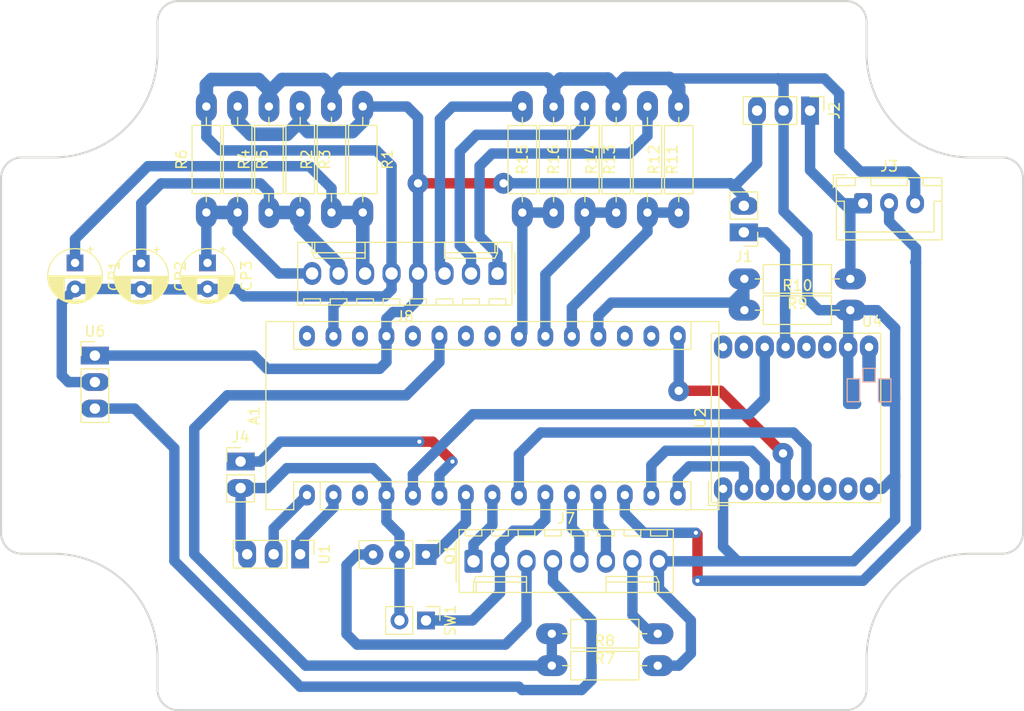
<source format=kicad_pcb>
(kicad_pcb (version 20171130) (host pcbnew "(5.1.10)-1")

  (general
    (thickness 1.6)
    (drawings 26)
    (tracks 310)
    (zones 0)
    (modules 32)
    (nets 48)
  )

  (page A4)
  (layers
    (0 F.Cu signal)
    (31 B.Cu signal)
    (32 B.Adhes user)
    (33 F.Adhes user)
    (34 B.Paste user)
    (35 F.Paste user)
    (36 B.SilkS user)
    (37 F.SilkS user)
    (38 B.Mask user hide)
    (39 F.Mask user hide)
    (40 Dwgs.User user)
    (41 Cmts.User user)
    (42 Eco1.User user hide)
    (43 Eco2.User user hide)
    (44 Edge.Cuts user)
    (45 Margin user)
    (46 B.CrtYd user hide)
    (47 F.CrtYd user hide)
    (48 B.Fab user)
    (49 F.Fab user)
  )

  (setup
    (last_trace_width 0.25)
    (user_trace_width 1)
    (user_trace_width 1.3)
    (trace_clearance 0.2)
    (zone_clearance 0.508)
    (zone_45_only no)
    (trace_min 0.2)
    (via_size 0.8)
    (via_drill 0.4)
    (via_min_size 0.4)
    (via_min_drill 0.3)
    (uvia_size 0.3)
    (uvia_drill 0.1)
    (uvias_allowed no)
    (uvia_min_size 0.2)
    (uvia_min_drill 0.1)
    (edge_width 0.1)
    (segment_width 0.2)
    (pcb_text_width 0.3)
    (pcb_text_size 1.5 1.5)
    (mod_edge_width 0.15)
    (mod_text_size 1 1)
    (mod_text_width 0.15)
    (pad_size 1.524 1.524)
    (pad_drill 0.762)
    (pad_to_mask_clearance 0)
    (aux_axis_origin 0 0)
    (visible_elements 7FFFFFFF)
    (pcbplotparams
      (layerselection 0x01000_7fffffff)
      (usegerberextensions false)
      (usegerberattributes true)
      (usegerberadvancedattributes true)
      (creategerberjobfile true)
      (excludeedgelayer true)
      (linewidth 0.100000)
      (plotframeref false)
      (viasonmask false)
      (mode 1)
      (useauxorigin false)
      (hpglpennumber 1)
      (hpglpenspeed 20)
      (hpglpendiameter 15.000000)
      (psnegative false)
      (psa4output false)
      (plotreference true)
      (plotvalue true)
      (plotinvisibletext false)
      (padsonsilk false)
      (subtractmaskfromsilk false)
      (outputformat 1)
      (mirror false)
      (drillshape 0)
      (scaleselection 1)
      (outputdirectory "../../CNC NODE ADAFRUIT/"))
  )

  (net 0 "")
  (net 1 TX)
  (net 2 RX)
  (net 3 "Net-(A1-Pad3)")
  (net 4 D2)
  (net 5 D3)
  (net 6 D4)
  (net 7 CS_Termo)
  (net 8 CS_Lora)
  (net 9 D7)
  (net 10 MOSI)
  (net 11 MISO)
  (net 12 SCK)
  (net 13 "Net-(A1-Pad17)")
  (net 14 "Net-(A1-Pad18)")
  (net 15 TIP1)
  (net 16 TIP2)
  (net 17 TIP3)
  (net 18 SDA)
  (net 19 SCL)
  (net 20 "Net-(A1-Pad26)")
  (net 21 "Net-(A1-Pad28)")
  (net 22 "Net-(A1-Pad30)")
  (net 23 Sleeve1)
  (net 24 Sleeve2)
  (net 25 Sleeve3)
  (net 26 "Net-(U2-Pad6)")
  (net 27 "Net-(U2-Pad7)")
  (net 28 "Net-(U2-Pad11)")
  (net 29 "Net-(U2-Pad12)")
  (net 30 "Net-(U2-Pad15)")
  (net 31 "Net-(U2-Pad16)")
  (net 32 TIP1_Input)
  (net 33 TIP2_Input)
  (net 34 TIP3_Input)
  (net 35 "Net-(U2-Pad9)")
  (net 36 MISO_Termo)
  (net 37 SCK_Thermo)
  (net 38 GND)
  (net 39 +BATT)
  (net 40 +3V3)
  (net 41 +5V)
  (net 42 Pressure_Out)
  (net 43 V_Batt)
  (net 44 Pressure_In)
  (net 45 Done)
  (net 46 VDD)
  (net 47 Gnd_Pressure_Transmiter)

  (net_class Default "This is the default net class."
    (clearance 0.2)
    (trace_width 0.25)
    (via_dia 0.8)
    (via_drill 0.4)
    (uvia_dia 0.3)
    (uvia_drill 0.1)
    (add_net +3V3)
    (add_net +5V)
    (add_net +BATT)
    (add_net CS_Lora)
    (add_net CS_Termo)
    (add_net D2)
    (add_net D3)
    (add_net D4)
    (add_net D7)
    (add_net Done)
    (add_net GND)
    (add_net Gnd_Pressure_Transmiter)
    (add_net MISO)
    (add_net MISO_Termo)
    (add_net MOSI)
    (add_net "Net-(A1-Pad17)")
    (add_net "Net-(A1-Pad18)")
    (add_net "Net-(A1-Pad26)")
    (add_net "Net-(A1-Pad28)")
    (add_net "Net-(A1-Pad3)")
    (add_net "Net-(A1-Pad30)")
    (add_net "Net-(U2-Pad11)")
    (add_net "Net-(U2-Pad12)")
    (add_net "Net-(U2-Pad15)")
    (add_net "Net-(U2-Pad16)")
    (add_net "Net-(U2-Pad6)")
    (add_net "Net-(U2-Pad7)")
    (add_net "Net-(U2-Pad9)")
    (add_net Pressure_In)
    (add_net Pressure_Out)
    (add_net RX)
    (add_net SCK)
    (add_net SCK_Thermo)
    (add_net SCL)
    (add_net SDA)
    (add_net Sleeve1)
    (add_net Sleeve2)
    (add_net Sleeve3)
    (add_net TIP1)
    (add_net TIP1_Input)
    (add_net TIP2)
    (add_net TIP2_Input)
    (add_net TIP3)
    (add_net TIP3_Input)
    (add_net TX)
    (add_net VDD)
    (add_net V_Batt)
  )

  (module DIY-Resize:PinHeader_1x03_P2.54mm_Vertical (layer F.Cu) (tedit 61416E15) (tstamp 61420576)
    (at 112.395 145.415 270)
    (descr "Through hole straight pin header, 1x03, 2.54mm pitch, single row")
    (tags "Through hole pin header THT 1x03 2.54mm single row")
    (path /614CA11D)
    (fp_text reference U1 (at 0 -2.33 90) (layer F.SilkS)
      (effects (font (size 1 1) (thickness 0.15)))
    )
    (fp_text value UART (at 0 7.41 90) (layer F.Fab)
      (effects (font (size 1 1) (thickness 0.15)))
    )
    (fp_line (start -0.635 -1.27) (end 1.27 -1.27) (layer F.Fab) (width 0.1))
    (fp_line (start 1.27 -1.27) (end 1.27 6.35) (layer F.Fab) (width 0.1))
    (fp_line (start 1.27 6.35) (end -1.27 6.35) (layer F.Fab) (width 0.1))
    (fp_line (start -1.27 6.35) (end -1.27 -0.635) (layer F.Fab) (width 0.1))
    (fp_line (start -1.27 -0.635) (end -0.635 -1.27) (layer F.Fab) (width 0.1))
    (fp_line (start -1.33 6.41) (end 1.33 6.41) (layer F.SilkS) (width 0.12))
    (fp_line (start -1.33 1.27) (end -1.33 6.41) (layer F.SilkS) (width 0.12))
    (fp_line (start 1.33 1.27) (end 1.33 6.41) (layer F.SilkS) (width 0.12))
    (fp_line (start -1.33 1.27) (end 1.33 1.27) (layer F.SilkS) (width 0.12))
    (fp_line (start -1.33 0) (end -1.33 -1.33) (layer F.SilkS) (width 0.12))
    (fp_line (start -1.33 -1.33) (end 0 -1.33) (layer F.SilkS) (width 0.12))
    (fp_line (start -1.8 -1.8) (end -1.8 6.85) (layer F.CrtYd) (width 0.05))
    (fp_line (start -1.8 6.85) (end 1.8 6.85) (layer F.CrtYd) (width 0.05))
    (fp_line (start 1.8 6.85) (end 1.8 -1.8) (layer F.CrtYd) (width 0.05))
    (fp_line (start 1.8 -1.8) (end -1.8 -1.8) (layer F.CrtYd) (width 0.05))
    (fp_text user %R (at 0 2.54) (layer F.Fab)
      (effects (font (size 1 1) (thickness 0.15)))
    )
    (pad 3 thru_hole oval (at 0 5.08 270) (size 2.7 1.7) (drill 1) (layers *.Cu *.Mask)
      (net 38 GND))
    (pad 2 thru_hole oval (at 0 2.54 270) (size 2.7 1.7) (drill 1) (layers *.Cu *.Mask)
      (net 1 TX))
    (pad 1 thru_hole rect (at 0 0 270) (size 2.7 1.7) (drill 1) (layers *.Cu *.Mask)
      (net 2 RX))
    (model ${KISYS3DMOD}/Connector_PinHeader_2.54mm.3dshapes/PinHeader_1x03_P2.54mm_Vertical.wrl
      (at (xyz 0 0 0))
      (scale (xyz 1 1 1))
      (rotate (xyz 0 0 0))
    )
  )

  (module DIY-Resize:PinHeader_1x03_P2.54mm_Vertical (layer F.Cu) (tedit 61416E15) (tstamp 61418A32)
    (at 92.71 126.365)
    (descr "Through hole straight pin header, 1x03, 2.54mm pitch, single row")
    (tags "Through hole pin header THT 1x03 2.54mm single row")
    (path /60CA5831)
    (fp_text reference U6 (at 0 -2.33) (layer F.SilkS)
      (effects (font (size 1 1) (thickness 0.15)))
    )
    (fp_text value 2108A (at 0 7.41) (layer F.Fab)
      (effects (font (size 1 1) (thickness 0.15)))
    )
    (fp_line (start -0.635 -1.27) (end 1.27 -1.27) (layer F.Fab) (width 0.1))
    (fp_line (start 1.27 -1.27) (end 1.27 6.35) (layer F.Fab) (width 0.1))
    (fp_line (start 1.27 6.35) (end -1.27 6.35) (layer F.Fab) (width 0.1))
    (fp_line (start -1.27 6.35) (end -1.27 -0.635) (layer F.Fab) (width 0.1))
    (fp_line (start -1.27 -0.635) (end -0.635 -1.27) (layer F.Fab) (width 0.1))
    (fp_line (start -1.33 6.41) (end 1.33 6.41) (layer F.SilkS) (width 0.12))
    (fp_line (start -1.33 1.27) (end -1.33 6.41) (layer F.SilkS) (width 0.12))
    (fp_line (start 1.33 1.27) (end 1.33 6.41) (layer F.SilkS) (width 0.12))
    (fp_line (start -1.33 1.27) (end 1.33 1.27) (layer F.SilkS) (width 0.12))
    (fp_line (start -1.33 0) (end -1.33 -1.33) (layer F.SilkS) (width 0.12))
    (fp_line (start -1.33 -1.33) (end 0 -1.33) (layer F.SilkS) (width 0.12))
    (fp_line (start -1.8 -1.8) (end -1.8 6.85) (layer F.CrtYd) (width 0.05))
    (fp_line (start -1.8 6.85) (end 1.8 6.85) (layer F.CrtYd) (width 0.05))
    (fp_line (start 1.8 6.85) (end 1.8 -1.8) (layer F.CrtYd) (width 0.05))
    (fp_line (start 1.8 -1.8) (end -1.8 -1.8) (layer F.CrtYd) (width 0.05))
    (fp_text user %R (at 0 2.54 90) (layer F.Fab)
      (effects (font (size 1 1) (thickness 0.15)))
    )
    (pad 3 thru_hole oval (at 0 5.08) (size 2.7 1.7) (drill 1) (layers *.Cu *.Mask)
      (net 41 +5V))
    (pad 2 thru_hole oval (at 0 2.54) (size 2.7 1.7) (drill 1) (layers *.Cu *.Mask)
      (net 38 GND))
    (pad 1 thru_hole rect (at 0 0) (size 2.7 1.7) (drill 1) (layers *.Cu *.Mask)
      (net 40 +3V3))
    (model ${KISYS3DMOD}/Connector_PinHeader_2.54mm.3dshapes/PinHeader_1x03_P2.54mm_Vertical.wrl
      (at (xyz 0 0 0))
      (scale (xyz 1 1 1))
      (rotate (xyz 0 0 0))
    )
  )

  (module DIY-Resize:PinHeader_1x02_P2.54mm_Vertical (layer F.Cu) (tedit 61416E9E) (tstamp 60AC0D80)
    (at 106.68 136.525)
    (descr "Through hole straight pin header, 1x02, 2.54mm pitch, single row")
    (tags "Through hole pin header THT 1x02 2.54mm single row")
    (path /60CE338D)
    (fp_text reference J4 (at 0 -2.33) (layer F.SilkS)
      (effects (font (size 1 1) (thickness 0.15)))
    )
    (fp_text value Pin_Probe (at 0 4.87) (layer F.Fab)
      (effects (font (size 1 1) (thickness 0.15)))
    )
    (fp_line (start 1.8 -1.8) (end -1.8 -1.8) (layer F.CrtYd) (width 0.05))
    (fp_line (start 1.8 4.35) (end 1.8 -1.8) (layer F.CrtYd) (width 0.05))
    (fp_line (start -1.8 4.35) (end 1.8 4.35) (layer F.CrtYd) (width 0.05))
    (fp_line (start -1.8 -1.8) (end -1.8 4.35) (layer F.CrtYd) (width 0.05))
    (fp_line (start -1.33 -1.33) (end 0 -1.33) (layer F.SilkS) (width 0.12))
    (fp_line (start -1.33 0) (end -1.33 -1.33) (layer F.SilkS) (width 0.12))
    (fp_line (start -1.33 1.27) (end 1.33 1.27) (layer F.SilkS) (width 0.12))
    (fp_line (start 1.33 1.27) (end 1.33 3.87) (layer F.SilkS) (width 0.12))
    (fp_line (start -1.33 1.27) (end -1.33 3.87) (layer F.SilkS) (width 0.12))
    (fp_line (start -1.33 3.87) (end 1.33 3.87) (layer F.SilkS) (width 0.12))
    (fp_line (start -1.27 -0.635) (end -0.635 -1.27) (layer F.Fab) (width 0.1))
    (fp_line (start -1.27 3.81) (end -1.27 -0.635) (layer F.Fab) (width 0.1))
    (fp_line (start 1.27 3.81) (end -1.27 3.81) (layer F.Fab) (width 0.1))
    (fp_line (start 1.27 -1.27) (end 1.27 3.81) (layer F.Fab) (width 0.1))
    (fp_line (start -0.635 -1.27) (end 1.27 -1.27) (layer F.Fab) (width 0.1))
    (fp_text user %R (at 0 1.27 90) (layer F.Fab)
      (effects (font (size 1 1) (thickness 0.15)))
    )
    (pad 1 thru_hole rect (at 0 0) (size 2.7 1.7) (drill 1) (layers *.Cu *.Mask)
      (net 5 D3))
    (pad 2 thru_hole oval (at 0 2.54) (size 2.7 1.7) (drill 1) (layers *.Cu *.Mask)
      (net 38 GND))
    (model ${KISYS3DMOD}/Connector_PinHeader_2.54mm.3dshapes/PinHeader_1x02_P2.54mm_Vertical.wrl
      (at (xyz 0 0 0))
      (scale (xyz 1 1 1))
      (rotate (xyz 0 0 0))
    )
  )

  (module DIY-Resize:PinHeader_1x03_P2.54mm_Vertical (layer F.Cu) (tedit 61416E15) (tstamp 6140EFCB)
    (at 161.29 102.87 270)
    (descr "Through hole straight pin header, 1x03, 2.54mm pitch, single row")
    (tags "Through hole pin header THT 1x03 2.54mm single row")
    (path /6161B2F2)
    (fp_text reference J2 (at 0 -2.33 90) (layer F.SilkS)
      (effects (font (size 1 1) (thickness 0.15)))
    )
    (fp_text value "Buck Boost converter" (at 0 7.41 90) (layer F.Fab)
      (effects (font (size 1 1) (thickness 0.15)))
    )
    (fp_line (start -0.635 -1.27) (end 1.27 -1.27) (layer F.Fab) (width 0.1))
    (fp_line (start 1.27 -1.27) (end 1.27 6.35) (layer F.Fab) (width 0.1))
    (fp_line (start 1.27 6.35) (end -1.27 6.35) (layer F.Fab) (width 0.1))
    (fp_line (start -1.27 6.35) (end -1.27 -0.635) (layer F.Fab) (width 0.1))
    (fp_line (start -1.27 -0.635) (end -0.635 -1.27) (layer F.Fab) (width 0.1))
    (fp_line (start -1.33 6.41) (end 1.33 6.41) (layer F.SilkS) (width 0.12))
    (fp_line (start -1.33 1.27) (end -1.33 6.41) (layer F.SilkS) (width 0.12))
    (fp_line (start 1.33 1.27) (end 1.33 6.41) (layer F.SilkS) (width 0.12))
    (fp_line (start -1.33 1.27) (end 1.33 1.27) (layer F.SilkS) (width 0.12))
    (fp_line (start -1.33 0) (end -1.33 -1.33) (layer F.SilkS) (width 0.12))
    (fp_line (start -1.33 -1.33) (end 0 -1.33) (layer F.SilkS) (width 0.12))
    (fp_line (start -1.8 -1.8) (end -1.8 6.85) (layer F.CrtYd) (width 0.05))
    (fp_line (start -1.8 6.85) (end 1.8 6.85) (layer F.CrtYd) (width 0.05))
    (fp_line (start 1.8 6.85) (end 1.8 -1.8) (layer F.CrtYd) (width 0.05))
    (fp_line (start 1.8 -1.8) (end -1.8 -1.8) (layer F.CrtYd) (width 0.05))
    (fp_text user %R (at 0 2.54) (layer F.Fab)
      (effects (font (size 1 1) (thickness 0.15)))
    )
    (pad 3 thru_hole oval (at 0 5.08 270) (size 2.7 1.7) (drill 1) (layers *.Cu *.Mask)
      (net 40 +3V3))
    (pad 2 thru_hole oval (at 0 2.54 270) (size 2.7 1.7) (drill 1) (layers *.Cu *.Mask)
      (net 38 GND))
    (pad 1 thru_hole rect (at 0 0 270) (size 2.7 1.7) (drill 1) (layers *.Cu *.Mask)
      (net 39 +BATT))
    (model ${KISYS3DMOD}/Connector_PinHeader_2.54mm.3dshapes/PinHeader_1x03_P2.54mm_Vertical.wrl
      (at (xyz 0 0 0))
      (scale (xyz 1 1 1))
      (rotate (xyz 0 0 0))
    )
  )

  (module DIY-Resize:PinHeader_1x02_P2.54mm_Vertical (layer F.Cu) (tedit 61416E9E) (tstamp 6141F3B3)
    (at 154.94 114.5424 180)
    (descr "Through hole straight pin header, 1x02, 2.54mm pitch, single row")
    (tags "Through hole pin header THT 1x02 2.54mm single row")
    (path /60AEAF1B)
    (fp_text reference J1 (at 0 -2.33) (layer F.SilkS)
      (effects (font (size 1 1) (thickness 0.15)))
    )
    (fp_text value JP_Pwr_Lora (at 0 4.87) (layer F.Fab)
      (effects (font (size 1 1) (thickness 0.15)))
    )
    (fp_line (start 1.8 -1.8) (end -1.8 -1.8) (layer F.CrtYd) (width 0.05))
    (fp_line (start 1.8 4.35) (end 1.8 -1.8) (layer F.CrtYd) (width 0.05))
    (fp_line (start -1.8 4.35) (end 1.8 4.35) (layer F.CrtYd) (width 0.05))
    (fp_line (start -1.8 -1.8) (end -1.8 4.35) (layer F.CrtYd) (width 0.05))
    (fp_line (start -1.33 -1.33) (end 0 -1.33) (layer F.SilkS) (width 0.12))
    (fp_line (start -1.33 0) (end -1.33 -1.33) (layer F.SilkS) (width 0.12))
    (fp_line (start -1.33 1.27) (end 1.33 1.27) (layer F.SilkS) (width 0.12))
    (fp_line (start 1.33 1.27) (end 1.33 3.87) (layer F.SilkS) (width 0.12))
    (fp_line (start -1.33 1.27) (end -1.33 3.87) (layer F.SilkS) (width 0.12))
    (fp_line (start -1.33 3.87) (end 1.33 3.87) (layer F.SilkS) (width 0.12))
    (fp_line (start -1.27 -0.635) (end -0.635 -1.27) (layer F.Fab) (width 0.1))
    (fp_line (start -1.27 3.81) (end -1.27 -0.635) (layer F.Fab) (width 0.1))
    (fp_line (start 1.27 3.81) (end -1.27 3.81) (layer F.Fab) (width 0.1))
    (fp_line (start 1.27 -1.27) (end 1.27 3.81) (layer F.Fab) (width 0.1))
    (fp_line (start -0.635 -1.27) (end 1.27 -1.27) (layer F.Fab) (width 0.1))
    (fp_text user %R (at 0 1.27 90) (layer F.Fab)
      (effects (font (size 1 1) (thickness 0.15)))
    )
    (pad 1 thru_hole rect (at 0 0 180) (size 2.7 1.7) (drill 1) (layers *.Cu *.Mask)
      (net 46 VDD))
    (pad 2 thru_hole oval (at 0 2.54 180) (size 2.7 1.7) (drill 1) (layers *.Cu *.Mask)
      (net 40 +3V3))
    (model ${KISYS3DMOD}/Connector_PinHeader_2.54mm.3dshapes/PinHeader_1x02_P2.54mm_Vertical.wrl
      (at (xyz 0 0 0))
      (scale (xyz 1 1 1))
      (rotate (xyz 0 0 0))
    )
  )

  (module Connector_PinHeader_2.54mm:PinHeader_1x02_P2.54mm_Vertical (layer F.Cu) (tedit 59FED5CC) (tstamp 6141BC7F)
    (at 124.46 151.765 270)
    (descr "Through hole straight pin header, 1x02, 2.54mm pitch, single row")
    (tags "Through hole pin header THT 1x02 2.54mm single row")
    (path /60CFCBDC)
    (fp_text reference SW1 (at 0 -2.33 90) (layer F.SilkS)
      (effects (font (size 1 1) (thickness 0.15)))
    )
    (fp_text value SW_Push (at 0 4.87 90) (layer F.Fab)
      (effects (font (size 1 1) (thickness 0.15)))
    )
    (fp_line (start 1.8 -1.8) (end -1.8 -1.8) (layer F.CrtYd) (width 0.05))
    (fp_line (start 1.8 4.35) (end 1.8 -1.8) (layer F.CrtYd) (width 0.05))
    (fp_line (start -1.8 4.35) (end 1.8 4.35) (layer F.CrtYd) (width 0.05))
    (fp_line (start -1.8 -1.8) (end -1.8 4.35) (layer F.CrtYd) (width 0.05))
    (fp_line (start -1.33 -1.33) (end 0 -1.33) (layer F.SilkS) (width 0.12))
    (fp_line (start -1.33 0) (end -1.33 -1.33) (layer F.SilkS) (width 0.12))
    (fp_line (start -1.33 1.27) (end 1.33 1.27) (layer F.SilkS) (width 0.12))
    (fp_line (start 1.33 1.27) (end 1.33 3.87) (layer F.SilkS) (width 0.12))
    (fp_line (start -1.33 1.27) (end -1.33 3.87) (layer F.SilkS) (width 0.12))
    (fp_line (start -1.33 3.87) (end 1.33 3.87) (layer F.SilkS) (width 0.12))
    (fp_line (start -1.27 -0.635) (end -0.635 -1.27) (layer F.Fab) (width 0.1))
    (fp_line (start -1.27 3.81) (end -1.27 -0.635) (layer F.Fab) (width 0.1))
    (fp_line (start 1.27 3.81) (end -1.27 3.81) (layer F.Fab) (width 0.1))
    (fp_line (start 1.27 -1.27) (end 1.27 3.81) (layer F.Fab) (width 0.1))
    (fp_line (start -0.635 -1.27) (end 1.27 -1.27) (layer F.Fab) (width 0.1))
    (fp_text user %R (at 0 1.27) (layer F.Fab)
      (effects (font (size 1 1) (thickness 0.15)))
    )
    (pad 2 thru_hole oval (at 0 2.54 270) (size 1.7 1.7) (drill 1) (layers *.Cu *.Mask)
      (net 38 GND))
    (pad 1 thru_hole rect (at 0 0 270) (size 1.7 1.7) (drill 1) (layers *.Cu *.Mask)
      (net 9 D7))
    (model ${KISYS3DMOD}/Connector_PinHeader_2.54mm.3dshapes/PinHeader_1x02_P2.54mm_Vertical.wrl
      (at (xyz 0 0 0))
      (scale (xyz 1 1 1))
      (rotate (xyz 0 0 0))
    )
  )

  (module Capacitor_THT:CP_Radial_D5.0mm_P2.50mm (layer F.Cu) (tedit 5AE50EF0) (tstamp 60AAE6A9)
    (at 103.505 117.475 270)
    (descr "CP, Radial series, Radial, pin pitch=2.50mm, , diameter=5mm, Electrolytic Capacitor")
    (tags "CP Radial series Radial pin pitch 2.50mm  diameter 5mm Electrolytic Capacitor")
    (path /60A9608B)
    (fp_text reference CP3 (at 1.25 -3.75 90) (layer F.SilkS)
      (effects (font (size 1 1) (thickness 0.15)))
    )
    (fp_text value 100u (at 1.25 3.75 90) (layer F.Fab)
      (effects (font (size 1 1) (thickness 0.15)))
    )
    (fp_line (start -1.304775 -1.725) (end -1.304775 -1.225) (layer F.SilkS) (width 0.12))
    (fp_line (start -1.554775 -1.475) (end -1.054775 -1.475) (layer F.SilkS) (width 0.12))
    (fp_line (start 3.851 -0.284) (end 3.851 0.284) (layer F.SilkS) (width 0.12))
    (fp_line (start 3.811 -0.518) (end 3.811 0.518) (layer F.SilkS) (width 0.12))
    (fp_line (start 3.771 -0.677) (end 3.771 0.677) (layer F.SilkS) (width 0.12))
    (fp_line (start 3.731 -0.805) (end 3.731 0.805) (layer F.SilkS) (width 0.12))
    (fp_line (start 3.691 -0.915) (end 3.691 0.915) (layer F.SilkS) (width 0.12))
    (fp_line (start 3.651 -1.011) (end 3.651 1.011) (layer F.SilkS) (width 0.12))
    (fp_line (start 3.611 -1.098) (end 3.611 1.098) (layer F.SilkS) (width 0.12))
    (fp_line (start 3.571 -1.178) (end 3.571 1.178) (layer F.SilkS) (width 0.12))
    (fp_line (start 3.531 1.04) (end 3.531 1.251) (layer F.SilkS) (width 0.12))
    (fp_line (start 3.531 -1.251) (end 3.531 -1.04) (layer F.SilkS) (width 0.12))
    (fp_line (start 3.491 1.04) (end 3.491 1.319) (layer F.SilkS) (width 0.12))
    (fp_line (start 3.491 -1.319) (end 3.491 -1.04) (layer F.SilkS) (width 0.12))
    (fp_line (start 3.451 1.04) (end 3.451 1.383) (layer F.SilkS) (width 0.12))
    (fp_line (start 3.451 -1.383) (end 3.451 -1.04) (layer F.SilkS) (width 0.12))
    (fp_line (start 3.411 1.04) (end 3.411 1.443) (layer F.SilkS) (width 0.12))
    (fp_line (start 3.411 -1.443) (end 3.411 -1.04) (layer F.SilkS) (width 0.12))
    (fp_line (start 3.371 1.04) (end 3.371 1.5) (layer F.SilkS) (width 0.12))
    (fp_line (start 3.371 -1.5) (end 3.371 -1.04) (layer F.SilkS) (width 0.12))
    (fp_line (start 3.331 1.04) (end 3.331 1.554) (layer F.SilkS) (width 0.12))
    (fp_line (start 3.331 -1.554) (end 3.331 -1.04) (layer F.SilkS) (width 0.12))
    (fp_line (start 3.291 1.04) (end 3.291 1.605) (layer F.SilkS) (width 0.12))
    (fp_line (start 3.291 -1.605) (end 3.291 -1.04) (layer F.SilkS) (width 0.12))
    (fp_line (start 3.251 1.04) (end 3.251 1.653) (layer F.SilkS) (width 0.12))
    (fp_line (start 3.251 -1.653) (end 3.251 -1.04) (layer F.SilkS) (width 0.12))
    (fp_line (start 3.211 1.04) (end 3.211 1.699) (layer F.SilkS) (width 0.12))
    (fp_line (start 3.211 -1.699) (end 3.211 -1.04) (layer F.SilkS) (width 0.12))
    (fp_line (start 3.171 1.04) (end 3.171 1.743) (layer F.SilkS) (width 0.12))
    (fp_line (start 3.171 -1.743) (end 3.171 -1.04) (layer F.SilkS) (width 0.12))
    (fp_line (start 3.131 1.04) (end 3.131 1.785) (layer F.SilkS) (width 0.12))
    (fp_line (start 3.131 -1.785) (end 3.131 -1.04) (layer F.SilkS) (width 0.12))
    (fp_line (start 3.091 1.04) (end 3.091 1.826) (layer F.SilkS) (width 0.12))
    (fp_line (start 3.091 -1.826) (end 3.091 -1.04) (layer F.SilkS) (width 0.12))
    (fp_line (start 3.051 1.04) (end 3.051 1.864) (layer F.SilkS) (width 0.12))
    (fp_line (start 3.051 -1.864) (end 3.051 -1.04) (layer F.SilkS) (width 0.12))
    (fp_line (start 3.011 1.04) (end 3.011 1.901) (layer F.SilkS) (width 0.12))
    (fp_line (start 3.011 -1.901) (end 3.011 -1.04) (layer F.SilkS) (width 0.12))
    (fp_line (start 2.971 1.04) (end 2.971 1.937) (layer F.SilkS) (width 0.12))
    (fp_line (start 2.971 -1.937) (end 2.971 -1.04) (layer F.SilkS) (width 0.12))
    (fp_line (start 2.931 1.04) (end 2.931 1.971) (layer F.SilkS) (width 0.12))
    (fp_line (start 2.931 -1.971) (end 2.931 -1.04) (layer F.SilkS) (width 0.12))
    (fp_line (start 2.891 1.04) (end 2.891 2.004) (layer F.SilkS) (width 0.12))
    (fp_line (start 2.891 -2.004) (end 2.891 -1.04) (layer F.SilkS) (width 0.12))
    (fp_line (start 2.851 1.04) (end 2.851 2.035) (layer F.SilkS) (width 0.12))
    (fp_line (start 2.851 -2.035) (end 2.851 -1.04) (layer F.SilkS) (width 0.12))
    (fp_line (start 2.811 1.04) (end 2.811 2.065) (layer F.SilkS) (width 0.12))
    (fp_line (start 2.811 -2.065) (end 2.811 -1.04) (layer F.SilkS) (width 0.12))
    (fp_line (start 2.771 1.04) (end 2.771 2.095) (layer F.SilkS) (width 0.12))
    (fp_line (start 2.771 -2.095) (end 2.771 -1.04) (layer F.SilkS) (width 0.12))
    (fp_line (start 2.731 1.04) (end 2.731 2.122) (layer F.SilkS) (width 0.12))
    (fp_line (start 2.731 -2.122) (end 2.731 -1.04) (layer F.SilkS) (width 0.12))
    (fp_line (start 2.691 1.04) (end 2.691 2.149) (layer F.SilkS) (width 0.12))
    (fp_line (start 2.691 -2.149) (end 2.691 -1.04) (layer F.SilkS) (width 0.12))
    (fp_line (start 2.651 1.04) (end 2.651 2.175) (layer F.SilkS) (width 0.12))
    (fp_line (start 2.651 -2.175) (end 2.651 -1.04) (layer F.SilkS) (width 0.12))
    (fp_line (start 2.611 1.04) (end 2.611 2.2) (layer F.SilkS) (width 0.12))
    (fp_line (start 2.611 -2.2) (end 2.611 -1.04) (layer F.SilkS) (width 0.12))
    (fp_line (start 2.571 1.04) (end 2.571 2.224) (layer F.SilkS) (width 0.12))
    (fp_line (start 2.571 -2.224) (end 2.571 -1.04) (layer F.SilkS) (width 0.12))
    (fp_line (start 2.531 1.04) (end 2.531 2.247) (layer F.SilkS) (width 0.12))
    (fp_line (start 2.531 -2.247) (end 2.531 -1.04) (layer F.SilkS) (width 0.12))
    (fp_line (start 2.491 1.04) (end 2.491 2.268) (layer F.SilkS) (width 0.12))
    (fp_line (start 2.491 -2.268) (end 2.491 -1.04) (layer F.SilkS) (width 0.12))
    (fp_line (start 2.451 1.04) (end 2.451 2.29) (layer F.SilkS) (width 0.12))
    (fp_line (start 2.451 -2.29) (end 2.451 -1.04) (layer F.SilkS) (width 0.12))
    (fp_line (start 2.411 1.04) (end 2.411 2.31) (layer F.SilkS) (width 0.12))
    (fp_line (start 2.411 -2.31) (end 2.411 -1.04) (layer F.SilkS) (width 0.12))
    (fp_line (start 2.371 1.04) (end 2.371 2.329) (layer F.SilkS) (width 0.12))
    (fp_line (start 2.371 -2.329) (end 2.371 -1.04) (layer F.SilkS) (width 0.12))
    (fp_line (start 2.331 1.04) (end 2.331 2.348) (layer F.SilkS) (width 0.12))
    (fp_line (start 2.331 -2.348) (end 2.331 -1.04) (layer F.SilkS) (width 0.12))
    (fp_line (start 2.291 1.04) (end 2.291 2.365) (layer F.SilkS) (width 0.12))
    (fp_line (start 2.291 -2.365) (end 2.291 -1.04) (layer F.SilkS) (width 0.12))
    (fp_line (start 2.251 1.04) (end 2.251 2.382) (layer F.SilkS) (width 0.12))
    (fp_line (start 2.251 -2.382) (end 2.251 -1.04) (layer F.SilkS) (width 0.12))
    (fp_line (start 2.211 1.04) (end 2.211 2.398) (layer F.SilkS) (width 0.12))
    (fp_line (start 2.211 -2.398) (end 2.211 -1.04) (layer F.SilkS) (width 0.12))
    (fp_line (start 2.171 1.04) (end 2.171 2.414) (layer F.SilkS) (width 0.12))
    (fp_line (start 2.171 -2.414) (end 2.171 -1.04) (layer F.SilkS) (width 0.12))
    (fp_line (start 2.131 1.04) (end 2.131 2.428) (layer F.SilkS) (width 0.12))
    (fp_line (start 2.131 -2.428) (end 2.131 -1.04) (layer F.SilkS) (width 0.12))
    (fp_line (start 2.091 1.04) (end 2.091 2.442) (layer F.SilkS) (width 0.12))
    (fp_line (start 2.091 -2.442) (end 2.091 -1.04) (layer F.SilkS) (width 0.12))
    (fp_line (start 2.051 1.04) (end 2.051 2.455) (layer F.SilkS) (width 0.12))
    (fp_line (start 2.051 -2.455) (end 2.051 -1.04) (layer F.SilkS) (width 0.12))
    (fp_line (start 2.011 1.04) (end 2.011 2.468) (layer F.SilkS) (width 0.12))
    (fp_line (start 2.011 -2.468) (end 2.011 -1.04) (layer F.SilkS) (width 0.12))
    (fp_line (start 1.971 1.04) (end 1.971 2.48) (layer F.SilkS) (width 0.12))
    (fp_line (start 1.971 -2.48) (end 1.971 -1.04) (layer F.SilkS) (width 0.12))
    (fp_line (start 1.93 1.04) (end 1.93 2.491) (layer F.SilkS) (width 0.12))
    (fp_line (start 1.93 -2.491) (end 1.93 -1.04) (layer F.SilkS) (width 0.12))
    (fp_line (start 1.89 1.04) (end 1.89 2.501) (layer F.SilkS) (width 0.12))
    (fp_line (start 1.89 -2.501) (end 1.89 -1.04) (layer F.SilkS) (width 0.12))
    (fp_line (start 1.85 1.04) (end 1.85 2.511) (layer F.SilkS) (width 0.12))
    (fp_line (start 1.85 -2.511) (end 1.85 -1.04) (layer F.SilkS) (width 0.12))
    (fp_line (start 1.81 1.04) (end 1.81 2.52) (layer F.SilkS) (width 0.12))
    (fp_line (start 1.81 -2.52) (end 1.81 -1.04) (layer F.SilkS) (width 0.12))
    (fp_line (start 1.77 1.04) (end 1.77 2.528) (layer F.SilkS) (width 0.12))
    (fp_line (start 1.77 -2.528) (end 1.77 -1.04) (layer F.SilkS) (width 0.12))
    (fp_line (start 1.73 1.04) (end 1.73 2.536) (layer F.SilkS) (width 0.12))
    (fp_line (start 1.73 -2.536) (end 1.73 -1.04) (layer F.SilkS) (width 0.12))
    (fp_line (start 1.69 1.04) (end 1.69 2.543) (layer F.SilkS) (width 0.12))
    (fp_line (start 1.69 -2.543) (end 1.69 -1.04) (layer F.SilkS) (width 0.12))
    (fp_line (start 1.65 1.04) (end 1.65 2.55) (layer F.SilkS) (width 0.12))
    (fp_line (start 1.65 -2.55) (end 1.65 -1.04) (layer F.SilkS) (width 0.12))
    (fp_line (start 1.61 1.04) (end 1.61 2.556) (layer F.SilkS) (width 0.12))
    (fp_line (start 1.61 -2.556) (end 1.61 -1.04) (layer F.SilkS) (width 0.12))
    (fp_line (start 1.57 1.04) (end 1.57 2.561) (layer F.SilkS) (width 0.12))
    (fp_line (start 1.57 -2.561) (end 1.57 -1.04) (layer F.SilkS) (width 0.12))
    (fp_line (start 1.53 1.04) (end 1.53 2.565) (layer F.SilkS) (width 0.12))
    (fp_line (start 1.53 -2.565) (end 1.53 -1.04) (layer F.SilkS) (width 0.12))
    (fp_line (start 1.49 1.04) (end 1.49 2.569) (layer F.SilkS) (width 0.12))
    (fp_line (start 1.49 -2.569) (end 1.49 -1.04) (layer F.SilkS) (width 0.12))
    (fp_line (start 1.45 -2.573) (end 1.45 2.573) (layer F.SilkS) (width 0.12))
    (fp_line (start 1.41 -2.576) (end 1.41 2.576) (layer F.SilkS) (width 0.12))
    (fp_line (start 1.37 -2.578) (end 1.37 2.578) (layer F.SilkS) (width 0.12))
    (fp_line (start 1.33 -2.579) (end 1.33 2.579) (layer F.SilkS) (width 0.12))
    (fp_line (start 1.29 -2.58) (end 1.29 2.58) (layer F.SilkS) (width 0.12))
    (fp_line (start 1.25 -2.58) (end 1.25 2.58) (layer F.SilkS) (width 0.12))
    (fp_line (start -0.633605 -1.3375) (end -0.633605 -0.8375) (layer F.Fab) (width 0.1))
    (fp_line (start -0.883605 -1.0875) (end -0.383605 -1.0875) (layer F.Fab) (width 0.1))
    (fp_circle (center 1.25 0) (end 4 0) (layer F.CrtYd) (width 0.05))
    (fp_circle (center 1.25 0) (end 3.87 0) (layer F.SilkS) (width 0.12))
    (fp_circle (center 1.25 0) (end 3.75 0) (layer F.Fab) (width 0.1))
    (fp_text user %R (at 1.25 0 90) (layer F.Fab)
      (effects (font (size 1 1) (thickness 0.15)))
    )
    (pad 2 thru_hole circle (at 2.5 0 270) (size 1.6 1.6) (drill 0.8) (layers *.Cu *.Mask)
      (net 38 GND))
    (pad 1 thru_hole rect (at 0 0 270) (size 1.6 1.6) (drill 0.8) (layers *.Cu *.Mask)
      (net 25 Sleeve3))
    (model ${KISYS3DMOD}/Capacitor_THT.3dshapes/CP_Radial_D5.0mm_P2.50mm.wrl
      (at (xyz 0 0 0))
      (scale (xyz 1 1 1))
      (rotate (xyz 0 0 0))
    )
  )

  (module Capacitor_THT:CP_Radial_D5.0mm_P2.50mm (layer F.Cu) (tedit 5AE50EF0) (tstamp 60ABE5CF)
    (at 97.155 117.515 270)
    (descr "CP, Radial series, Radial, pin pitch=2.50mm, , diameter=5mm, Electrolytic Capacitor")
    (tags "CP Radial series Radial pin pitch 2.50mm  diameter 5mm Electrolytic Capacitor")
    (path /60A9547D)
    (fp_text reference CP2 (at 1.25 -3.75 90) (layer F.SilkS)
      (effects (font (size 1 1) (thickness 0.15)))
    )
    (fp_text value 100u (at 1.25 3.75 90) (layer F.Fab)
      (effects (font (size 1 1) (thickness 0.15)))
    )
    (fp_line (start -1.304775 -1.725) (end -1.304775 -1.225) (layer F.SilkS) (width 0.12))
    (fp_line (start -1.554775 -1.475) (end -1.054775 -1.475) (layer F.SilkS) (width 0.12))
    (fp_line (start 3.851 -0.284) (end 3.851 0.284) (layer F.SilkS) (width 0.12))
    (fp_line (start 3.811 -0.518) (end 3.811 0.518) (layer F.SilkS) (width 0.12))
    (fp_line (start 3.771 -0.677) (end 3.771 0.677) (layer F.SilkS) (width 0.12))
    (fp_line (start 3.731 -0.805) (end 3.731 0.805) (layer F.SilkS) (width 0.12))
    (fp_line (start 3.691 -0.915) (end 3.691 0.915) (layer F.SilkS) (width 0.12))
    (fp_line (start 3.651 -1.011) (end 3.651 1.011) (layer F.SilkS) (width 0.12))
    (fp_line (start 3.611 -1.098) (end 3.611 1.098) (layer F.SilkS) (width 0.12))
    (fp_line (start 3.571 -1.178) (end 3.571 1.178) (layer F.SilkS) (width 0.12))
    (fp_line (start 3.531 1.04) (end 3.531 1.251) (layer F.SilkS) (width 0.12))
    (fp_line (start 3.531 -1.251) (end 3.531 -1.04) (layer F.SilkS) (width 0.12))
    (fp_line (start 3.491 1.04) (end 3.491 1.319) (layer F.SilkS) (width 0.12))
    (fp_line (start 3.491 -1.319) (end 3.491 -1.04) (layer F.SilkS) (width 0.12))
    (fp_line (start 3.451 1.04) (end 3.451 1.383) (layer F.SilkS) (width 0.12))
    (fp_line (start 3.451 -1.383) (end 3.451 -1.04) (layer F.SilkS) (width 0.12))
    (fp_line (start 3.411 1.04) (end 3.411 1.443) (layer F.SilkS) (width 0.12))
    (fp_line (start 3.411 -1.443) (end 3.411 -1.04) (layer F.SilkS) (width 0.12))
    (fp_line (start 3.371 1.04) (end 3.371 1.5) (layer F.SilkS) (width 0.12))
    (fp_line (start 3.371 -1.5) (end 3.371 -1.04) (layer F.SilkS) (width 0.12))
    (fp_line (start 3.331 1.04) (end 3.331 1.554) (layer F.SilkS) (width 0.12))
    (fp_line (start 3.331 -1.554) (end 3.331 -1.04) (layer F.SilkS) (width 0.12))
    (fp_line (start 3.291 1.04) (end 3.291 1.605) (layer F.SilkS) (width 0.12))
    (fp_line (start 3.291 -1.605) (end 3.291 -1.04) (layer F.SilkS) (width 0.12))
    (fp_line (start 3.251 1.04) (end 3.251 1.653) (layer F.SilkS) (width 0.12))
    (fp_line (start 3.251 -1.653) (end 3.251 -1.04) (layer F.SilkS) (width 0.12))
    (fp_line (start 3.211 1.04) (end 3.211 1.699) (layer F.SilkS) (width 0.12))
    (fp_line (start 3.211 -1.699) (end 3.211 -1.04) (layer F.SilkS) (width 0.12))
    (fp_line (start 3.171 1.04) (end 3.171 1.743) (layer F.SilkS) (width 0.12))
    (fp_line (start 3.171 -1.743) (end 3.171 -1.04) (layer F.SilkS) (width 0.12))
    (fp_line (start 3.131 1.04) (end 3.131 1.785) (layer F.SilkS) (width 0.12))
    (fp_line (start 3.131 -1.785) (end 3.131 -1.04) (layer F.SilkS) (width 0.12))
    (fp_line (start 3.091 1.04) (end 3.091 1.826) (layer F.SilkS) (width 0.12))
    (fp_line (start 3.091 -1.826) (end 3.091 -1.04) (layer F.SilkS) (width 0.12))
    (fp_line (start 3.051 1.04) (end 3.051 1.864) (layer F.SilkS) (width 0.12))
    (fp_line (start 3.051 -1.864) (end 3.051 -1.04) (layer F.SilkS) (width 0.12))
    (fp_line (start 3.011 1.04) (end 3.011 1.901) (layer F.SilkS) (width 0.12))
    (fp_line (start 3.011 -1.901) (end 3.011 -1.04) (layer F.SilkS) (width 0.12))
    (fp_line (start 2.971 1.04) (end 2.971 1.937) (layer F.SilkS) (width 0.12))
    (fp_line (start 2.971 -1.937) (end 2.971 -1.04) (layer F.SilkS) (width 0.12))
    (fp_line (start 2.931 1.04) (end 2.931 1.971) (layer F.SilkS) (width 0.12))
    (fp_line (start 2.931 -1.971) (end 2.931 -1.04) (layer F.SilkS) (width 0.12))
    (fp_line (start 2.891 1.04) (end 2.891 2.004) (layer F.SilkS) (width 0.12))
    (fp_line (start 2.891 -2.004) (end 2.891 -1.04) (layer F.SilkS) (width 0.12))
    (fp_line (start 2.851 1.04) (end 2.851 2.035) (layer F.SilkS) (width 0.12))
    (fp_line (start 2.851 -2.035) (end 2.851 -1.04) (layer F.SilkS) (width 0.12))
    (fp_line (start 2.811 1.04) (end 2.811 2.065) (layer F.SilkS) (width 0.12))
    (fp_line (start 2.811 -2.065) (end 2.811 -1.04) (layer F.SilkS) (width 0.12))
    (fp_line (start 2.771 1.04) (end 2.771 2.095) (layer F.SilkS) (width 0.12))
    (fp_line (start 2.771 -2.095) (end 2.771 -1.04) (layer F.SilkS) (width 0.12))
    (fp_line (start 2.731 1.04) (end 2.731 2.122) (layer F.SilkS) (width 0.12))
    (fp_line (start 2.731 -2.122) (end 2.731 -1.04) (layer F.SilkS) (width 0.12))
    (fp_line (start 2.691 1.04) (end 2.691 2.149) (layer F.SilkS) (width 0.12))
    (fp_line (start 2.691 -2.149) (end 2.691 -1.04) (layer F.SilkS) (width 0.12))
    (fp_line (start 2.651 1.04) (end 2.651 2.175) (layer F.SilkS) (width 0.12))
    (fp_line (start 2.651 -2.175) (end 2.651 -1.04) (layer F.SilkS) (width 0.12))
    (fp_line (start 2.611 1.04) (end 2.611 2.2) (layer F.SilkS) (width 0.12))
    (fp_line (start 2.611 -2.2) (end 2.611 -1.04) (layer F.SilkS) (width 0.12))
    (fp_line (start 2.571 1.04) (end 2.571 2.224) (layer F.SilkS) (width 0.12))
    (fp_line (start 2.571 -2.224) (end 2.571 -1.04) (layer F.SilkS) (width 0.12))
    (fp_line (start 2.531 1.04) (end 2.531 2.247) (layer F.SilkS) (width 0.12))
    (fp_line (start 2.531 -2.247) (end 2.531 -1.04) (layer F.SilkS) (width 0.12))
    (fp_line (start 2.491 1.04) (end 2.491 2.268) (layer F.SilkS) (width 0.12))
    (fp_line (start 2.491 -2.268) (end 2.491 -1.04) (layer F.SilkS) (width 0.12))
    (fp_line (start 2.451 1.04) (end 2.451 2.29) (layer F.SilkS) (width 0.12))
    (fp_line (start 2.451 -2.29) (end 2.451 -1.04) (layer F.SilkS) (width 0.12))
    (fp_line (start 2.411 1.04) (end 2.411 2.31) (layer F.SilkS) (width 0.12))
    (fp_line (start 2.411 -2.31) (end 2.411 -1.04) (layer F.SilkS) (width 0.12))
    (fp_line (start 2.371 1.04) (end 2.371 2.329) (layer F.SilkS) (width 0.12))
    (fp_line (start 2.371 -2.329) (end 2.371 -1.04) (layer F.SilkS) (width 0.12))
    (fp_line (start 2.331 1.04) (end 2.331 2.348) (layer F.SilkS) (width 0.12))
    (fp_line (start 2.331 -2.348) (end 2.331 -1.04) (layer F.SilkS) (width 0.12))
    (fp_line (start 2.291 1.04) (end 2.291 2.365) (layer F.SilkS) (width 0.12))
    (fp_line (start 2.291 -2.365) (end 2.291 -1.04) (layer F.SilkS) (width 0.12))
    (fp_line (start 2.251 1.04) (end 2.251 2.382) (layer F.SilkS) (width 0.12))
    (fp_line (start 2.251 -2.382) (end 2.251 -1.04) (layer F.SilkS) (width 0.12))
    (fp_line (start 2.211 1.04) (end 2.211 2.398) (layer F.SilkS) (width 0.12))
    (fp_line (start 2.211 -2.398) (end 2.211 -1.04) (layer F.SilkS) (width 0.12))
    (fp_line (start 2.171 1.04) (end 2.171 2.414) (layer F.SilkS) (width 0.12))
    (fp_line (start 2.171 -2.414) (end 2.171 -1.04) (layer F.SilkS) (width 0.12))
    (fp_line (start 2.131 1.04) (end 2.131 2.428) (layer F.SilkS) (width 0.12))
    (fp_line (start 2.131 -2.428) (end 2.131 -1.04) (layer F.SilkS) (width 0.12))
    (fp_line (start 2.091 1.04) (end 2.091 2.442) (layer F.SilkS) (width 0.12))
    (fp_line (start 2.091 -2.442) (end 2.091 -1.04) (layer F.SilkS) (width 0.12))
    (fp_line (start 2.051 1.04) (end 2.051 2.455) (layer F.SilkS) (width 0.12))
    (fp_line (start 2.051 -2.455) (end 2.051 -1.04) (layer F.SilkS) (width 0.12))
    (fp_line (start 2.011 1.04) (end 2.011 2.468) (layer F.SilkS) (width 0.12))
    (fp_line (start 2.011 -2.468) (end 2.011 -1.04) (layer F.SilkS) (width 0.12))
    (fp_line (start 1.971 1.04) (end 1.971 2.48) (layer F.SilkS) (width 0.12))
    (fp_line (start 1.971 -2.48) (end 1.971 -1.04) (layer F.SilkS) (width 0.12))
    (fp_line (start 1.93 1.04) (end 1.93 2.491) (layer F.SilkS) (width 0.12))
    (fp_line (start 1.93 -2.491) (end 1.93 -1.04) (layer F.SilkS) (width 0.12))
    (fp_line (start 1.89 1.04) (end 1.89 2.501) (layer F.SilkS) (width 0.12))
    (fp_line (start 1.89 -2.501) (end 1.89 -1.04) (layer F.SilkS) (width 0.12))
    (fp_line (start 1.85 1.04) (end 1.85 2.511) (layer F.SilkS) (width 0.12))
    (fp_line (start 1.85 -2.511) (end 1.85 -1.04) (layer F.SilkS) (width 0.12))
    (fp_line (start 1.81 1.04) (end 1.81 2.52) (layer F.SilkS) (width 0.12))
    (fp_line (start 1.81 -2.52) (end 1.81 -1.04) (layer F.SilkS) (width 0.12))
    (fp_line (start 1.77 1.04) (end 1.77 2.528) (layer F.SilkS) (width 0.12))
    (fp_line (start 1.77 -2.528) (end 1.77 -1.04) (layer F.SilkS) (width 0.12))
    (fp_line (start 1.73 1.04) (end 1.73 2.536) (layer F.SilkS) (width 0.12))
    (fp_line (start 1.73 -2.536) (end 1.73 -1.04) (layer F.SilkS) (width 0.12))
    (fp_line (start 1.69 1.04) (end 1.69 2.543) (layer F.SilkS) (width 0.12))
    (fp_line (start 1.69 -2.543) (end 1.69 -1.04) (layer F.SilkS) (width 0.12))
    (fp_line (start 1.65 1.04) (end 1.65 2.55) (layer F.SilkS) (width 0.12))
    (fp_line (start 1.65 -2.55) (end 1.65 -1.04) (layer F.SilkS) (width 0.12))
    (fp_line (start 1.61 1.04) (end 1.61 2.556) (layer F.SilkS) (width 0.12))
    (fp_line (start 1.61 -2.556) (end 1.61 -1.04) (layer F.SilkS) (width 0.12))
    (fp_line (start 1.57 1.04) (end 1.57 2.561) (layer F.SilkS) (width 0.12))
    (fp_line (start 1.57 -2.561) (end 1.57 -1.04) (layer F.SilkS) (width 0.12))
    (fp_line (start 1.53 1.04) (end 1.53 2.565) (layer F.SilkS) (width 0.12))
    (fp_line (start 1.53 -2.565) (end 1.53 -1.04) (layer F.SilkS) (width 0.12))
    (fp_line (start 1.49 1.04) (end 1.49 2.569) (layer F.SilkS) (width 0.12))
    (fp_line (start 1.49 -2.569) (end 1.49 -1.04) (layer F.SilkS) (width 0.12))
    (fp_line (start 1.45 -2.573) (end 1.45 2.573) (layer F.SilkS) (width 0.12))
    (fp_line (start 1.41 -2.576) (end 1.41 2.576) (layer F.SilkS) (width 0.12))
    (fp_line (start 1.37 -2.578) (end 1.37 2.578) (layer F.SilkS) (width 0.12))
    (fp_line (start 1.33 -2.579) (end 1.33 2.579) (layer F.SilkS) (width 0.12))
    (fp_line (start 1.29 -2.58) (end 1.29 2.58) (layer F.SilkS) (width 0.12))
    (fp_line (start 1.25 -2.58) (end 1.25 2.58) (layer F.SilkS) (width 0.12))
    (fp_line (start -0.633605 -1.3375) (end -0.633605 -0.8375) (layer F.Fab) (width 0.1))
    (fp_line (start -0.883605 -1.0875) (end -0.383605 -1.0875) (layer F.Fab) (width 0.1))
    (fp_circle (center 1.25 0) (end 4 0) (layer F.CrtYd) (width 0.05))
    (fp_circle (center 1.25 0) (end 3.87 0) (layer F.SilkS) (width 0.12))
    (fp_circle (center 1.25 0) (end 3.75 0) (layer F.Fab) (width 0.1))
    (fp_text user %R (at 1.25 0 90) (layer F.Fab)
      (effects (font (size 1 1) (thickness 0.15)))
    )
    (pad 2 thru_hole circle (at 2.5 0 270) (size 1.6 1.6) (drill 0.8) (layers *.Cu *.Mask)
      (net 38 GND))
    (pad 1 thru_hole rect (at 0 0 270) (size 1.6 1.6) (drill 0.8) (layers *.Cu *.Mask)
      (net 24 Sleeve2))
    (model ${KISYS3DMOD}/Capacitor_THT.3dshapes/CP_Radial_D5.0mm_P2.50mm.wrl
      (at (xyz 0 0 0))
      (scale (xyz 1 1 1))
      (rotate (xyz 0 0 0))
    )
  )

  (module Capacitor_THT:CP_Radial_D5.0mm_P2.50mm (layer F.Cu) (tedit 5AE50EF0) (tstamp 6141744F)
    (at 90.805 117.475 270)
    (descr "CP, Radial series, Radial, pin pitch=2.50mm, , diameter=5mm, Electrolytic Capacitor")
    (tags "CP Radial series Radial pin pitch 2.50mm  diameter 5mm Electrolytic Capacitor")
    (path /60A948F5)
    (fp_text reference CP1 (at 1.25 -3.75 90) (layer F.SilkS)
      (effects (font (size 1 1) (thickness 0.15)))
    )
    (fp_text value 100u (at 1.25 3.75 90) (layer F.Fab)
      (effects (font (size 1 1) (thickness 0.15)))
    )
    (fp_line (start -1.304775 -1.725) (end -1.304775 -1.225) (layer F.SilkS) (width 0.12))
    (fp_line (start -1.554775 -1.475) (end -1.054775 -1.475) (layer F.SilkS) (width 0.12))
    (fp_line (start 3.851 -0.284) (end 3.851 0.284) (layer F.SilkS) (width 0.12))
    (fp_line (start 3.811 -0.518) (end 3.811 0.518) (layer F.SilkS) (width 0.12))
    (fp_line (start 3.771 -0.677) (end 3.771 0.677) (layer F.SilkS) (width 0.12))
    (fp_line (start 3.731 -0.805) (end 3.731 0.805) (layer F.SilkS) (width 0.12))
    (fp_line (start 3.691 -0.915) (end 3.691 0.915) (layer F.SilkS) (width 0.12))
    (fp_line (start 3.651 -1.011) (end 3.651 1.011) (layer F.SilkS) (width 0.12))
    (fp_line (start 3.611 -1.098) (end 3.611 1.098) (layer F.SilkS) (width 0.12))
    (fp_line (start 3.571 -1.178) (end 3.571 1.178) (layer F.SilkS) (width 0.12))
    (fp_line (start 3.531 1.04) (end 3.531 1.251) (layer F.SilkS) (width 0.12))
    (fp_line (start 3.531 -1.251) (end 3.531 -1.04) (layer F.SilkS) (width 0.12))
    (fp_line (start 3.491 1.04) (end 3.491 1.319) (layer F.SilkS) (width 0.12))
    (fp_line (start 3.491 -1.319) (end 3.491 -1.04) (layer F.SilkS) (width 0.12))
    (fp_line (start 3.451 1.04) (end 3.451 1.383) (layer F.SilkS) (width 0.12))
    (fp_line (start 3.451 -1.383) (end 3.451 -1.04) (layer F.SilkS) (width 0.12))
    (fp_line (start 3.411 1.04) (end 3.411 1.443) (layer F.SilkS) (width 0.12))
    (fp_line (start 3.411 -1.443) (end 3.411 -1.04) (layer F.SilkS) (width 0.12))
    (fp_line (start 3.371 1.04) (end 3.371 1.5) (layer F.SilkS) (width 0.12))
    (fp_line (start 3.371 -1.5) (end 3.371 -1.04) (layer F.SilkS) (width 0.12))
    (fp_line (start 3.331 1.04) (end 3.331 1.554) (layer F.SilkS) (width 0.12))
    (fp_line (start 3.331 -1.554) (end 3.331 -1.04) (layer F.SilkS) (width 0.12))
    (fp_line (start 3.291 1.04) (end 3.291 1.605) (layer F.SilkS) (width 0.12))
    (fp_line (start 3.291 -1.605) (end 3.291 -1.04) (layer F.SilkS) (width 0.12))
    (fp_line (start 3.251 1.04) (end 3.251 1.653) (layer F.SilkS) (width 0.12))
    (fp_line (start 3.251 -1.653) (end 3.251 -1.04) (layer F.SilkS) (width 0.12))
    (fp_line (start 3.211 1.04) (end 3.211 1.699) (layer F.SilkS) (width 0.12))
    (fp_line (start 3.211 -1.699) (end 3.211 -1.04) (layer F.SilkS) (width 0.12))
    (fp_line (start 3.171 1.04) (end 3.171 1.743) (layer F.SilkS) (width 0.12))
    (fp_line (start 3.171 -1.743) (end 3.171 -1.04) (layer F.SilkS) (width 0.12))
    (fp_line (start 3.131 1.04) (end 3.131 1.785) (layer F.SilkS) (width 0.12))
    (fp_line (start 3.131 -1.785) (end 3.131 -1.04) (layer F.SilkS) (width 0.12))
    (fp_line (start 3.091 1.04) (end 3.091 1.826) (layer F.SilkS) (width 0.12))
    (fp_line (start 3.091 -1.826) (end 3.091 -1.04) (layer F.SilkS) (width 0.12))
    (fp_line (start 3.051 1.04) (end 3.051 1.864) (layer F.SilkS) (width 0.12))
    (fp_line (start 3.051 -1.864) (end 3.051 -1.04) (layer F.SilkS) (width 0.12))
    (fp_line (start 3.011 1.04) (end 3.011 1.901) (layer F.SilkS) (width 0.12))
    (fp_line (start 3.011 -1.901) (end 3.011 -1.04) (layer F.SilkS) (width 0.12))
    (fp_line (start 2.971 1.04) (end 2.971 1.937) (layer F.SilkS) (width 0.12))
    (fp_line (start 2.971 -1.937) (end 2.971 -1.04) (layer F.SilkS) (width 0.12))
    (fp_line (start 2.931 1.04) (end 2.931 1.971) (layer F.SilkS) (width 0.12))
    (fp_line (start 2.931 -1.971) (end 2.931 -1.04) (layer F.SilkS) (width 0.12))
    (fp_line (start 2.891 1.04) (end 2.891 2.004) (layer F.SilkS) (width 0.12))
    (fp_line (start 2.891 -2.004) (end 2.891 -1.04) (layer F.SilkS) (width 0.12))
    (fp_line (start 2.851 1.04) (end 2.851 2.035) (layer F.SilkS) (width 0.12))
    (fp_line (start 2.851 -2.035) (end 2.851 -1.04) (layer F.SilkS) (width 0.12))
    (fp_line (start 2.811 1.04) (end 2.811 2.065) (layer F.SilkS) (width 0.12))
    (fp_line (start 2.811 -2.065) (end 2.811 -1.04) (layer F.SilkS) (width 0.12))
    (fp_line (start 2.771 1.04) (end 2.771 2.095) (layer F.SilkS) (width 0.12))
    (fp_line (start 2.771 -2.095) (end 2.771 -1.04) (layer F.SilkS) (width 0.12))
    (fp_line (start 2.731 1.04) (end 2.731 2.122) (layer F.SilkS) (width 0.12))
    (fp_line (start 2.731 -2.122) (end 2.731 -1.04) (layer F.SilkS) (width 0.12))
    (fp_line (start 2.691 1.04) (end 2.691 2.149) (layer F.SilkS) (width 0.12))
    (fp_line (start 2.691 -2.149) (end 2.691 -1.04) (layer F.SilkS) (width 0.12))
    (fp_line (start 2.651 1.04) (end 2.651 2.175) (layer F.SilkS) (width 0.12))
    (fp_line (start 2.651 -2.175) (end 2.651 -1.04) (layer F.SilkS) (width 0.12))
    (fp_line (start 2.611 1.04) (end 2.611 2.2) (layer F.SilkS) (width 0.12))
    (fp_line (start 2.611 -2.2) (end 2.611 -1.04) (layer F.SilkS) (width 0.12))
    (fp_line (start 2.571 1.04) (end 2.571 2.224) (layer F.SilkS) (width 0.12))
    (fp_line (start 2.571 -2.224) (end 2.571 -1.04) (layer F.SilkS) (width 0.12))
    (fp_line (start 2.531 1.04) (end 2.531 2.247) (layer F.SilkS) (width 0.12))
    (fp_line (start 2.531 -2.247) (end 2.531 -1.04) (layer F.SilkS) (width 0.12))
    (fp_line (start 2.491 1.04) (end 2.491 2.268) (layer F.SilkS) (width 0.12))
    (fp_line (start 2.491 -2.268) (end 2.491 -1.04) (layer F.SilkS) (width 0.12))
    (fp_line (start 2.451 1.04) (end 2.451 2.29) (layer F.SilkS) (width 0.12))
    (fp_line (start 2.451 -2.29) (end 2.451 -1.04) (layer F.SilkS) (width 0.12))
    (fp_line (start 2.411 1.04) (end 2.411 2.31) (layer F.SilkS) (width 0.12))
    (fp_line (start 2.411 -2.31) (end 2.411 -1.04) (layer F.SilkS) (width 0.12))
    (fp_line (start 2.371 1.04) (end 2.371 2.329) (layer F.SilkS) (width 0.12))
    (fp_line (start 2.371 -2.329) (end 2.371 -1.04) (layer F.SilkS) (width 0.12))
    (fp_line (start 2.331 1.04) (end 2.331 2.348) (layer F.SilkS) (width 0.12))
    (fp_line (start 2.331 -2.348) (end 2.331 -1.04) (layer F.SilkS) (width 0.12))
    (fp_line (start 2.291 1.04) (end 2.291 2.365) (layer F.SilkS) (width 0.12))
    (fp_line (start 2.291 -2.365) (end 2.291 -1.04) (layer F.SilkS) (width 0.12))
    (fp_line (start 2.251 1.04) (end 2.251 2.382) (layer F.SilkS) (width 0.12))
    (fp_line (start 2.251 -2.382) (end 2.251 -1.04) (layer F.SilkS) (width 0.12))
    (fp_line (start 2.211 1.04) (end 2.211 2.398) (layer F.SilkS) (width 0.12))
    (fp_line (start 2.211 -2.398) (end 2.211 -1.04) (layer F.SilkS) (width 0.12))
    (fp_line (start 2.171 1.04) (end 2.171 2.414) (layer F.SilkS) (width 0.12))
    (fp_line (start 2.171 -2.414) (end 2.171 -1.04) (layer F.SilkS) (width 0.12))
    (fp_line (start 2.131 1.04) (end 2.131 2.428) (layer F.SilkS) (width 0.12))
    (fp_line (start 2.131 -2.428) (end 2.131 -1.04) (layer F.SilkS) (width 0.12))
    (fp_line (start 2.091 1.04) (end 2.091 2.442) (layer F.SilkS) (width 0.12))
    (fp_line (start 2.091 -2.442) (end 2.091 -1.04) (layer F.SilkS) (width 0.12))
    (fp_line (start 2.051 1.04) (end 2.051 2.455) (layer F.SilkS) (width 0.12))
    (fp_line (start 2.051 -2.455) (end 2.051 -1.04) (layer F.SilkS) (width 0.12))
    (fp_line (start 2.011 1.04) (end 2.011 2.468) (layer F.SilkS) (width 0.12))
    (fp_line (start 2.011 -2.468) (end 2.011 -1.04) (layer F.SilkS) (width 0.12))
    (fp_line (start 1.971 1.04) (end 1.971 2.48) (layer F.SilkS) (width 0.12))
    (fp_line (start 1.971 -2.48) (end 1.971 -1.04) (layer F.SilkS) (width 0.12))
    (fp_line (start 1.93 1.04) (end 1.93 2.491) (layer F.SilkS) (width 0.12))
    (fp_line (start 1.93 -2.491) (end 1.93 -1.04) (layer F.SilkS) (width 0.12))
    (fp_line (start 1.89 1.04) (end 1.89 2.501) (layer F.SilkS) (width 0.12))
    (fp_line (start 1.89 -2.501) (end 1.89 -1.04) (layer F.SilkS) (width 0.12))
    (fp_line (start 1.85 1.04) (end 1.85 2.511) (layer F.SilkS) (width 0.12))
    (fp_line (start 1.85 -2.511) (end 1.85 -1.04) (layer F.SilkS) (width 0.12))
    (fp_line (start 1.81 1.04) (end 1.81 2.52) (layer F.SilkS) (width 0.12))
    (fp_line (start 1.81 -2.52) (end 1.81 -1.04) (layer F.SilkS) (width 0.12))
    (fp_line (start 1.77 1.04) (end 1.77 2.528) (layer F.SilkS) (width 0.12))
    (fp_line (start 1.77 -2.528) (end 1.77 -1.04) (layer F.SilkS) (width 0.12))
    (fp_line (start 1.73 1.04) (end 1.73 2.536) (layer F.SilkS) (width 0.12))
    (fp_line (start 1.73 -2.536) (end 1.73 -1.04) (layer F.SilkS) (width 0.12))
    (fp_line (start 1.69 1.04) (end 1.69 2.543) (layer F.SilkS) (width 0.12))
    (fp_line (start 1.69 -2.543) (end 1.69 -1.04) (layer F.SilkS) (width 0.12))
    (fp_line (start 1.65 1.04) (end 1.65 2.55) (layer F.SilkS) (width 0.12))
    (fp_line (start 1.65 -2.55) (end 1.65 -1.04) (layer F.SilkS) (width 0.12))
    (fp_line (start 1.61 1.04) (end 1.61 2.556) (layer F.SilkS) (width 0.12))
    (fp_line (start 1.61 -2.556) (end 1.61 -1.04) (layer F.SilkS) (width 0.12))
    (fp_line (start 1.57 1.04) (end 1.57 2.561) (layer F.SilkS) (width 0.12))
    (fp_line (start 1.57 -2.561) (end 1.57 -1.04) (layer F.SilkS) (width 0.12))
    (fp_line (start 1.53 1.04) (end 1.53 2.565) (layer F.SilkS) (width 0.12))
    (fp_line (start 1.53 -2.565) (end 1.53 -1.04) (layer F.SilkS) (width 0.12))
    (fp_line (start 1.49 1.04) (end 1.49 2.569) (layer F.SilkS) (width 0.12))
    (fp_line (start 1.49 -2.569) (end 1.49 -1.04) (layer F.SilkS) (width 0.12))
    (fp_line (start 1.45 -2.573) (end 1.45 2.573) (layer F.SilkS) (width 0.12))
    (fp_line (start 1.41 -2.576) (end 1.41 2.576) (layer F.SilkS) (width 0.12))
    (fp_line (start 1.37 -2.578) (end 1.37 2.578) (layer F.SilkS) (width 0.12))
    (fp_line (start 1.33 -2.579) (end 1.33 2.579) (layer F.SilkS) (width 0.12))
    (fp_line (start 1.29 -2.58) (end 1.29 2.58) (layer F.SilkS) (width 0.12))
    (fp_line (start 1.25 -2.58) (end 1.25 2.58) (layer F.SilkS) (width 0.12))
    (fp_line (start -0.633605 -1.3375) (end -0.633605 -0.8375) (layer F.Fab) (width 0.1))
    (fp_line (start -0.883605 -1.0875) (end -0.383605 -1.0875) (layer F.Fab) (width 0.1))
    (fp_circle (center 1.25 0) (end 4 0) (layer F.CrtYd) (width 0.05))
    (fp_circle (center 1.25 0) (end 3.87 0) (layer F.SilkS) (width 0.12))
    (fp_circle (center 1.25 0) (end 3.75 0) (layer F.Fab) (width 0.1))
    (fp_text user %R (at 1.25 0 90) (layer F.Fab)
      (effects (font (size 1 1) (thickness 0.15)))
    )
    (pad 2 thru_hole circle (at 2.5 0 270) (size 1.6 1.6) (drill 0.8) (layers *.Cu *.Mask)
      (net 38 GND))
    (pad 1 thru_hole rect (at 0 0 270) (size 1.6 1.6) (drill 0.8) (layers *.Cu *.Mask)
      (net 23 Sleeve1))
    (model ${KISYS3DMOD}/Capacitor_THT.3dshapes/CP_Radial_D5.0mm_P2.50mm.wrl
      (at (xyz 0 0 0))
      (scale (xyz 1 1 1))
      (rotate (xyz 0 0 0))
    )
  )

  (module Connector_JST:JST_XH_B3B-XH-A_1x03_P2.50mm_Vertical (layer F.Cu) (tedit 5C28146C) (tstamp 60AAD022)
    (at 166.37 111.76)
    (descr "JST XH series connector, B3B-XH-A (http://www.jst-mfg.com/product/pdf/eng/eXH.pdf), generated with kicad-footprint-generator")
    (tags "connector JST XH vertical")
    (path /60ABBC62)
    (fp_text reference J3 (at 2.5 -3.55) (layer F.SilkS)
      (effects (font (size 1 1) (thickness 0.15)))
    )
    (fp_text value Battre_Connector (at 2.5 4.6) (layer F.Fab)
      (effects (font (size 1 1) (thickness 0.15)))
    )
    (fp_line (start -2.45 -2.35) (end -2.45 3.4) (layer F.Fab) (width 0.1))
    (fp_line (start -2.45 3.4) (end 7.45 3.4) (layer F.Fab) (width 0.1))
    (fp_line (start 7.45 3.4) (end 7.45 -2.35) (layer F.Fab) (width 0.1))
    (fp_line (start 7.45 -2.35) (end -2.45 -2.35) (layer F.Fab) (width 0.1))
    (fp_line (start -2.56 -2.46) (end -2.56 3.51) (layer F.SilkS) (width 0.12))
    (fp_line (start -2.56 3.51) (end 7.56 3.51) (layer F.SilkS) (width 0.12))
    (fp_line (start 7.56 3.51) (end 7.56 -2.46) (layer F.SilkS) (width 0.12))
    (fp_line (start 7.56 -2.46) (end -2.56 -2.46) (layer F.SilkS) (width 0.12))
    (fp_line (start -2.95 -2.85) (end -2.95 3.9) (layer F.CrtYd) (width 0.05))
    (fp_line (start -2.95 3.9) (end 7.95 3.9) (layer F.CrtYd) (width 0.05))
    (fp_line (start 7.95 3.9) (end 7.95 -2.85) (layer F.CrtYd) (width 0.05))
    (fp_line (start 7.95 -2.85) (end -2.95 -2.85) (layer F.CrtYd) (width 0.05))
    (fp_line (start -0.625 -2.35) (end 0 -1.35) (layer F.Fab) (width 0.1))
    (fp_line (start 0 -1.35) (end 0.625 -2.35) (layer F.Fab) (width 0.1))
    (fp_line (start 0.75 -2.45) (end 0.75 -1.7) (layer F.SilkS) (width 0.12))
    (fp_line (start 0.75 -1.7) (end 4.25 -1.7) (layer F.SilkS) (width 0.12))
    (fp_line (start 4.25 -1.7) (end 4.25 -2.45) (layer F.SilkS) (width 0.12))
    (fp_line (start 4.25 -2.45) (end 0.75 -2.45) (layer F.SilkS) (width 0.12))
    (fp_line (start -2.55 -2.45) (end -2.55 -1.7) (layer F.SilkS) (width 0.12))
    (fp_line (start -2.55 -1.7) (end -0.75 -1.7) (layer F.SilkS) (width 0.12))
    (fp_line (start -0.75 -1.7) (end -0.75 -2.45) (layer F.SilkS) (width 0.12))
    (fp_line (start -0.75 -2.45) (end -2.55 -2.45) (layer F.SilkS) (width 0.12))
    (fp_line (start 5.75 -2.45) (end 5.75 -1.7) (layer F.SilkS) (width 0.12))
    (fp_line (start 5.75 -1.7) (end 7.55 -1.7) (layer F.SilkS) (width 0.12))
    (fp_line (start 7.55 -1.7) (end 7.55 -2.45) (layer F.SilkS) (width 0.12))
    (fp_line (start 7.55 -2.45) (end 5.75 -2.45) (layer F.SilkS) (width 0.12))
    (fp_line (start -2.55 -0.2) (end -1.8 -0.2) (layer F.SilkS) (width 0.12))
    (fp_line (start -1.8 -0.2) (end -1.8 2.75) (layer F.SilkS) (width 0.12))
    (fp_line (start -1.8 2.75) (end 2.5 2.75) (layer F.SilkS) (width 0.12))
    (fp_line (start 7.55 -0.2) (end 6.8 -0.2) (layer F.SilkS) (width 0.12))
    (fp_line (start 6.8 -0.2) (end 6.8 2.75) (layer F.SilkS) (width 0.12))
    (fp_line (start 6.8 2.75) (end 2.5 2.75) (layer F.SilkS) (width 0.12))
    (fp_line (start -1.6 -2.75) (end -2.85 -2.75) (layer F.SilkS) (width 0.12))
    (fp_line (start -2.85 -2.75) (end -2.85 -1.5) (layer F.SilkS) (width 0.12))
    (fp_text user %R (at 2.5 2.7) (layer F.Fab)
      (effects (font (size 1 1) (thickness 0.15)))
    )
    (pad 3 thru_hole oval (at 5 0) (size 1.7 1.95) (drill 0.95) (layers *.Cu *.Mask)
      (net 38 GND))
    (pad 2 thru_hole oval (at 2.5 0) (size 1.7 1.95) (drill 0.95) (layers *.Cu *.Mask)
      (net 45 Done))
    (pad 1 thru_hole roundrect (at 0 0) (size 1.7 1.95) (drill 0.95) (layers *.Cu *.Mask) (roundrect_rratio 0.147059)
      (net 39 +BATT))
    (model ${KISYS3DMOD}/Connector_JST.3dshapes/JST_XH_B3B-XH-A_1x03_P2.50mm_Vertical.wrl
      (at (xyz 0 0 0))
      (scale (xyz 1 1 1))
      (rotate (xyz 0 0 0))
    )
  )

  (module "DC-DC converter:R_Axial_DIN0207_L6.3mm_D2.5mm_P10.16mm_Horizontal" (layer F.Cu) (tedit 60879151) (tstamp 60ABC13E)
    (at 145.698 102.4904 270)
    (descr "Resistor, Axial_DIN0207 series, Axial, Horizontal, pin pitch=10.16mm, 0.25W = 1/4W, length*diameter=6.3*2.5mm^2, http://cdn-reichelt.de/documents/datenblatt/B400/1_4W%23YAG.pdf")
    (tags "Resistor Axial_DIN0207 series Axial Horizontal pin pitch 10.16mm 0.25W = 1/4W length 6.3mm diameter 2.5mm")
    (path /60AD2B8A)
    (fp_text reference R11 (at 5.08 -2.37 90) (layer F.SilkS)
      (effects (font (size 1 1) (thickness 0.15)))
    )
    (fp_text value 100K (at 5.08 2.37 90) (layer F.Fab)
      (effects (font (size 1 1) (thickness 0.15)))
    )
    (fp_line (start 1.93 -1.25) (end 1.93 1.25) (layer F.Fab) (width 0.1))
    (fp_line (start 1.93 1.25) (end 8.23 1.25) (layer F.Fab) (width 0.1))
    (fp_line (start 8.23 1.25) (end 8.23 -1.25) (layer F.Fab) (width 0.1))
    (fp_line (start 8.23 -1.25) (end 1.93 -1.25) (layer F.Fab) (width 0.1))
    (fp_line (start 0 0) (end 1.93 0) (layer F.Fab) (width 0.1))
    (fp_line (start 10.16 0) (end 8.23 0) (layer F.Fab) (width 0.1))
    (fp_line (start 1.81 -1.37) (end 1.81 1.37) (layer F.SilkS) (width 0.12))
    (fp_line (start 1.81 1.37) (end 8.35 1.37) (layer F.SilkS) (width 0.12))
    (fp_line (start 8.35 1.37) (end 8.35 -1.37) (layer F.SilkS) (width 0.12))
    (fp_line (start 8.35 -1.37) (end 1.81 -1.37) (layer F.SilkS) (width 0.12))
    (fp_line (start 1.04 0) (end 1.81 0) (layer F.SilkS) (width 0.12))
    (fp_line (start 9.12 0) (end 8.35 0) (layer F.SilkS) (width 0.12))
    (fp_line (start -1.05 -1.5) (end -1.05 1.5) (layer F.CrtYd) (width 0.05))
    (fp_line (start -1.05 1.5) (end 11.21 1.5) (layer F.CrtYd) (width 0.05))
    (fp_line (start 11.21 1.5) (end 11.21 -1.5) (layer F.CrtYd) (width 0.05))
    (fp_line (start 11.21 -1.5) (end -1.05 -1.5) (layer F.CrtYd) (width 0.05))
    (fp_text user %R (at 5.08 0 90) (layer F.Fab)
      (effects (font (size 1 1) (thickness 0.15)))
    )
    (pad 2 thru_hole oval (at 10.16 0 270) (size 3 2) (drill 0.8) (layers *.Cu *.Mask)
      (net 32 TIP1_Input))
    (pad 1 thru_hole oval (at 0 0 270) (size 3 2) (drill 0.8) (layers *.Cu *.Mask)
      (net 15 TIP1))
    (model ${KISYS3DMOD}/Resistor_THT.3dshapes/R_Axial_DIN0207_L6.3mm_D2.5mm_P10.16mm_Horizontal.wrl
      (at (xyz 0 0 0))
      (scale (xyz 1 1 1))
      (rotate (xyz 0 0 0))
    )
  )

  (module "DC-DC converter:R_Axial_DIN0207_L6.3mm_D2.5mm_P10.16mm_Horizontal" (layer F.Cu) (tedit 60879151) (tstamp 60ABC0FC)
    (at 148.698 112.6504 90)
    (descr "Resistor, Axial_DIN0207 series, Axial, Horizontal, pin pitch=10.16mm, 0.25W = 1/4W, length*diameter=6.3*2.5mm^2, http://cdn-reichelt.de/documents/datenblatt/B400/1_4W%23YAG.pdf")
    (tags "Resistor Axial_DIN0207 series Axial Horizontal pin pitch 10.16mm 0.25W = 1/4W length 6.3mm diameter 2.5mm")
    (path /60AD3A26)
    (fp_text reference R12 (at 5.08 -2.37 90) (layer F.SilkS)
      (effects (font (size 1 1) (thickness 0.15)))
    )
    (fp_text value 100K (at 5.08 2.37 90) (layer F.Fab)
      (effects (font (size 1 1) (thickness 0.15)))
    )
    (fp_line (start 11.21 -1.5) (end -1.05 -1.5) (layer F.CrtYd) (width 0.05))
    (fp_line (start 11.21 1.5) (end 11.21 -1.5) (layer F.CrtYd) (width 0.05))
    (fp_line (start -1.05 1.5) (end 11.21 1.5) (layer F.CrtYd) (width 0.05))
    (fp_line (start -1.05 -1.5) (end -1.05 1.5) (layer F.CrtYd) (width 0.05))
    (fp_line (start 9.12 0) (end 8.35 0) (layer F.SilkS) (width 0.12))
    (fp_line (start 1.04 0) (end 1.81 0) (layer F.SilkS) (width 0.12))
    (fp_line (start 8.35 -1.37) (end 1.81 -1.37) (layer F.SilkS) (width 0.12))
    (fp_line (start 8.35 1.37) (end 8.35 -1.37) (layer F.SilkS) (width 0.12))
    (fp_line (start 1.81 1.37) (end 8.35 1.37) (layer F.SilkS) (width 0.12))
    (fp_line (start 1.81 -1.37) (end 1.81 1.37) (layer F.SilkS) (width 0.12))
    (fp_line (start 10.16 0) (end 8.23 0) (layer F.Fab) (width 0.1))
    (fp_line (start 0 0) (end 1.93 0) (layer F.Fab) (width 0.1))
    (fp_line (start 8.23 -1.25) (end 1.93 -1.25) (layer F.Fab) (width 0.1))
    (fp_line (start 8.23 1.25) (end 8.23 -1.25) (layer F.Fab) (width 0.1))
    (fp_line (start 1.93 1.25) (end 8.23 1.25) (layer F.Fab) (width 0.1))
    (fp_line (start 1.93 -1.25) (end 1.93 1.25) (layer F.Fab) (width 0.1))
    (fp_text user %R (at 5.08 0 90) (layer F.Fab)
      (effects (font (size 1 1) (thickness 0.15)))
    )
    (pad 1 thru_hole oval (at 0 0 90) (size 3 2) (drill 0.8) (layers *.Cu *.Mask)
      (net 32 TIP1_Input))
    (pad 2 thru_hole oval (at 10.16 0 90) (size 3 2) (drill 0.8) (layers *.Cu *.Mask)
      (net 38 GND))
    (model ${KISYS3DMOD}/Resistor_THT.3dshapes/R_Axial_DIN0207_L6.3mm_D2.5mm_P10.16mm_Horizontal.wrl
      (at (xyz 0 0 0))
      (scale (xyz 1 1 1))
      (rotate (xyz 0 0 0))
    )
  )

  (module "DC-DC converter:R_Axial_DIN0207_L6.3mm_D2.5mm_P10.16mm_Horizontal" (layer F.Cu) (tedit 60879151) (tstamp 60ABFB62)
    (at 139.698 102.4904 270)
    (descr "Resistor, Axial_DIN0207 series, Axial, Horizontal, pin pitch=10.16mm, 0.25W = 1/4W, length*diameter=6.3*2.5mm^2, http://cdn-reichelt.de/documents/datenblatt/B400/1_4W%23YAG.pdf")
    (tags "Resistor Axial_DIN0207 series Axial Horizontal pin pitch 10.16mm 0.25W = 1/4W length 6.3mm diameter 2.5mm")
    (path /60AD1936)
    (fp_text reference R13 (at 5.08 -2.37 90) (layer F.SilkS)
      (effects (font (size 1 1) (thickness 0.15)))
    )
    (fp_text value 100K (at 5.08 2.37 90) (layer F.Fab)
      (effects (font (size 1 1) (thickness 0.15)))
    )
    (fp_line (start 1.93 -1.25) (end 1.93 1.25) (layer F.Fab) (width 0.1))
    (fp_line (start 1.93 1.25) (end 8.23 1.25) (layer F.Fab) (width 0.1))
    (fp_line (start 8.23 1.25) (end 8.23 -1.25) (layer F.Fab) (width 0.1))
    (fp_line (start 8.23 -1.25) (end 1.93 -1.25) (layer F.Fab) (width 0.1))
    (fp_line (start 0 0) (end 1.93 0) (layer F.Fab) (width 0.1))
    (fp_line (start 10.16 0) (end 8.23 0) (layer F.Fab) (width 0.1))
    (fp_line (start 1.81 -1.37) (end 1.81 1.37) (layer F.SilkS) (width 0.12))
    (fp_line (start 1.81 1.37) (end 8.35 1.37) (layer F.SilkS) (width 0.12))
    (fp_line (start 8.35 1.37) (end 8.35 -1.37) (layer F.SilkS) (width 0.12))
    (fp_line (start 8.35 -1.37) (end 1.81 -1.37) (layer F.SilkS) (width 0.12))
    (fp_line (start 1.04 0) (end 1.81 0) (layer F.SilkS) (width 0.12))
    (fp_line (start 9.12 0) (end 8.35 0) (layer F.SilkS) (width 0.12))
    (fp_line (start -1.05 -1.5) (end -1.05 1.5) (layer F.CrtYd) (width 0.05))
    (fp_line (start -1.05 1.5) (end 11.21 1.5) (layer F.CrtYd) (width 0.05))
    (fp_line (start 11.21 1.5) (end 11.21 -1.5) (layer F.CrtYd) (width 0.05))
    (fp_line (start 11.21 -1.5) (end -1.05 -1.5) (layer F.CrtYd) (width 0.05))
    (fp_text user %R (at 5.08 0 90) (layer F.Fab)
      (effects (font (size 1 1) (thickness 0.15)))
    )
    (pad 2 thru_hole oval (at 10.16 0 270) (size 3 2) (drill 0.8) (layers *.Cu *.Mask)
      (net 33 TIP2_Input))
    (pad 1 thru_hole oval (at 0 0 270) (size 3 2) (drill 0.8) (layers *.Cu *.Mask)
      (net 16 TIP2))
    (model ${KISYS3DMOD}/Resistor_THT.3dshapes/R_Axial_DIN0207_L6.3mm_D2.5mm_P10.16mm_Horizontal.wrl
      (at (xyz 0 0 0))
      (scale (xyz 1 1 1))
      (rotate (xyz 0 0 0))
    )
  )

  (module "DC-DC converter:R_Axial_DIN0207_L6.3mm_D2.5mm_P10.16mm_Horizontal" (layer F.Cu) (tedit 60879151) (tstamp 60ABF200)
    (at 142.698 112.6504 90)
    (descr "Resistor, Axial_DIN0207 series, Axial, Horizontal, pin pitch=10.16mm, 0.25W = 1/4W, length*diameter=6.3*2.5mm^2, http://cdn-reichelt.de/documents/datenblatt/B400/1_4W%23YAG.pdf")
    (tags "Resistor Axial_DIN0207 series Axial Horizontal pin pitch 10.16mm 0.25W = 1/4W length 6.3mm diameter 2.5mm")
    (path /60AD23A4)
    (fp_text reference R14 (at 5.08 -2.37 90) (layer F.SilkS)
      (effects (font (size 1 1) (thickness 0.15)))
    )
    (fp_text value 100K (at 5.08 2.37 90) (layer F.Fab)
      (effects (font (size 1 1) (thickness 0.15)))
    )
    (fp_line (start 11.21 -1.5) (end -1.05 -1.5) (layer F.CrtYd) (width 0.05))
    (fp_line (start 11.21 1.5) (end 11.21 -1.5) (layer F.CrtYd) (width 0.05))
    (fp_line (start -1.05 1.5) (end 11.21 1.5) (layer F.CrtYd) (width 0.05))
    (fp_line (start -1.05 -1.5) (end -1.05 1.5) (layer F.CrtYd) (width 0.05))
    (fp_line (start 9.12 0) (end 8.35 0) (layer F.SilkS) (width 0.12))
    (fp_line (start 1.04 0) (end 1.81 0) (layer F.SilkS) (width 0.12))
    (fp_line (start 8.35 -1.37) (end 1.81 -1.37) (layer F.SilkS) (width 0.12))
    (fp_line (start 8.35 1.37) (end 8.35 -1.37) (layer F.SilkS) (width 0.12))
    (fp_line (start 1.81 1.37) (end 8.35 1.37) (layer F.SilkS) (width 0.12))
    (fp_line (start 1.81 -1.37) (end 1.81 1.37) (layer F.SilkS) (width 0.12))
    (fp_line (start 10.16 0) (end 8.23 0) (layer F.Fab) (width 0.1))
    (fp_line (start 0 0) (end 1.93 0) (layer F.Fab) (width 0.1))
    (fp_line (start 8.23 -1.25) (end 1.93 -1.25) (layer F.Fab) (width 0.1))
    (fp_line (start 8.23 1.25) (end 8.23 -1.25) (layer F.Fab) (width 0.1))
    (fp_line (start 1.93 1.25) (end 8.23 1.25) (layer F.Fab) (width 0.1))
    (fp_line (start 1.93 -1.25) (end 1.93 1.25) (layer F.Fab) (width 0.1))
    (fp_text user %R (at 5.08 0 90) (layer F.Fab)
      (effects (font (size 1 1) (thickness 0.15)))
    )
    (pad 1 thru_hole oval (at 0 0 90) (size 3 2) (drill 0.8) (layers *.Cu *.Mask)
      (net 33 TIP2_Input))
    (pad 2 thru_hole oval (at 10.16 0 90) (size 3 2) (drill 0.8) (layers *.Cu *.Mask)
      (net 38 GND))
    (model ${KISYS3DMOD}/Resistor_THT.3dshapes/R_Axial_DIN0207_L6.3mm_D2.5mm_P10.16mm_Horizontal.wrl
      (at (xyz 0 0 0))
      (scale (xyz 1 1 1))
      (rotate (xyz 0 0 0))
    )
  )

  (module "DC-DC converter:R_Axial_DIN0207_L6.3mm_D2.5mm_P10.16mm_Horizontal" (layer F.Cu) (tedit 60879151) (tstamp 60ABFB20)
    (at 133.698 102.4904 270)
    (descr "Resistor, Axial_DIN0207 series, Axial, Horizontal, pin pitch=10.16mm, 0.25W = 1/4W, length*diameter=6.3*2.5mm^2, http://cdn-reichelt.de/documents/datenblatt/B400/1_4W%23YAG.pdf")
    (tags "Resistor Axial_DIN0207 series Axial Horizontal pin pitch 10.16mm 0.25W = 1/4W length 6.3mm diameter 2.5mm")
    (path /60ACF8F3)
    (fp_text reference R15 (at 5.08 0 90) (layer F.SilkS)
      (effects (font (size 1 1) (thickness 0.15)))
    )
    (fp_text value 100K (at 5.08 2.37 90) (layer F.Fab)
      (effects (font (size 1 1) (thickness 0.15)))
    )
    (fp_line (start 1.93 -1.25) (end 1.93 1.25) (layer F.Fab) (width 0.1))
    (fp_line (start 1.93 1.25) (end 8.23 1.25) (layer F.Fab) (width 0.1))
    (fp_line (start 8.23 1.25) (end 8.23 -1.25) (layer F.Fab) (width 0.1))
    (fp_line (start 8.23 -1.25) (end 1.93 -1.25) (layer F.Fab) (width 0.1))
    (fp_line (start 0 0) (end 1.93 0) (layer F.Fab) (width 0.1))
    (fp_line (start 10.16 0) (end 8.23 0) (layer F.Fab) (width 0.1))
    (fp_line (start 1.81 -1.37) (end 1.81 1.37) (layer F.SilkS) (width 0.12))
    (fp_line (start 1.81 1.37) (end 8.35 1.37) (layer F.SilkS) (width 0.12))
    (fp_line (start 8.35 1.37) (end 8.35 -1.37) (layer F.SilkS) (width 0.12))
    (fp_line (start 8.35 -1.37) (end 1.81 -1.37) (layer F.SilkS) (width 0.12))
    (fp_line (start 1.04 0) (end 1.81 0) (layer F.SilkS) (width 0.12))
    (fp_line (start 9.12 0) (end 8.35 0) (layer F.SilkS) (width 0.12))
    (fp_line (start -1.05 -1.5) (end -1.05 1.5) (layer F.CrtYd) (width 0.05))
    (fp_line (start -1.05 1.5) (end 11.21 1.5) (layer F.CrtYd) (width 0.05))
    (fp_line (start 11.21 1.5) (end 11.21 -1.5) (layer F.CrtYd) (width 0.05))
    (fp_line (start 11.21 -1.5) (end -1.05 -1.5) (layer F.CrtYd) (width 0.05))
    (fp_text user %R (at 5.08 0 90) (layer F.Fab)
      (effects (font (size 1 1) (thickness 0.15)))
    )
    (pad 2 thru_hole oval (at 10.16 0 270) (size 3 2) (drill 0.8) (layers *.Cu *.Mask)
      (net 34 TIP3_Input))
    (pad 1 thru_hole oval (at 0 0 270) (size 3 2) (drill 0.8) (layers *.Cu *.Mask)
      (net 17 TIP3))
    (model ${KISYS3DMOD}/Resistor_THT.3dshapes/R_Axial_DIN0207_L6.3mm_D2.5mm_P10.16mm_Horizontal.wrl
      (at (xyz 0 0 0))
      (scale (xyz 1 1 1))
      (rotate (xyz 0 0 0))
    )
  )

  (module "DC-DC converter:R_Axial_DIN0207_L6.3mm_D2.5mm_P10.16mm_Horizontal" (layer F.Cu) (tedit 60879151) (tstamp 60ABFADE)
    (at 136.698 112.6504 90)
    (descr "Resistor, Axial_DIN0207 series, Axial, Horizontal, pin pitch=10.16mm, 0.25W = 1/4W, length*diameter=6.3*2.5mm^2, http://cdn-reichelt.de/documents/datenblatt/B400/1_4W%23YAG.pdf")
    (tags "Resistor Axial_DIN0207 series Axial Horizontal pin pitch 10.16mm 0.25W = 1/4W length 6.3mm diameter 2.5mm")
    (path /60AD1211)
    (fp_text reference R16 (at 5.08 0 90) (layer F.SilkS)
      (effects (font (size 1 1) (thickness 0.15)))
    )
    (fp_text value 100K (at 5.08 2.37 90) (layer F.Fab)
      (effects (font (size 1 1) (thickness 0.15)))
    )
    (fp_line (start 11.21 -1.5) (end -1.05 -1.5) (layer F.CrtYd) (width 0.05))
    (fp_line (start 11.21 1.5) (end 11.21 -1.5) (layer F.CrtYd) (width 0.05))
    (fp_line (start -1.05 1.5) (end 11.21 1.5) (layer F.CrtYd) (width 0.05))
    (fp_line (start -1.05 -1.5) (end -1.05 1.5) (layer F.CrtYd) (width 0.05))
    (fp_line (start 9.12 0) (end 8.35 0) (layer F.SilkS) (width 0.12))
    (fp_line (start 1.04 0) (end 1.81 0) (layer F.SilkS) (width 0.12))
    (fp_line (start 8.35 -1.37) (end 1.81 -1.37) (layer F.SilkS) (width 0.12))
    (fp_line (start 8.35 1.37) (end 8.35 -1.37) (layer F.SilkS) (width 0.12))
    (fp_line (start 1.81 1.37) (end 8.35 1.37) (layer F.SilkS) (width 0.12))
    (fp_line (start 1.81 -1.37) (end 1.81 1.37) (layer F.SilkS) (width 0.12))
    (fp_line (start 10.16 0) (end 8.23 0) (layer F.Fab) (width 0.1))
    (fp_line (start 0 0) (end 1.93 0) (layer F.Fab) (width 0.1))
    (fp_line (start 8.23 -1.25) (end 1.93 -1.25) (layer F.Fab) (width 0.1))
    (fp_line (start 8.23 1.25) (end 8.23 -1.25) (layer F.Fab) (width 0.1))
    (fp_line (start 1.93 1.25) (end 8.23 1.25) (layer F.Fab) (width 0.1))
    (fp_line (start 1.93 -1.25) (end 1.93 1.25) (layer F.Fab) (width 0.1))
    (fp_text user %R (at 5.08 0 90) (layer F.Fab)
      (effects (font (size 1 1) (thickness 0.15)))
    )
    (pad 1 thru_hole oval (at 0 0 90) (size 3 2) (drill 0.8) (layers *.Cu *.Mask)
      (net 34 TIP3_Input))
    (pad 2 thru_hole oval (at 10.16 0 90) (size 3 2) (drill 0.8) (layers *.Cu *.Mask)
      (net 38 GND))
    (model ${KISYS3DMOD}/Resistor_THT.3dshapes/R_Axial_DIN0207_L6.3mm_D2.5mm_P10.16mm_Horizontal.wrl
      (at (xyz 0 0 0))
      (scale (xyz 1 1 1))
      (rotate (xyz 0 0 0))
    )
  )

  (module "DC-DC converter:Arduino_Nano" (layer F.Cu) (tedit 609A24C2) (tstamp 60AACD48)
    (at 113.048 139.7404 90)
    (descr "Arduino Nano, http://www.mouser.com/pdfdocs/Gravitech_Arduino_Nano3_0.pdf")
    (tags "Arduino Nano")
    (path /60AA21BE)
    (fp_text reference A1 (at 7.62 -5.08 90) (layer F.SilkS)
      (effects (font (size 1 1) (thickness 0.15)))
    )
    (fp_text value Arduino_Nano_v3.x (at 8.89 19.05) (layer F.Fab)
      (effects (font (size 1 1) (thickness 0.15)))
    )
    (fp_line (start 1.27 1.27) (end 1.27 -1.27) (layer F.SilkS) (width 0.12))
    (fp_line (start 1.27 -1.27) (end -1.4 -1.27) (layer F.SilkS) (width 0.12))
    (fp_line (start -1.4 1.27) (end -1.4 39.5) (layer F.SilkS) (width 0.12))
    (fp_line (start -1.4 -3.94) (end -1.4 -1.27) (layer F.SilkS) (width 0.12))
    (fp_line (start 13.97 -1.27) (end 16.64 -1.27) (layer F.SilkS) (width 0.12))
    (fp_line (start 13.97 -1.27) (end 13.97 36.83) (layer F.SilkS) (width 0.12))
    (fp_line (start 13.97 36.83) (end 16.64 36.83) (layer F.SilkS) (width 0.12))
    (fp_line (start 1.27 1.27) (end -1.4 1.27) (layer F.SilkS) (width 0.12))
    (fp_line (start 1.27 1.27) (end 1.27 36.83) (layer F.SilkS) (width 0.12))
    (fp_line (start 1.27 36.83) (end -1.4 36.83) (layer F.SilkS) (width 0.12))
    (fp_line (start 3.81 31.75) (end 11.43 31.75) (layer F.Fab) (width 0.1))
    (fp_line (start 11.43 31.75) (end 11.43 41.91) (layer F.Fab) (width 0.1))
    (fp_line (start 11.43 41.91) (end 3.81 41.91) (layer F.Fab) (width 0.1))
    (fp_line (start 3.81 41.91) (end 3.81 31.75) (layer F.Fab) (width 0.1))
    (fp_line (start -1.4 39.5) (end 16.64 39.5) (layer F.SilkS) (width 0.12))
    (fp_line (start 16.64 39.5) (end 16.64 -3.94) (layer F.SilkS) (width 0.12))
    (fp_line (start 16.64 -3.94) (end -1.4 -3.94) (layer F.SilkS) (width 0.12))
    (fp_line (start 16.51 39.37) (end -1.27 39.37) (layer F.Fab) (width 0.1))
    (fp_line (start -1.27 39.37) (end -1.27 -2.54) (layer F.Fab) (width 0.1))
    (fp_line (start -1.27 -2.54) (end 0 -3.81) (layer F.Fab) (width 0.1))
    (fp_line (start 0 -3.81) (end 16.51 -3.81) (layer F.Fab) (width 0.1))
    (fp_line (start 16.51 -3.81) (end 16.51 39.37) (layer F.Fab) (width 0.1))
    (fp_line (start -1.53 -4.06) (end 16.75 -4.06) (layer F.CrtYd) (width 0.05))
    (fp_line (start -1.53 -4.06) (end -1.53 42.16) (layer F.CrtYd) (width 0.05))
    (fp_line (start 16.75 42.16) (end 16.75 -4.06) (layer F.CrtYd) (width 0.05))
    (fp_line (start 16.75 42.16) (end -1.53 42.16) (layer F.CrtYd) (width 0.05))
    (fp_text user %R (at 6.35 19.05) (layer F.Fab)
      (effects (font (size 1 1) (thickness 0.15)))
    )
    (pad 1 thru_hole oval (at 0 0 90) (size 2 1.5) (drill 0.8) (layers *.Cu *.Mask)
      (net 1 TX))
    (pad 2 thru_hole oval (at 0 2.54 90) (size 2 1.5) (drill 0.8) (layers *.Cu *.Mask)
      (net 2 RX))
    (pad 3 thru_hole oval (at 0 5.08 90) (size 2 1.5) (drill 0.8) (layers *.Cu *.Mask)
      (net 3 "Net-(A1-Pad3)"))
    (pad 4 thru_hole oval (at 0 7.62 90) (size 2 1.5) (drill 0.8) (layers *.Cu *.Mask)
      (net 38 GND))
    (pad 5 thru_hole oval (at 0 10.16 90) (size 2 1.5) (drill 0.8) (layers *.Cu *.Mask)
      (net 4 D2))
    (pad 6 thru_hole oval (at 0 12.7 90) (size 2 1.5) (drill 0.8) (layers *.Cu *.Mask)
      (net 5 D3))
    (pad 7 thru_hole oval (at 0 15.24 90) (size 2 1.5) (drill 0.8) (layers *.Cu *.Mask)
      (net 6 D4))
    (pad 8 thru_hole oval (at 0 17.78 90) (size 2 1.5) (drill 0.8) (layers *.Cu *.Mask)
      (net 7 CS_Termo))
    (pad 9 thru_hole oval (at 0 20.32 90) (size 2 1.5) (drill 0.8) (layers *.Cu *.Mask)
      (net 8 CS_Lora))
    (pad 10 thru_hole oval (at 0 22.86 90) (size 2 1.5) (drill 0.8) (layers *.Cu *.Mask)
      (net 9 D7))
    (pad 11 thru_hole oval (at 0 25.4 90) (size 2 1.5) (drill 0.8) (layers *.Cu *.Mask)
      (net 36 MISO_Termo))
    (pad 12 thru_hole oval (at 0 27.94 90) (size 2 1.5) (drill 0.8) (layers *.Cu *.Mask)
      (net 37 SCK_Thermo))
    (pad 13 thru_hole oval (at 0 30.48 90) (size 2 1.5) (drill 0.8) (layers *.Cu *.Mask)
      (net 45 Done))
    (pad 14 thru_hole oval (at 0 33.02 90) (size 2 1.5) (drill 0.8) (layers *.Cu *.Mask)
      (net 10 MOSI))
    (pad 15 thru_hole oval (at 0 35.56 90) (size 2 1.5) (drill 0.8) (layers *.Cu *.Mask)
      (net 11 MISO))
    (pad 16 thru_hole oval (at 15.24 35.56 90) (size 2 1.5) (drill 0.8) (layers *.Cu *.Mask)
      (net 12 SCK))
    (pad 17 thru_hole oval (at 15.24 33.02 90) (size 2 1.5) (drill 0.8) (layers *.Cu *.Mask)
      (net 13 "Net-(A1-Pad17)"))
    (pad 18 thru_hole oval (at 15.24 30.48 90) (size 2 1.5) (drill 0.8) (layers *.Cu *.Mask)
      (net 14 "Net-(A1-Pad18)"))
    (pad 19 thru_hole oval (at 15.24 27.94 90) (size 2 1.5) (drill 0.8) (layers *.Cu *.Mask)
      (net 43 V_Batt))
    (pad 20 thru_hole oval (at 15.24 25.4 90) (size 2 1.5) (drill 0.8) (layers *.Cu *.Mask)
      (net 32 TIP1_Input))
    (pad 21 thru_hole oval (at 15.24 22.86 90) (size 2 1.5) (drill 0.8) (layers *.Cu *.Mask)
      (net 33 TIP2_Input))
    (pad 22 thru_hole oval (at 15.24 20.32 90) (size 2 1.5) (drill 0.8) (layers *.Cu *.Mask)
      (net 34 TIP3_Input))
    (pad 23 thru_hole oval (at 15.24 17.78 90) (size 2 1.5) (drill 0.8) (layers *.Cu *.Mask)
      (net 18 SDA))
    (pad 24 thru_hole oval (at 15.24 15.24 90) (size 2 1.5) (drill 0.8) (layers *.Cu *.Mask)
      (net 19 SCL))
    (pad 25 thru_hole oval (at 15.24 12.7 90) (size 2 1.5) (drill 0.8) (layers *.Cu *.Mask)
      (net 42 Pressure_Out))
    (pad 26 thru_hole oval (at 15.24 10.16 90) (size 2 1.5) (drill 0.8) (layers *.Cu *.Mask)
      (net 20 "Net-(A1-Pad26)"))
    (pad 27 thru_hole oval (at 15.24 7.62 90) (size 2 1.5) (drill 0.8) (layers *.Cu *.Mask)
      (net 40 +3V3))
    (pad 28 thru_hole oval (at 15.24 5.08 90) (size 2 1.5) (drill 0.8) (layers *.Cu *.Mask)
      (net 21 "Net-(A1-Pad28)"))
    (pad 29 thru_hole oval (at 15.24 2.54 90) (size 2 1.5) (drill 0.8) (layers *.Cu *.Mask)
      (net 38 GND))
    (pad 30 thru_hole oval (at 15.24 0 90) (size 2 1.5) (drill 0.8) (layers *.Cu *.Mask)
      (net 22 "Net-(A1-Pad30)"))
    (model ${KISYS3DMOD}/Module.3dshapes/Arduino_Nano_WithMountingHoles.wrl
      (at (xyz 0 0 0))
      (scale (xyz 1 1 1))
      (rotate (xyz 0 0 0))
    )
  )

  (module "DC-DC converter:PinHeader_1x03_P2.54mm_Vertical" (layer F.Cu) (tedit 609A27AE) (tstamp 60AC02E3)
    (at 124.46 145.4404 270)
    (descr "Through hole straight pin header, 1x03, 2.54mm pitch, single row")
    (tags "Through hole pin header THT 1x03 2.54mm single row")
    (path /60A8D08C)
    (fp_text reference Q1 (at 0 -2.33 90) (layer F.SilkS)
      (effects (font (size 1 1) (thickness 0.15)))
    )
    (fp_text value 2N7002 (at 0 7.41 90) (layer F.Fab)
      (effects (font (size 1 1) (thickness 0.15)))
    )
    (fp_line (start 1.8 -1.8) (end -1.8 -1.8) (layer F.CrtYd) (width 0.05))
    (fp_line (start 1.8 6.85) (end 1.8 -1.8) (layer F.CrtYd) (width 0.05))
    (fp_line (start -1.8 6.85) (end 1.8 6.85) (layer F.CrtYd) (width 0.05))
    (fp_line (start -1.8 -1.8) (end -1.8 6.85) (layer F.CrtYd) (width 0.05))
    (fp_line (start -1.33 -1.33) (end 0 -1.33) (layer F.SilkS) (width 0.12))
    (fp_line (start -1.33 0) (end -1.33 -1.33) (layer F.SilkS) (width 0.12))
    (fp_line (start -1.33 1.27) (end 1.33 1.27) (layer F.SilkS) (width 0.12))
    (fp_line (start 1.33 1.27) (end 1.33 6.41) (layer F.SilkS) (width 0.12))
    (fp_line (start -1.33 1.27) (end -1.33 6.41) (layer F.SilkS) (width 0.12))
    (fp_line (start -1.33 6.41) (end 1.33 6.41) (layer F.SilkS) (width 0.12))
    (fp_line (start -1.27 -0.635) (end -0.635 -1.27) (layer F.Fab) (width 0.1))
    (fp_line (start -1.27 6.35) (end -1.27 -0.635) (layer F.Fab) (width 0.1))
    (fp_line (start 1.27 6.35) (end -1.27 6.35) (layer F.Fab) (width 0.1))
    (fp_line (start 1.27 -1.27) (end 1.27 6.35) (layer F.Fab) (width 0.1))
    (fp_line (start -0.635 -1.27) (end 1.27 -1.27) (layer F.Fab) (width 0.1))
    (fp_text user %R (at 0 2.54) (layer F.Fab)
      (effects (font (size 1 1) (thickness 0.15)))
    )
    (pad 3 thru_hole oval (at 0 5.08 270) (size 2 2) (drill 0.8) (layers *.Cu *.Mask)
      (net 47 Gnd_Pressure_Transmiter))
    (pad 2 thru_hole oval (at 0 2.54 270) (size 2 2) (drill 0.8) (layers *.Cu *.Mask)
      (net 38 GND))
    (pad 1 thru_hole rect (at 0 0 270) (size 2 2) (drill 0.8) (layers *.Cu *.Mask)
      (net 6 D4))
    (model ${KISYS3DMOD}/Connector_PinHeader_2.54mm.3dshapes/PinHeader_1x03_P2.54mm_Vertical.wrl
      (at (xyz 0 0 0))
      (scale (xyz 1 1 1))
      (rotate (xyz 0 0 0))
    )
  )

  (module "DC-DC converter:R_Axial_DIN0207_L6.3mm_D2.5mm_P10.16mm_Horizontal" (layer F.Cu) (tedit 60879151) (tstamp 60AAD77B)
    (at 118.398 102.4804 270)
    (descr "Resistor, Axial_DIN0207 series, Axial, Horizontal, pin pitch=10.16mm, 0.25W = 1/4W, length*diameter=6.3*2.5mm^2, http://cdn-reichelt.de/documents/datenblatt/B400/1_4W%23YAG.pdf")
    (tags "Resistor Axial_DIN0207 series Axial Horizontal pin pitch 10.16mm 0.25W = 1/4W length 6.3mm diameter 2.5mm")
    (path /60AA6BE0)
    (fp_text reference R1 (at 5.08 -2.37 90) (layer F.SilkS)
      (effects (font (size 1 1) (thickness 0.15)))
    )
    (fp_text value 470K (at 5.08 2.37 90) (layer F.Fab)
      (effects (font (size 1 1) (thickness 0.15)))
    )
    (fp_line (start 11.21 -1.5) (end -1.05 -1.5) (layer F.CrtYd) (width 0.05))
    (fp_line (start 11.21 1.5) (end 11.21 -1.5) (layer F.CrtYd) (width 0.05))
    (fp_line (start -1.05 1.5) (end 11.21 1.5) (layer F.CrtYd) (width 0.05))
    (fp_line (start -1.05 -1.5) (end -1.05 1.5) (layer F.CrtYd) (width 0.05))
    (fp_line (start 9.12 0) (end 8.35 0) (layer F.SilkS) (width 0.12))
    (fp_line (start 1.04 0) (end 1.81 0) (layer F.SilkS) (width 0.12))
    (fp_line (start 8.35 -1.37) (end 1.81 -1.37) (layer F.SilkS) (width 0.12))
    (fp_line (start 8.35 1.37) (end 8.35 -1.37) (layer F.SilkS) (width 0.12))
    (fp_line (start 1.81 1.37) (end 8.35 1.37) (layer F.SilkS) (width 0.12))
    (fp_line (start 1.81 -1.37) (end 1.81 1.37) (layer F.SilkS) (width 0.12))
    (fp_line (start 10.16 0) (end 8.23 0) (layer F.Fab) (width 0.1))
    (fp_line (start 0 0) (end 1.93 0) (layer F.Fab) (width 0.1))
    (fp_line (start 8.23 -1.25) (end 1.93 -1.25) (layer F.Fab) (width 0.1))
    (fp_line (start 8.23 1.25) (end 8.23 -1.25) (layer F.Fab) (width 0.1))
    (fp_line (start 1.93 1.25) (end 8.23 1.25) (layer F.Fab) (width 0.1))
    (fp_line (start 1.93 -1.25) (end 1.93 1.25) (layer F.Fab) (width 0.1))
    (fp_text user %R (at 5.08 0 90) (layer F.Fab)
      (effects (font (size 1 1) (thickness 0.15)))
    )
    (pad 1 thru_hole oval (at 0 0 270) (size 3 2) (drill 0.8) (layers *.Cu *.Mask)
      (net 40 +3V3))
    (pad 2 thru_hole oval (at 10.16 0 270) (size 3 2) (drill 0.8) (layers *.Cu *.Mask)
      (net 23 Sleeve1))
    (model ${KISYS3DMOD}/Resistor_THT.3dshapes/R_Axial_DIN0207_L6.3mm_D2.5mm_P10.16mm_Horizontal.wrl
      (at (xyz 0 0 0))
      (scale (xyz 1 1 1))
      (rotate (xyz 0 0 0))
    )
  )

  (module "DC-DC converter:R_Axial_DIN0207_L6.3mm_D2.5mm_P10.16mm_Horizontal" (layer F.Cu) (tedit 60879151) (tstamp 60AAD109)
    (at 115.398 112.6404 90)
    (descr "Resistor, Axial_DIN0207 series, Axial, Horizontal, pin pitch=10.16mm, 0.25W = 1/4W, length*diameter=6.3*2.5mm^2, http://cdn-reichelt.de/documents/datenblatt/B400/1_4W%23YAG.pdf")
    (tags "Resistor Axial_DIN0207 series Axial Horizontal pin pitch 10.16mm 0.25W = 1/4W length 6.3mm diameter 2.5mm")
    (path /60AA7E1A)
    (fp_text reference R2 (at 5.08 -2.37 90) (layer F.SilkS)
      (effects (font (size 1 1) (thickness 0.15)))
    )
    (fp_text value 100K (at 5.08 2.37 90) (layer F.Fab)
      (effects (font (size 1 1) (thickness 0.15)))
    )
    (fp_line (start 1.93 -1.25) (end 1.93 1.25) (layer F.Fab) (width 0.1))
    (fp_line (start 1.93 1.25) (end 8.23 1.25) (layer F.Fab) (width 0.1))
    (fp_line (start 8.23 1.25) (end 8.23 -1.25) (layer F.Fab) (width 0.1))
    (fp_line (start 8.23 -1.25) (end 1.93 -1.25) (layer F.Fab) (width 0.1))
    (fp_line (start 0 0) (end 1.93 0) (layer F.Fab) (width 0.1))
    (fp_line (start 10.16 0) (end 8.23 0) (layer F.Fab) (width 0.1))
    (fp_line (start 1.81 -1.37) (end 1.81 1.37) (layer F.SilkS) (width 0.12))
    (fp_line (start 1.81 1.37) (end 8.35 1.37) (layer F.SilkS) (width 0.12))
    (fp_line (start 8.35 1.37) (end 8.35 -1.37) (layer F.SilkS) (width 0.12))
    (fp_line (start 8.35 -1.37) (end 1.81 -1.37) (layer F.SilkS) (width 0.12))
    (fp_line (start 1.04 0) (end 1.81 0) (layer F.SilkS) (width 0.12))
    (fp_line (start 9.12 0) (end 8.35 0) (layer F.SilkS) (width 0.12))
    (fp_line (start -1.05 -1.5) (end -1.05 1.5) (layer F.CrtYd) (width 0.05))
    (fp_line (start -1.05 1.5) (end 11.21 1.5) (layer F.CrtYd) (width 0.05))
    (fp_line (start 11.21 1.5) (end 11.21 -1.5) (layer F.CrtYd) (width 0.05))
    (fp_line (start 11.21 -1.5) (end -1.05 -1.5) (layer F.CrtYd) (width 0.05))
    (fp_text user %R (at 5.08 0 90) (layer F.Fab)
      (effects (font (size 1 1) (thickness 0.15)))
    )
    (pad 2 thru_hole oval (at 10.16 0 90) (size 3 2) (drill 0.8) (layers *.Cu *.Mask)
      (net 38 GND))
    (pad 1 thru_hole oval (at 0 0 90) (size 3 2) (drill 0.8) (layers *.Cu *.Mask)
      (net 23 Sleeve1))
    (model ${KISYS3DMOD}/Resistor_THT.3dshapes/R_Axial_DIN0207_L6.3mm_D2.5mm_P10.16mm_Horizontal.wrl
      (at (xyz 0 0 0))
      (scale (xyz 1 1 1))
      (rotate (xyz 0 0 0))
    )
  )

  (module "DC-DC converter:R_Axial_DIN0207_L6.3mm_D2.5mm_P10.16mm_Horizontal" (layer F.Cu) (tedit 60879151) (tstamp 60AAD7E7)
    (at 112.398 102.4804 270)
    (descr "Resistor, Axial_DIN0207 series, Axial, Horizontal, pin pitch=10.16mm, 0.25W = 1/4W, length*diameter=6.3*2.5mm^2, http://cdn-reichelt.de/documents/datenblatt/B400/1_4W%23YAG.pdf")
    (tags "Resistor Axial_DIN0207 series Axial Horizontal pin pitch 10.16mm 0.25W = 1/4W length 6.3mm diameter 2.5mm")
    (path /60AA84FA)
    (fp_text reference R3 (at 5.08 -2.37 90) (layer F.SilkS)
      (effects (font (size 1 1) (thickness 0.15)))
    )
    (fp_text value 470K (at 5.08 2.37 90) (layer F.Fab)
      (effects (font (size 1 1) (thickness 0.15)))
    )
    (fp_line (start 1.93 -1.25) (end 1.93 1.25) (layer F.Fab) (width 0.1))
    (fp_line (start 1.93 1.25) (end 8.23 1.25) (layer F.Fab) (width 0.1))
    (fp_line (start 8.23 1.25) (end 8.23 -1.25) (layer F.Fab) (width 0.1))
    (fp_line (start 8.23 -1.25) (end 1.93 -1.25) (layer F.Fab) (width 0.1))
    (fp_line (start 0 0) (end 1.93 0) (layer F.Fab) (width 0.1))
    (fp_line (start 10.16 0) (end 8.23 0) (layer F.Fab) (width 0.1))
    (fp_line (start 1.81 -1.37) (end 1.81 1.37) (layer F.SilkS) (width 0.12))
    (fp_line (start 1.81 1.37) (end 8.35 1.37) (layer F.SilkS) (width 0.12))
    (fp_line (start 8.35 1.37) (end 8.35 -1.37) (layer F.SilkS) (width 0.12))
    (fp_line (start 8.35 -1.37) (end 1.81 -1.37) (layer F.SilkS) (width 0.12))
    (fp_line (start 1.04 0) (end 1.81 0) (layer F.SilkS) (width 0.12))
    (fp_line (start 9.12 0) (end 8.35 0) (layer F.SilkS) (width 0.12))
    (fp_line (start -1.05 -1.5) (end -1.05 1.5) (layer F.CrtYd) (width 0.05))
    (fp_line (start -1.05 1.5) (end 11.21 1.5) (layer F.CrtYd) (width 0.05))
    (fp_line (start 11.21 1.5) (end 11.21 -1.5) (layer F.CrtYd) (width 0.05))
    (fp_line (start 11.21 -1.5) (end -1.05 -1.5) (layer F.CrtYd) (width 0.05))
    (fp_text user %R (at 5.08 0 90) (layer F.Fab)
      (effects (font (size 1 1) (thickness 0.15)))
    )
    (pad 2 thru_hole oval (at 10.16 0 270) (size 3 2) (drill 0.8) (layers *.Cu *.Mask)
      (net 24 Sleeve2))
    (pad 1 thru_hole oval (at 0 0 270) (size 3 2) (drill 0.8) (layers *.Cu *.Mask)
      (net 40 +3V3))
    (model ${KISYS3DMOD}/Resistor_THT.3dshapes/R_Axial_DIN0207_L6.3mm_D2.5mm_P10.16mm_Horizontal.wrl
      (at (xyz 0 0 0))
      (scale (xyz 1 1 1))
      (rotate (xyz 0 0 0))
    )
  )

  (module "DC-DC converter:R_Axial_DIN0207_L6.3mm_D2.5mm_P10.16mm_Horizontal" (layer F.Cu) (tedit 60879151) (tstamp 60AAD739)
    (at 109.398 112.6404 90)
    (descr "Resistor, Axial_DIN0207 series, Axial, Horizontal, pin pitch=10.16mm, 0.25W = 1/4W, length*diameter=6.3*2.5mm^2, http://cdn-reichelt.de/documents/datenblatt/B400/1_4W%23YAG.pdf")
    (tags "Resistor Axial_DIN0207 series Axial Horizontal pin pitch 10.16mm 0.25W = 1/4W length 6.3mm diameter 2.5mm")
    (path /60AA8BF0)
    (fp_text reference R4 (at 5.08 -2.37 90) (layer F.SilkS)
      (effects (font (size 1 1) (thickness 0.15)))
    )
    (fp_text value 100K (at 5.08 2.37 90) (layer F.Fab)
      (effects (font (size 1 1) (thickness 0.15)))
    )
    (fp_line (start 11.21 -1.5) (end -1.05 -1.5) (layer F.CrtYd) (width 0.05))
    (fp_line (start 11.21 1.5) (end 11.21 -1.5) (layer F.CrtYd) (width 0.05))
    (fp_line (start -1.05 1.5) (end 11.21 1.5) (layer F.CrtYd) (width 0.05))
    (fp_line (start -1.05 -1.5) (end -1.05 1.5) (layer F.CrtYd) (width 0.05))
    (fp_line (start 9.12 0) (end 8.35 0) (layer F.SilkS) (width 0.12))
    (fp_line (start 1.04 0) (end 1.81 0) (layer F.SilkS) (width 0.12))
    (fp_line (start 8.35 -1.37) (end 1.81 -1.37) (layer F.SilkS) (width 0.12))
    (fp_line (start 8.35 1.37) (end 8.35 -1.37) (layer F.SilkS) (width 0.12))
    (fp_line (start 1.81 1.37) (end 8.35 1.37) (layer F.SilkS) (width 0.12))
    (fp_line (start 1.81 -1.37) (end 1.81 1.37) (layer F.SilkS) (width 0.12))
    (fp_line (start 10.16 0) (end 8.23 0) (layer F.Fab) (width 0.1))
    (fp_line (start 0 0) (end 1.93 0) (layer F.Fab) (width 0.1))
    (fp_line (start 8.23 -1.25) (end 1.93 -1.25) (layer F.Fab) (width 0.1))
    (fp_line (start 8.23 1.25) (end 8.23 -1.25) (layer F.Fab) (width 0.1))
    (fp_line (start 1.93 1.25) (end 8.23 1.25) (layer F.Fab) (width 0.1))
    (fp_line (start 1.93 -1.25) (end 1.93 1.25) (layer F.Fab) (width 0.1))
    (fp_text user %R (at 5.08 0 90) (layer F.Fab)
      (effects (font (size 1 1) (thickness 0.15)))
    )
    (pad 1 thru_hole oval (at 0 0 90) (size 3 2) (drill 0.8) (layers *.Cu *.Mask)
      (net 24 Sleeve2))
    (pad 2 thru_hole oval (at 10.16 0 90) (size 3 2) (drill 0.8) (layers *.Cu *.Mask)
      (net 38 GND))
    (model ${KISYS3DMOD}/Resistor_THT.3dshapes/R_Axial_DIN0207_L6.3mm_D2.5mm_P10.16mm_Horizontal.wrl
      (at (xyz 0 0 0))
      (scale (xyz 1 1 1))
      (rotate (xyz 0 0 0))
    )
  )

  (module "DC-DC converter:R_Axial_DIN0207_L6.3mm_D2.5mm_P10.16mm_Horizontal" (layer F.Cu) (tedit 60879151) (tstamp 60AAD0C7)
    (at 106.398 102.4804 270)
    (descr "Resistor, Axial_DIN0207 series, Axial, Horizontal, pin pitch=10.16mm, 0.25W = 1/4W, length*diameter=6.3*2.5mm^2, http://cdn-reichelt.de/documents/datenblatt/B400/1_4W%23YAG.pdf")
    (tags "Resistor Axial_DIN0207 series Axial Horizontal pin pitch 10.16mm 0.25W = 1/4W length 6.3mm diameter 2.5mm")
    (path /60AA9403)
    (fp_text reference R5 (at 5.08 -2.37 90) (layer F.SilkS)
      (effects (font (size 1 1) (thickness 0.15)))
    )
    (fp_text value 470K (at 5.08 2.37 90) (layer F.Fab)
      (effects (font (size 1 1) (thickness 0.15)))
    )
    (fp_line (start 1.93 -1.25) (end 1.93 1.25) (layer F.Fab) (width 0.1))
    (fp_line (start 1.93 1.25) (end 8.23 1.25) (layer F.Fab) (width 0.1))
    (fp_line (start 8.23 1.25) (end 8.23 -1.25) (layer F.Fab) (width 0.1))
    (fp_line (start 8.23 -1.25) (end 1.93 -1.25) (layer F.Fab) (width 0.1))
    (fp_line (start 0 0) (end 1.93 0) (layer F.Fab) (width 0.1))
    (fp_line (start 10.16 0) (end 8.23 0) (layer F.Fab) (width 0.1))
    (fp_line (start 1.81 -1.37) (end 1.81 1.37) (layer F.SilkS) (width 0.12))
    (fp_line (start 1.81 1.37) (end 8.35 1.37) (layer F.SilkS) (width 0.12))
    (fp_line (start 8.35 1.37) (end 8.35 -1.37) (layer F.SilkS) (width 0.12))
    (fp_line (start 8.35 -1.37) (end 1.81 -1.37) (layer F.SilkS) (width 0.12))
    (fp_line (start 1.04 0) (end 1.81 0) (layer F.SilkS) (width 0.12))
    (fp_line (start 9.12 0) (end 8.35 0) (layer F.SilkS) (width 0.12))
    (fp_line (start -1.05 -1.5) (end -1.05 1.5) (layer F.CrtYd) (width 0.05))
    (fp_line (start -1.05 1.5) (end 11.21 1.5) (layer F.CrtYd) (width 0.05))
    (fp_line (start 11.21 1.5) (end 11.21 -1.5) (layer F.CrtYd) (width 0.05))
    (fp_line (start 11.21 -1.5) (end -1.05 -1.5) (layer F.CrtYd) (width 0.05))
    (fp_text user %R (at 5.08 0 90) (layer F.Fab)
      (effects (font (size 1 1) (thickness 0.15)))
    )
    (pad 2 thru_hole oval (at 10.16 0 270) (size 3 2) (drill 0.8) (layers *.Cu *.Mask)
      (net 25 Sleeve3))
    (pad 1 thru_hole oval (at 0 0 270) (size 3 2) (drill 0.8) (layers *.Cu *.Mask)
      (net 40 +3V3))
    (model ${KISYS3DMOD}/Resistor_THT.3dshapes/R_Axial_DIN0207_L6.3mm_D2.5mm_P10.16mm_Horizontal.wrl
      (at (xyz 0 0 0))
      (scale (xyz 1 1 1))
      (rotate (xyz 0 0 0))
    )
  )

  (module "DC-DC converter:R_Axial_DIN0207_L6.3mm_D2.5mm_P10.16mm_Horizontal" (layer F.Cu) (tedit 60879151) (tstamp 60AAD919)
    (at 103.398 112.6404 90)
    (descr "Resistor, Axial_DIN0207 series, Axial, Horizontal, pin pitch=10.16mm, 0.25W = 1/4W, length*diameter=6.3*2.5mm^2, http://cdn-reichelt.de/documents/datenblatt/B400/1_4W%23YAG.pdf")
    (tags "Resistor Axial_DIN0207 series Axial Horizontal pin pitch 10.16mm 0.25W = 1/4W length 6.3mm diameter 2.5mm")
    (path /60AA9B0C)
    (fp_text reference R6 (at 5.08 -2.37 90) (layer F.SilkS)
      (effects (font (size 1 1) (thickness 0.15)))
    )
    (fp_text value 100K (at 5.08 2.37 90) (layer F.Fab)
      (effects (font (size 1 1) (thickness 0.15)))
    )
    (fp_line (start 11.21 -1.5) (end -1.05 -1.5) (layer F.CrtYd) (width 0.05))
    (fp_line (start 11.21 1.5) (end 11.21 -1.5) (layer F.CrtYd) (width 0.05))
    (fp_line (start -1.05 1.5) (end 11.21 1.5) (layer F.CrtYd) (width 0.05))
    (fp_line (start -1.05 -1.5) (end -1.05 1.5) (layer F.CrtYd) (width 0.05))
    (fp_line (start 9.12 0) (end 8.35 0) (layer F.SilkS) (width 0.12))
    (fp_line (start 1.04 0) (end 1.81 0) (layer F.SilkS) (width 0.12))
    (fp_line (start 8.35 -1.37) (end 1.81 -1.37) (layer F.SilkS) (width 0.12))
    (fp_line (start 8.35 1.37) (end 8.35 -1.37) (layer F.SilkS) (width 0.12))
    (fp_line (start 1.81 1.37) (end 8.35 1.37) (layer F.SilkS) (width 0.12))
    (fp_line (start 1.81 -1.37) (end 1.81 1.37) (layer F.SilkS) (width 0.12))
    (fp_line (start 10.16 0) (end 8.23 0) (layer F.Fab) (width 0.1))
    (fp_line (start 0 0) (end 1.93 0) (layer F.Fab) (width 0.1))
    (fp_line (start 8.23 -1.25) (end 1.93 -1.25) (layer F.Fab) (width 0.1))
    (fp_line (start 8.23 1.25) (end 8.23 -1.25) (layer F.Fab) (width 0.1))
    (fp_line (start 1.93 1.25) (end 8.23 1.25) (layer F.Fab) (width 0.1))
    (fp_line (start 1.93 -1.25) (end 1.93 1.25) (layer F.Fab) (width 0.1))
    (fp_text user %R (at 5.08 0 90) (layer F.Fab)
      (effects (font (size 1 1) (thickness 0.15)))
    )
    (pad 1 thru_hole oval (at 0 0 90) (size 3 2) (drill 0.8) (layers *.Cu *.Mask)
      (net 25 Sleeve3))
    (pad 2 thru_hole oval (at 10.16 0 90) (size 3 2) (drill 0.8) (layers *.Cu *.Mask)
      (net 38 GND))
    (model ${KISYS3DMOD}/Resistor_THT.3dshapes/R_Axial_DIN0207_L6.3mm_D2.5mm_P10.16mm_Horizontal.wrl
      (at (xyz 0 0 0))
      (scale (xyz 1 1 1))
      (rotate (xyz 0 0 0))
    )
  )

  (module "DC-DC converter:R_Axial_DIN0207_L6.3mm_D2.5mm_P10.16mm_Horizontal" (layer F.Cu) (tedit 60879151) (tstamp 61418B4C)
    (at 146.685 153.035 180)
    (descr "Resistor, Axial_DIN0207 series, Axial, Horizontal, pin pitch=10.16mm, 0.25W = 1/4W, length*diameter=6.3*2.5mm^2, http://cdn-reichelt.de/documents/datenblatt/B400/1_4W%23YAG.pdf")
    (tags "Resistor Axial_DIN0207 series Axial Horizontal pin pitch 10.16mm 0.25W = 1/4W length 6.3mm diameter 2.5mm")
    (path /60AADAEC)
    (fp_text reference R7 (at 5.08 -2.37) (layer F.SilkS)
      (effects (font (size 1 1) (thickness 0.15)))
    )
    (fp_text value 100K (at 5.08 2.37) (layer F.Fab)
      (effects (font (size 1 1) (thickness 0.15)))
    )
    (fp_line (start 11.21 -1.5) (end -1.05 -1.5) (layer F.CrtYd) (width 0.05))
    (fp_line (start 11.21 1.5) (end 11.21 -1.5) (layer F.CrtYd) (width 0.05))
    (fp_line (start -1.05 1.5) (end 11.21 1.5) (layer F.CrtYd) (width 0.05))
    (fp_line (start -1.05 -1.5) (end -1.05 1.5) (layer F.CrtYd) (width 0.05))
    (fp_line (start 9.12 0) (end 8.35 0) (layer F.SilkS) (width 0.12))
    (fp_line (start 1.04 0) (end 1.81 0) (layer F.SilkS) (width 0.12))
    (fp_line (start 8.35 -1.37) (end 1.81 -1.37) (layer F.SilkS) (width 0.12))
    (fp_line (start 8.35 1.37) (end 8.35 -1.37) (layer F.SilkS) (width 0.12))
    (fp_line (start 1.81 1.37) (end 8.35 1.37) (layer F.SilkS) (width 0.12))
    (fp_line (start 1.81 -1.37) (end 1.81 1.37) (layer F.SilkS) (width 0.12))
    (fp_line (start 10.16 0) (end 8.23 0) (layer F.Fab) (width 0.1))
    (fp_line (start 0 0) (end 1.93 0) (layer F.Fab) (width 0.1))
    (fp_line (start 8.23 -1.25) (end 1.93 -1.25) (layer F.Fab) (width 0.1))
    (fp_line (start 8.23 1.25) (end 8.23 -1.25) (layer F.Fab) (width 0.1))
    (fp_line (start 1.93 1.25) (end 8.23 1.25) (layer F.Fab) (width 0.1))
    (fp_line (start 1.93 -1.25) (end 1.93 1.25) (layer F.Fab) (width 0.1))
    (fp_text user %R (at 5.08 0) (layer F.Fab)
      (effects (font (size 1 1) (thickness 0.15)))
    )
    (pad 1 thru_hole oval (at 0 0 180) (size 3 2) (drill 0.8) (layers *.Cu *.Mask)
      (net 44 Pressure_In))
    (pad 2 thru_hole oval (at 10.16 0 180) (size 3 2) (drill 0.8) (layers *.Cu *.Mask)
      (net 42 Pressure_Out))
    (model ${KISYS3DMOD}/Resistor_THT.3dshapes/R_Axial_DIN0207_L6.3mm_D2.5mm_P10.16mm_Horizontal.wrl
      (at (xyz 0 0 0))
      (scale (xyz 1 1 1))
      (rotate (xyz 0 0 0))
    )
  )

  (module "DC-DC converter:R_Axial_DIN0207_L6.3mm_D2.5mm_P10.16mm_Horizontal" (layer F.Cu) (tedit 60879151) (tstamp 61418B8E)
    (at 136.525 156.0974)
    (descr "Resistor, Axial_DIN0207 series, Axial, Horizontal, pin pitch=10.16mm, 0.25W = 1/4W, length*diameter=6.3*2.5mm^2, http://cdn-reichelt.de/documents/datenblatt/B400/1_4W%23YAG.pdf")
    (tags "Resistor Axial_DIN0207 series Axial Horizontal pin pitch 10.16mm 0.25W = 1/4W length 6.3mm diameter 2.5mm")
    (path /60AAE85A)
    (fp_text reference R8 (at 5.08 -2.37) (layer F.SilkS)
      (effects (font (size 1 1) (thickness 0.15)))
    )
    (fp_text value 200K (at 5.08 2.37) (layer F.Fab)
      (effects (font (size 1 1) (thickness 0.15)))
    )
    (fp_line (start 1.93 -1.25) (end 1.93 1.25) (layer F.Fab) (width 0.1))
    (fp_line (start 1.93 1.25) (end 8.23 1.25) (layer F.Fab) (width 0.1))
    (fp_line (start 8.23 1.25) (end 8.23 -1.25) (layer F.Fab) (width 0.1))
    (fp_line (start 8.23 -1.25) (end 1.93 -1.25) (layer F.Fab) (width 0.1))
    (fp_line (start 0 0) (end 1.93 0) (layer F.Fab) (width 0.1))
    (fp_line (start 10.16 0) (end 8.23 0) (layer F.Fab) (width 0.1))
    (fp_line (start 1.81 -1.37) (end 1.81 1.37) (layer F.SilkS) (width 0.12))
    (fp_line (start 1.81 1.37) (end 8.35 1.37) (layer F.SilkS) (width 0.12))
    (fp_line (start 8.35 1.37) (end 8.35 -1.37) (layer F.SilkS) (width 0.12))
    (fp_line (start 8.35 -1.37) (end 1.81 -1.37) (layer F.SilkS) (width 0.12))
    (fp_line (start 1.04 0) (end 1.81 0) (layer F.SilkS) (width 0.12))
    (fp_line (start 9.12 0) (end 8.35 0) (layer F.SilkS) (width 0.12))
    (fp_line (start -1.05 -1.5) (end -1.05 1.5) (layer F.CrtYd) (width 0.05))
    (fp_line (start -1.05 1.5) (end 11.21 1.5) (layer F.CrtYd) (width 0.05))
    (fp_line (start 11.21 1.5) (end 11.21 -1.5) (layer F.CrtYd) (width 0.05))
    (fp_line (start 11.21 -1.5) (end -1.05 -1.5) (layer F.CrtYd) (width 0.05))
    (fp_text user %R (at 5.08 0) (layer F.Fab)
      (effects (font (size 1 1) (thickness 0.15)))
    )
    (pad 2 thru_hole oval (at 10.16 0) (size 3 2) (drill 0.8) (layers *.Cu *.Mask)
      (net 38 GND))
    (pad 1 thru_hole oval (at 0 0) (size 3 2) (drill 0.8) (layers *.Cu *.Mask)
      (net 42 Pressure_Out))
    (model ${KISYS3DMOD}/Resistor_THT.3dshapes/R_Axial_DIN0207_L6.3mm_D2.5mm_P10.16mm_Horizontal.wrl
      (at (xyz 0 0 0))
      (scale (xyz 1 1 1))
      (rotate (xyz 0 0 0))
    )
  )

  (module "DC-DC converter:R_Axial_DIN0207_L6.3mm_D2.5mm_P10.16mm_Horizontal" (layer F.Cu) (tedit 60879151) (tstamp 60AAFA76)
    (at 165.152 119.0096 180)
    (descr "Resistor, Axial_DIN0207 series, Axial, Horizontal, pin pitch=10.16mm, 0.25W = 1/4W, length*diameter=6.3*2.5mm^2, http://cdn-reichelt.de/documents/datenblatt/B400/1_4W%23YAG.pdf")
    (tags "Resistor Axial_DIN0207 series Axial Horizontal pin pitch 10.16mm 0.25W = 1/4W length 6.3mm diameter 2.5mm")
    (path /60AABE9C)
    (fp_text reference R9 (at 5.08 -2.37) (layer F.SilkS)
      (effects (font (size 1 1) (thickness 0.15)))
    )
    (fp_text value 470K (at 5.08 2.37) (layer F.Fab)
      (effects (font (size 1 1) (thickness 0.15)))
    )
    (fp_line (start 1.93 -1.25) (end 1.93 1.25) (layer F.Fab) (width 0.1))
    (fp_line (start 1.93 1.25) (end 8.23 1.25) (layer F.Fab) (width 0.1))
    (fp_line (start 8.23 1.25) (end 8.23 -1.25) (layer F.Fab) (width 0.1))
    (fp_line (start 8.23 -1.25) (end 1.93 -1.25) (layer F.Fab) (width 0.1))
    (fp_line (start 0 0) (end 1.93 0) (layer F.Fab) (width 0.1))
    (fp_line (start 10.16 0) (end 8.23 0) (layer F.Fab) (width 0.1))
    (fp_line (start 1.81 -1.37) (end 1.81 1.37) (layer F.SilkS) (width 0.12))
    (fp_line (start 1.81 1.37) (end 8.35 1.37) (layer F.SilkS) (width 0.12))
    (fp_line (start 8.35 1.37) (end 8.35 -1.37) (layer F.SilkS) (width 0.12))
    (fp_line (start 8.35 -1.37) (end 1.81 -1.37) (layer F.SilkS) (width 0.12))
    (fp_line (start 1.04 0) (end 1.81 0) (layer F.SilkS) (width 0.12))
    (fp_line (start 9.12 0) (end 8.35 0) (layer F.SilkS) (width 0.12))
    (fp_line (start -1.05 -1.5) (end -1.05 1.5) (layer F.CrtYd) (width 0.05))
    (fp_line (start -1.05 1.5) (end 11.21 1.5) (layer F.CrtYd) (width 0.05))
    (fp_line (start 11.21 1.5) (end 11.21 -1.5) (layer F.CrtYd) (width 0.05))
    (fp_line (start 11.21 -1.5) (end -1.05 -1.5) (layer F.CrtYd) (width 0.05))
    (fp_text user %R (at 5.08 0) (layer F.Fab)
      (effects (font (size 1 1) (thickness 0.15)))
    )
    (pad 2 thru_hole oval (at 10.16 0 180) (size 3 2) (drill 0.8) (layers *.Cu *.Mask)
      (net 43 V_Batt))
    (pad 1 thru_hole oval (at 0 0 180) (size 3 2) (drill 0.8) (layers *.Cu *.Mask)
      (net 39 +BATT))
    (model ${KISYS3DMOD}/Resistor_THT.3dshapes/R_Axial_DIN0207_L6.3mm_D2.5mm_P10.16mm_Horizontal.wrl
      (at (xyz 0 0 0))
      (scale (xyz 1 1 1))
      (rotate (xyz 0 0 0))
    )
  )

  (module "DC-DC converter:R_Axial_DIN0207_L6.3mm_D2.5mm_P10.16mm_Horizontal" (layer F.Cu) (tedit 60879151) (tstamp 60AAD8D7)
    (at 154.992 122.0096)
    (descr "Resistor, Axial_DIN0207 series, Axial, Horizontal, pin pitch=10.16mm, 0.25W = 1/4W, length*diameter=6.3*2.5mm^2, http://cdn-reichelt.de/documents/datenblatt/B400/1_4W%23YAG.pdf")
    (tags "Resistor Axial_DIN0207 series Axial Horizontal pin pitch 10.16mm 0.25W = 1/4W length 6.3mm diameter 2.5mm")
    (path /60AACF48)
    (fp_text reference R10 (at 5.08 -2.37) (layer F.SilkS)
      (effects (font (size 1 1) (thickness 0.15)))
    )
    (fp_text value 100K (at 5.08 2.37) (layer F.Fab)
      (effects (font (size 1 1) (thickness 0.15)))
    )
    (fp_line (start 11.21 -1.5) (end -1.05 -1.5) (layer F.CrtYd) (width 0.05))
    (fp_line (start 11.21 1.5) (end 11.21 -1.5) (layer F.CrtYd) (width 0.05))
    (fp_line (start -1.05 1.5) (end 11.21 1.5) (layer F.CrtYd) (width 0.05))
    (fp_line (start -1.05 -1.5) (end -1.05 1.5) (layer F.CrtYd) (width 0.05))
    (fp_line (start 9.12 0) (end 8.35 0) (layer F.SilkS) (width 0.12))
    (fp_line (start 1.04 0) (end 1.81 0) (layer F.SilkS) (width 0.12))
    (fp_line (start 8.35 -1.37) (end 1.81 -1.37) (layer F.SilkS) (width 0.12))
    (fp_line (start 8.35 1.37) (end 8.35 -1.37) (layer F.SilkS) (width 0.12))
    (fp_line (start 1.81 1.37) (end 8.35 1.37) (layer F.SilkS) (width 0.12))
    (fp_line (start 1.81 -1.37) (end 1.81 1.37) (layer F.SilkS) (width 0.12))
    (fp_line (start 10.16 0) (end 8.23 0) (layer F.Fab) (width 0.1))
    (fp_line (start 0 0) (end 1.93 0) (layer F.Fab) (width 0.1))
    (fp_line (start 8.23 -1.25) (end 1.93 -1.25) (layer F.Fab) (width 0.1))
    (fp_line (start 8.23 1.25) (end 8.23 -1.25) (layer F.Fab) (width 0.1))
    (fp_line (start 1.93 1.25) (end 8.23 1.25) (layer F.Fab) (width 0.1))
    (fp_line (start 1.93 -1.25) (end 1.93 1.25) (layer F.Fab) (width 0.1))
    (fp_text user %R (at 5.08 0) (layer F.Fab)
      (effects (font (size 1 1) (thickness 0.15)))
    )
    (pad 1 thru_hole oval (at 0 0) (size 3 2) (drill 0.8) (layers *.Cu *.Mask)
      (net 43 V_Batt))
    (pad 2 thru_hole oval (at 10.16 0) (size 3 2) (drill 0.8) (layers *.Cu *.Mask)
      (net 38 GND))
    (model ${KISYS3DMOD}/Resistor_THT.3dshapes/R_Axial_DIN0207_L6.3mm_D2.5mm_P10.16mm_Horizontal.wrl
      (at (xyz 0 0 0))
      (scale (xyz 1 1 1))
      (rotate (xyz 0 0 0))
    )
  )

  (module "DC-DC converter:HOPERF_RFM9XW_THT" (layer F.Cu) (tedit 60A4BCF3) (tstamp 60AAD6DD)
    (at 152.948 139.1404 90)
    (descr "Low Power Long Range Transceiver Module THT-16 (https://www.hoperf.com/data/upload/portal/20181127/5bfcbea20e9ef.pdf)")
    (tags "Low Power Long Range Transceiver Module LoRa")
    (path /60AC7452)
    (fp_text reference U2 (at 6.8 -2.17 90) (layer F.SilkS)
      (effects (font (size 1 1) (thickness 0.15)))
    )
    (fp_text value RFM95W-868S2 (at 6.8 16.36 90) (layer F.Fab)
      (effects (font (size 1 1) (thickness 0.15)))
    )
    (fp_line (start -0.2 -1) (end 14.8 -1) (layer F.Fab) (width 0.1))
    (fp_line (start 14.8 -1) (end 14.8 15) (layer F.Fab) (width 0.1))
    (fp_line (start 14.8 15) (end -1.2 15) (layer F.Fab) (width 0.1))
    (fp_line (start -1.2 15) (end -1.2 0) (layer F.Fab) (width 0.1))
    (fp_line (start -1.325 -1.125) (end 14.925 -1.125) (layer F.SilkS) (width 0.12))
    (fp_line (start 14.925 -1.125) (end 14.925 15.125) (layer F.SilkS) (width 0.12))
    (fp_line (start 14.925 15.125) (end -1.325 15.125) (layer F.SilkS) (width 0.12))
    (fp_line (start -1.325 15.125) (end -1.325 -1.125) (layer F.SilkS) (width 0.12))
    (fp_line (start -1.45 -1.25) (end 15.05 -1.25) (layer F.CrtYd) (width 0.05))
    (fp_line (start 15.05 -1.25) (end 15.05 15.25) (layer F.CrtYd) (width 0.05))
    (fp_line (start 15.05 15.25) (end -1.45 15.25) (layer F.CrtYd) (width 0.05))
    (fp_line (start -1.45 15.25) (end -1.45 -1.25) (layer F.CrtYd) (width 0.05))
    (fp_line (start -1.6 0.7) (end -1.6 -1.4) (layer F.SilkS) (width 0.12))
    (fp_line (start -1.6 -1.4) (end 0.7 -1.4) (layer F.SilkS) (width 0.12))
    (fp_line (start -1.2 0) (end -0.2 -1) (layer F.Fab) (width 0.1))
    (fp_text user %R (at 6.8 7 90) (layer F.Fab)
      (effects (font (size 1 1) (thickness 0.15)))
    )
    (pad 1 thru_hole oval (at 0 0 90) (size 2.2 1.75) (drill 0.8) (layers *.Cu *.Mask)
      (net 38 GND))
    (pad 2 thru_hole oval (at 0 2 90) (size 2.2 1.75) (drill 0.8) (layers *.Cu *.Mask)
      (net 11 MISO))
    (pad 3 thru_hole oval (at 0 4 90) (size 2.2 1.75) (drill 0.8) (layers *.Cu *.Mask)
      (net 10 MOSI))
    (pad 4 thru_hole oval (at 0 6 90) (size 2.2 1.75) (drill 0.8) (layers *.Cu *.Mask)
      (net 12 SCK))
    (pad 5 thru_hole oval (at 0 8 90) (size 2.2 1.75) (drill 0.8) (layers *.Cu *.Mask)
      (net 8 CS_Lora))
    (pad 6 thru_hole oval (at 0 10 90) (size 2.2 1.75) (drill 0.8) (layers *.Cu *.Mask)
      (net 26 "Net-(U2-Pad6)"))
    (pad 7 thru_hole oval (at 0 12 90) (size 2.2 1.75) (drill 0.8) (layers *.Cu *.Mask)
      (net 27 "Net-(U2-Pad7)"))
    (pad 8 thru_hole oval (at 0 14 90) (size 2.2 1.75) (drill 0.8) (layers *.Cu *.Mask)
      (net 38 GND))
    (pad 9 thru_hole oval (at 13.6 14 90) (size 2.2 1.75) (drill 0.8) (layers *.Cu *.Mask)
      (net 35 "Net-(U2-Pad9)"))
    (pad 10 thru_hole oval (at 13.6 12 90) (size 2.2 1.75) (drill 0.8) (layers *.Cu *.Mask)
      (net 38 GND))
    (pad 11 thru_hole oval (at 13.6 10 90) (size 2.2 1.75) (drill 0.8) (layers *.Cu *.Mask)
      (net 28 "Net-(U2-Pad11)"))
    (pad 12 thru_hole oval (at 13.6 8 90) (size 2.2 1.75) (drill 0.8) (layers *.Cu *.Mask)
      (net 29 "Net-(U2-Pad12)"))
    (pad 13 thru_hole oval (at 13.6 6 90) (size 2.2 1.75) (drill 0.8) (layers *.Cu *.Mask)
      (net 46 VDD))
    (pad 14 thru_hole oval (at 13.6 4 90) (size 2.2 1.75) (drill 0.8) (layers *.Cu *.Mask)
      (net 4 D2))
    (pad 15 thru_hole oval (at 13.6 2 90) (size 2.2 1.75) (drill 0.8) (layers *.Cu *.Mask)
      (net 30 "Net-(U2-Pad15)"))
    (pad 16 thru_hole oval (at 13.6 0 90) (size 2.2 1.75) (drill 0.8) (layers *.Cu *.Mask)
      (net 31 "Net-(U2-Pad16)"))
    (model ${KISYS3DMOD}/RF_Module.3dshapes/HOPERF_RFM9XW_THT.wrl
      (at (xyz 0 0 0))
      (scale (xyz 1 1 1))
      (rotate (xyz 0 0 0))
    )
  )

  (module "DC-DC converter:UFL-Male" (layer F.Cu) (tedit 60A6094D) (tstamp 60AAD634)
    (at 166.948 128.7904)
    (path /60ACBAF3)
    (fp_text reference U4 (at 0.3 -5.7) (layer F.SilkS)
      (effects (font (size 1 1) (thickness 0.15)))
    )
    (fp_text value UFL-MALE (at 0.3 -6.7) (layer F.Fab)
      (effects (font (size 1 1) (thickness 0.15)))
    )
    (fp_line (start -2 2) (end -1 2) (layer B.SilkS) (width 0.12))
    (fp_line (start -0.9 2) (end -0.9 0) (layer B.SilkS) (width 0.12))
    (fp_line (start -2.1 2) (end -2.1 0) (layer B.SilkS) (width 0.12))
    (fp_line (start 0.9 2) (end 0.9 0) (layer B.SilkS) (width 0.12))
    (fp_line (start 2.1 0) (end 2.1 2) (layer B.SilkS) (width 0.12))
    (fp_line (start 2 2) (end 1 2) (layer B.SilkS) (width 0.12))
    (fp_line (start 2.1 0) (end 2.1 -0.2) (layer B.SilkS) (width 0.12))
    (fp_line (start 2 -0.2) (end 1 -0.2) (layer B.SilkS) (width 0.12))
    (fp_line (start 0.9 -0.2) (end 0.9 0) (layer B.SilkS) (width 0.12))
    (fp_line (start -0.9 0) (end -0.9 -0.2) (layer B.SilkS) (width 0.12))
    (fp_line (start -1 -0.2) (end -2 -0.2) (layer B.SilkS) (width 0.12))
    (fp_line (start -2.1 -0.2) (end -2.1 0) (layer B.SilkS) (width 0.12))
    (fp_line (start -0.6 0.1) (end 0.4 0.1) (layer B.SilkS) (width 0.12))
    (fp_line (start 0.6 0.1) (end 0.6 -0.9) (layer B.SilkS) (width 0.12))
    (fp_line (start 0.4 -1.2) (end -0.6 -1.2) (layer B.SilkS) (width 0.12))
    (fp_line (start -0.6 -1.2) (end -0.6 -0.2) (layer B.SilkS) (width 0.12))
    (fp_line (start -0.6 -0.2) (end -0.6 0.1) (layer B.SilkS) (width 0.12))
    (fp_line (start 0.6 -0.9) (end 0.6 -1.2) (layer B.SilkS) (width 0.12))
    (fp_line (start 0.4 0.1) (end 0.6 0.1) (layer B.SilkS) (width 0.12))
    (fp_line (start 0.4 -1.2) (end 0.6 -1.2) (layer B.SilkS) (width 0.12))
    (fp_line (start 2 -0.2) (end 2.1 -0.2) (layer B.SilkS) (width 0.12))
    (fp_line (start 1 -0.2) (end 0.9 -0.2) (layer B.SilkS) (width 0.12))
    (fp_line (start 1 2) (end 0.9 2) (layer B.SilkS) (width 0.12))
    (fp_line (start 2 2) (end 2.1 2) (layer B.SilkS) (width 0.12))
    (fp_line (start -1 -0.2) (end -0.9 -0.2) (layer B.SilkS) (width 0.12))
    (fp_line (start -2 -0.2) (end -2.1 -0.2) (layer B.SilkS) (width 0.12))
    (fp_line (start -2.1 2) (end -2 2) (layer B.SilkS) (width 0.12))
    (fp_line (start -1 2) (end -0.9 2) (layer B.SilkS) (width 0.12))
    (pad 2 smd rect (at 1.5 0.9) (size 1.2 2.2) (layers B.Cu B.Paste B.Mask)
      (net 38 GND))
    (pad 3 smd rect (at -1.5 0.9) (size 1.2 2.2) (layers B.Cu B.Paste B.Mask)
      (net 38 GND))
    (pad 1 smd rect (at 0 -0.55) (size 1.2 1.2) (layers B.Cu B.Paste B.Mask)
      (net 35 "Net-(U2-Pad9)"))
  )

  (module Connector_Molex:Molex_KK-254_AE-6410-08A_1x08_P2.54mm_Vertical (layer F.Cu) (tedit 5EA53D3B) (tstamp 60ABC301)
    (at 131.318 118.4904 180)
    (descr "Molex KK-254 Interconnect System, old/engineering part number: AE-6410-08A example for new part number: 22-27-2081, 8 Pins (http://www.molex.com/pdm_docs/sd/022272021_sd.pdf), generated with kicad-footprint-generator")
    (tags "connector Molex KK-254 vertical")
    (path /60AA05CC)
    (fp_text reference J8 (at 8.89 -4.12) (layer F.SilkS)
      (effects (font (size 1 1) (thickness 0.15)))
    )
    (fp_text value Distributor_Connector1 (at 8.89 4.08) (layer F.Fab)
      (effects (font (size 1 1) (thickness 0.15)))
    )
    (fp_line (start 19.55 -3.42) (end -1.77 -3.42) (layer F.CrtYd) (width 0.05))
    (fp_line (start 19.55 3.38) (end 19.55 -3.42) (layer F.CrtYd) (width 0.05))
    (fp_line (start -1.77 3.38) (end 19.55 3.38) (layer F.CrtYd) (width 0.05))
    (fp_line (start -1.77 -3.42) (end -1.77 3.38) (layer F.CrtYd) (width 0.05))
    (fp_line (start 18.58 -2.43) (end 18.58 -3.03) (layer F.SilkS) (width 0.12))
    (fp_line (start 16.98 -2.43) (end 18.58 -2.43) (layer F.SilkS) (width 0.12))
    (fp_line (start 16.98 -3.03) (end 16.98 -2.43) (layer F.SilkS) (width 0.12))
    (fp_line (start 16.04 -2.43) (end 16.04 -3.03) (layer F.SilkS) (width 0.12))
    (fp_line (start 14.44 -2.43) (end 16.04 -2.43) (layer F.SilkS) (width 0.12))
    (fp_line (start 14.44 -3.03) (end 14.44 -2.43) (layer F.SilkS) (width 0.12))
    (fp_line (start 13.5 -2.43) (end 13.5 -3.03) (layer F.SilkS) (width 0.12))
    (fp_line (start 11.9 -2.43) (end 13.5 -2.43) (layer F.SilkS) (width 0.12))
    (fp_line (start 11.9 -3.03) (end 11.9 -2.43) (layer F.SilkS) (width 0.12))
    (fp_line (start 10.96 -2.43) (end 10.96 -3.03) (layer F.SilkS) (width 0.12))
    (fp_line (start 9.36 -2.43) (end 10.96 -2.43) (layer F.SilkS) (width 0.12))
    (fp_line (start 9.36 -3.03) (end 9.36 -2.43) (layer F.SilkS) (width 0.12))
    (fp_line (start 8.42 -2.43) (end 8.42 -3.03) (layer F.SilkS) (width 0.12))
    (fp_line (start 6.82 -2.43) (end 8.42 -2.43) (layer F.SilkS) (width 0.12))
    (fp_line (start 6.82 -3.03) (end 6.82 -2.43) (layer F.SilkS) (width 0.12))
    (fp_line (start 5.88 -2.43) (end 5.88 -3.03) (layer F.SilkS) (width 0.12))
    (fp_line (start 4.28 -2.43) (end 5.88 -2.43) (layer F.SilkS) (width 0.12))
    (fp_line (start 4.28 -3.03) (end 4.28 -2.43) (layer F.SilkS) (width 0.12))
    (fp_line (start 3.34 -2.43) (end 3.34 -3.03) (layer F.SilkS) (width 0.12))
    (fp_line (start 1.74 -2.43) (end 3.34 -2.43) (layer F.SilkS) (width 0.12))
    (fp_line (start 1.74 -3.03) (end 1.74 -2.43) (layer F.SilkS) (width 0.12))
    (fp_line (start 0.8 -2.43) (end 0.8 -3.03) (layer F.SilkS) (width 0.12))
    (fp_line (start -0.8 -2.43) (end 0.8 -2.43) (layer F.SilkS) (width 0.12))
    (fp_line (start -0.8 -3.03) (end -0.8 -2.43) (layer F.SilkS) (width 0.12))
    (fp_line (start 17.53 2.99) (end 17.53 1.99) (layer F.SilkS) (width 0.12))
    (fp_line (start 12.7 1.46) (end 12.7 1.99) (layer F.SilkS) (width 0.12))
    (fp_line (start 17.53 1.46) (end 12.7 1.46) (layer F.SilkS) (width 0.12))
    (fp_line (start 17.78 1.99) (end 17.53 1.46) (layer F.SilkS) (width 0.12))
    (fp_line (start 12.7 1.99) (end 12.7 2.99) (layer F.SilkS) (width 0.12))
    (fp_line (start 17.78 1.99) (end 12.7 1.99) (layer F.SilkS) (width 0.12))
    (fp_line (start 17.78 2.99) (end 17.78 1.99) (layer F.SilkS) (width 0.12))
    (fp_line (start 0.25 2.99) (end 0.25 1.99) (layer F.SilkS) (width 0.12))
    (fp_line (start 5.08 1.46) (end 5.08 1.99) (layer F.SilkS) (width 0.12))
    (fp_line (start 0.25 1.46) (end 5.08 1.46) (layer F.SilkS) (width 0.12))
    (fp_line (start 0 1.99) (end 0.25 1.46) (layer F.SilkS) (width 0.12))
    (fp_line (start 5.08 1.99) (end 5.08 2.99) (layer F.SilkS) (width 0.12))
    (fp_line (start 0 1.99) (end 5.08 1.99) (layer F.SilkS) (width 0.12))
    (fp_line (start 0 2.99) (end 0 1.99) (layer F.SilkS) (width 0.12))
    (fp_line (start -0.562893 0) (end -1.27 0.5) (layer F.Fab) (width 0.1))
    (fp_line (start -1.27 -0.5) (end -0.562893 0) (layer F.Fab) (width 0.1))
    (fp_line (start -1.67 -2) (end -1.67 2) (layer F.SilkS) (width 0.12))
    (fp_line (start 19.16 -3.03) (end -1.38 -3.03) (layer F.SilkS) (width 0.12))
    (fp_line (start 19.16 2.99) (end 19.16 -3.03) (layer F.SilkS) (width 0.12))
    (fp_line (start -1.38 2.99) (end 19.16 2.99) (layer F.SilkS) (width 0.12))
    (fp_line (start -1.38 -3.03) (end -1.38 2.99) (layer F.SilkS) (width 0.12))
    (fp_line (start 19.05 -2.92) (end -1.27 -2.92) (layer F.Fab) (width 0.1))
    (fp_line (start 19.05 2.88) (end 19.05 -2.92) (layer F.Fab) (width 0.1))
    (fp_line (start -1.27 2.88) (end 19.05 2.88) (layer F.Fab) (width 0.1))
    (fp_line (start -1.27 -2.92) (end -1.27 2.88) (layer F.Fab) (width 0.1))
    (fp_text user %R (at 8.89 -2.22) (layer F.Fab)
      (effects (font (size 1 1) (thickness 0.15)))
    )
    (pad 1 thru_hole roundrect (at 0 0 180) (size 1.74 2.19) (drill 1.19) (layers *.Cu *.Mask) (roundrect_rratio 0.1436775862068966)
      (net 15 TIP1))
    (pad 2 thru_hole oval (at 2.54 0 180) (size 1.74 2.19) (drill 1.19) (layers *.Cu *.Mask)
      (net 16 TIP2))
    (pad 3 thru_hole oval (at 5.08 0 180) (size 1.74 2.19) (drill 1.19) (layers *.Cu *.Mask)
      (net 17 TIP3))
    (pad 4 thru_hole oval (at 7.62 0 180) (size 1.74 2.19) (drill 1.19) (layers *.Cu *.Mask)
      (net 40 +3V3))
    (pad 5 thru_hole oval (at 10.16 0 180) (size 1.74 2.19) (drill 1.19) (layers *.Cu *.Mask)
      (net 38 GND))
    (pad 6 thru_hole oval (at 12.7 0 180) (size 1.74 2.19) (drill 1.19) (layers *.Cu *.Mask)
      (net 23 Sleeve1))
    (pad 7 thru_hole oval (at 15.24 0 180) (size 1.74 2.19) (drill 1.19) (layers *.Cu *.Mask)
      (net 24 Sleeve2))
    (pad 8 thru_hole oval (at 17.78 0 180) (size 1.74 2.19) (drill 1.19) (layers *.Cu *.Mask)
      (net 25 Sleeve3))
    (model ${KISYS3DMOD}/Connector_Molex.3dshapes/Molex_KK-254_AE-6410-08A_1x08_P2.54mm_Vertical.wrl
      (at (xyz 0 0 0))
      (scale (xyz 1 1 1))
      (rotate (xyz 0 0 0))
    )
  )

  (module Connector_Molex:Molex_KK-254_AE-6410-08A_1x08_P2.54mm_Vertical (layer F.Cu) (tedit 5EA53D3B) (tstamp 60B7ECC0)
    (at 129.018 146.0904)
    (descr "Molex KK-254 Interconnect System, old/engineering part number: AE-6410-08A example for new part number: 22-27-2081, 8 Pins (http://www.molex.com/pdm_docs/sd/022272021_sd.pdf), generated with kicad-footprint-generator")
    (tags "connector Molex KK-254 vertical")
    (path /60AA1139)
    (fp_text reference J7 (at 8.89 -4.12) (layer F.SilkS)
      (effects (font (size 1 1) (thickness 0.15)))
    )
    (fp_text value Distributor_Connector2 (at 8.89 4.08) (layer F.Fab)
      (effects (font (size 1 1) (thickness 0.15)))
    )
    (fp_line (start 19.55 -3.42) (end -1.77 -3.42) (layer F.CrtYd) (width 0.05))
    (fp_line (start 19.55 3.38) (end 19.55 -3.42) (layer F.CrtYd) (width 0.05))
    (fp_line (start -1.77 3.38) (end 19.55 3.38) (layer F.CrtYd) (width 0.05))
    (fp_line (start -1.77 -3.42) (end -1.77 3.38) (layer F.CrtYd) (width 0.05))
    (fp_line (start 18.58 -2.43) (end 18.58 -3.03) (layer F.SilkS) (width 0.12))
    (fp_line (start 16.98 -2.43) (end 18.58 -2.43) (layer F.SilkS) (width 0.12))
    (fp_line (start 16.98 -3.03) (end 16.98 -2.43) (layer F.SilkS) (width 0.12))
    (fp_line (start 16.04 -2.43) (end 16.04 -3.03) (layer F.SilkS) (width 0.12))
    (fp_line (start 14.44 -2.43) (end 16.04 -2.43) (layer F.SilkS) (width 0.12))
    (fp_line (start 14.44 -3.03) (end 14.44 -2.43) (layer F.SilkS) (width 0.12))
    (fp_line (start 13.5 -2.43) (end 13.5 -3.03) (layer F.SilkS) (width 0.12))
    (fp_line (start 11.9 -2.43) (end 13.5 -2.43) (layer F.SilkS) (width 0.12))
    (fp_line (start 11.9 -3.03) (end 11.9 -2.43) (layer F.SilkS) (width 0.12))
    (fp_line (start 10.96 -2.43) (end 10.96 -3.03) (layer F.SilkS) (width 0.12))
    (fp_line (start 9.36 -2.43) (end 10.96 -2.43) (layer F.SilkS) (width 0.12))
    (fp_line (start 9.36 -3.03) (end 9.36 -2.43) (layer F.SilkS) (width 0.12))
    (fp_line (start 8.42 -2.43) (end 8.42 -3.03) (layer F.SilkS) (width 0.12))
    (fp_line (start 6.82 -2.43) (end 8.42 -2.43) (layer F.SilkS) (width 0.12))
    (fp_line (start 6.82 -3.03) (end 6.82 -2.43) (layer F.SilkS) (width 0.12))
    (fp_line (start 5.88 -2.43) (end 5.88 -3.03) (layer F.SilkS) (width 0.12))
    (fp_line (start 4.28 -2.43) (end 5.88 -2.43) (layer F.SilkS) (width 0.12))
    (fp_line (start 4.28 -3.03) (end 4.28 -2.43) (layer F.SilkS) (width 0.12))
    (fp_line (start 3.34 -2.43) (end 3.34 -3.03) (layer F.SilkS) (width 0.12))
    (fp_line (start 1.74 -2.43) (end 3.34 -2.43) (layer F.SilkS) (width 0.12))
    (fp_line (start 1.74 -3.03) (end 1.74 -2.43) (layer F.SilkS) (width 0.12))
    (fp_line (start 0.8 -2.43) (end 0.8 -3.03) (layer F.SilkS) (width 0.12))
    (fp_line (start -0.8 -2.43) (end 0.8 -2.43) (layer F.SilkS) (width 0.12))
    (fp_line (start -0.8 -3.03) (end -0.8 -2.43) (layer F.SilkS) (width 0.12))
    (fp_line (start 17.53 2.99) (end 17.53 1.99) (layer F.SilkS) (width 0.12))
    (fp_line (start 12.7 1.46) (end 12.7 1.99) (layer F.SilkS) (width 0.12))
    (fp_line (start 17.53 1.46) (end 12.7 1.46) (layer F.SilkS) (width 0.12))
    (fp_line (start 17.78 1.99) (end 17.53 1.46) (layer F.SilkS) (width 0.12))
    (fp_line (start 12.7 1.99) (end 12.7 2.99) (layer F.SilkS) (width 0.12))
    (fp_line (start 17.78 1.99) (end 12.7 1.99) (layer F.SilkS) (width 0.12))
    (fp_line (start 17.78 2.99) (end 17.78 1.99) (layer F.SilkS) (width 0.12))
    (fp_line (start 0.25 2.99) (end 0.25 1.99) (layer F.SilkS) (width 0.12))
    (fp_line (start 5.08 1.46) (end 5.08 1.99) (layer F.SilkS) (width 0.12))
    (fp_line (start 0.25 1.46) (end 5.08 1.46) (layer F.SilkS) (width 0.12))
    (fp_line (start 0 1.99) (end 0.25 1.46) (layer F.SilkS) (width 0.12))
    (fp_line (start 5.08 1.99) (end 5.08 2.99) (layer F.SilkS) (width 0.12))
    (fp_line (start 0 1.99) (end 5.08 1.99) (layer F.SilkS) (width 0.12))
    (fp_line (start 0 2.99) (end 0 1.99) (layer F.SilkS) (width 0.12))
    (fp_line (start -0.562893 0) (end -1.27 0.5) (layer F.Fab) (width 0.1))
    (fp_line (start -1.27 -0.5) (end -0.562893 0) (layer F.Fab) (width 0.1))
    (fp_line (start -1.67 -2) (end -1.67 2) (layer F.SilkS) (width 0.12))
    (fp_line (start 19.16 -3.03) (end -1.38 -3.03) (layer F.SilkS) (width 0.12))
    (fp_line (start 19.16 2.99) (end 19.16 -3.03) (layer F.SilkS) (width 0.12))
    (fp_line (start -1.38 2.99) (end 19.16 2.99) (layer F.SilkS) (width 0.12))
    (fp_line (start -1.38 -3.03) (end -1.38 2.99) (layer F.SilkS) (width 0.12))
    (fp_line (start 19.05 -2.92) (end -1.27 -2.92) (layer F.Fab) (width 0.1))
    (fp_line (start 19.05 2.88) (end 19.05 -2.92) (layer F.Fab) (width 0.1))
    (fp_line (start -1.27 2.88) (end 19.05 2.88) (layer F.Fab) (width 0.1))
    (fp_line (start -1.27 -2.92) (end -1.27 2.88) (layer F.Fab) (width 0.1))
    (fp_text user %R (at 8.89 -2.22) (layer F.Fab)
      (effects (font (size 1 1) (thickness 0.15)))
    )
    (pad 1 thru_hole roundrect (at 0 0) (size 1.74 2.19) (drill 1.19) (layers *.Cu *.Mask) (roundrect_rratio 0.1436775862068966)
      (net 7 CS_Termo))
    (pad 2 thru_hole oval (at 2.54 0) (size 1.74 2.19) (drill 1.19) (layers *.Cu *.Mask)
      (net 9 D7))
    (pad 3 thru_hole oval (at 5.08 0) (size 1.74 2.19) (drill 1.19) (layers *.Cu *.Mask)
      (net 47 Gnd_Pressure_Transmiter))
    (pad 4 thru_hole oval (at 7.62 0) (size 1.74 2.19) (drill 1.19) (layers *.Cu *.Mask)
      (net 41 +5V))
    (pad 5 thru_hole oval (at 10.16 0) (size 1.74 2.19) (drill 1.19) (layers *.Cu *.Mask)
      (net 36 MISO_Termo))
    (pad 6 thru_hole oval (at 12.7 0) (size 1.74 2.19) (drill 1.19) (layers *.Cu *.Mask)
      (net 37 SCK_Thermo))
    (pad 7 thru_hole oval (at 15.24 0) (size 1.74 2.19) (drill 1.19) (layers *.Cu *.Mask)
      (net 44 Pressure_In))
    (pad 8 thru_hole oval (at 17.78 0) (size 1.74 2.19) (drill 1.19) (layers *.Cu *.Mask)
      (net 38 GND))
    (model ${KISYS3DMOD}/Connector_Molex.3dshapes/Molex_KK-254_AE-6410-08A_1x08_P2.54mm_Vertical.wrl
      (at (xyz 0 0 0))
      (scale (xyz 1 1 1))
      (rotate (xyz 0 0 0))
    )
  )

  (gr_arc (start 176.71 97.365) (end 166.71 97.365) (angle -90) (layer Edge.Cuts) (width 0.2))
  (gr_arc (start 179.71 143.365) (end 179.71 145.365) (angle -90) (layer Edge.Cuts) (width 0.2))
  (gr_line (start 179.71 107.365) (end 176.71 107.365) (layer Edge.Cuts) (width 0.2))
  (gr_arc (start 176.71 155.365) (end 176.71 145.365) (angle -90) (layer Edge.Cuts) (width 0.2))
  (gr_arc (start 100.71 158.365) (end 98.71 158.365) (angle -90) (layer Edge.Cuts) (width 0.2))
  (gr_line (start 164.71 92.365) (end 100.71 92.365) (layer Edge.Cuts) (width 0.2))
  (gr_line (start 166.71 97.365) (end 166.71 94.365) (layer Edge.Cuts) (width 0.2))
  (gr_arc (start 100.71 94.365) (end 100.71 92.365) (angle -90) (layer Edge.Cuts) (width 0.2))
  (gr_line (start 176.71 145.365) (end 179.71 145.365) (layer Edge.Cuts) (width 0.2))
  (gr_arc (start 88.71 97.365) (end 88.71 107.365) (angle -90) (layer Edge.Cuts) (width 0.2))
  (gr_line (start 98.71 94.365) (end 98.71 97.365) (layer Edge.Cuts) (width 0.2))
  (gr_line (start 100.71 160.365) (end 164.71 160.365) (layer Edge.Cuts) (width 0.2))
  (gr_arc (start 164.71 94.365) (end 166.71 94.365) (angle -90) (layer Edge.Cuts) (width 0.2))
  (gr_line (start 85.71 145.365) (end 88.71 145.365) (layer Edge.Cuts) (width 0.2))
  (gr_line (start 166.71 158.365) (end 166.71 155.365) (layer Edge.Cuts) (width 0.2))
  (gr_arc (start 88.71 155.365) (end 98.71 155.365) (angle -90) (layer Edge.Cuts) (width 0.2))
  (gr_arc (start 85.71 109.365) (end 85.71 107.365) (angle -90) (layer Edge.Cuts) (width 0.2))
  (gr_arc (start 85.71 143.365) (end 83.71 143.365) (angle -90) (layer Edge.Cuts) (width 0.2))
  (gr_line (start 181.71 143.365) (end 181.71 109.365) (layer Edge.Cuts) (width 0.2))
  (gr_line (start 98.71 155.365) (end 98.71 158.365) (layer Edge.Cuts) (width 0.2))
  (gr_arc (start 179.71 109.365) (end 181.71 109.365) (angle -90) (layer Edge.Cuts) (width 0.2))
  (gr_line (start 83.71 109.365) (end 83.71 143.365) (layer Edge.Cuts) (width 0.2))
  (gr_arc (start 164.71 158.365) (end 164.71 160.365) (angle -90) (layer Edge.Cuts) (width 0.2))
  (gr_line (start 88.71 107.365) (end 85.71 107.365) (layer Edge.Cuts) (width 0.2))
  (dimension 10.414 (width 0.15) (layer Dwgs.User)
    (gr_text "10.414 mm" (at 105.3384 129.032 90) (layer Dwgs.User)
      (effects (font (size 1 1) (thickness 0.15)))
    )
    (feature1 (pts (xy 90.5764 134.239) (xy 104.624821 134.239)))
    (feature2 (pts (xy 90.5764 123.825) (xy 104.624821 123.825)))
    (crossbar (pts (xy 104.0384 123.825) (xy 104.0384 134.239)))
    (arrow1a (pts (xy 104.0384 134.239) (xy 103.451979 133.112496)))
    (arrow1b (pts (xy 104.0384 134.239) (xy 104.624821 133.112496)))
    (arrow2a (pts (xy 104.0384 123.825) (xy 103.451979 124.951504)))
    (arrow2b (pts (xy 104.0384 123.825) (xy 104.624821 124.951504)))
  )
  (dimension 10.16 (width 0.15) (layer Dwgs.User)
    (gr_text "10.160 mm" (at 95.6564 122.525) (layer Dwgs.User)
      (effects (font (size 1 1) (thickness 0.15)))
    )
    (feature1 (pts (xy 100.7364 134.239) (xy 100.7364 123.238579)))
    (feature2 (pts (xy 90.5764 134.239) (xy 90.5764 123.238579)))
    (crossbar (pts (xy 90.5764 123.825) (xy 100.7364 123.825)))
    (arrow1a (pts (xy 100.7364 123.825) (xy 99.609896 124.411421)))
    (arrow1b (pts (xy 100.7364 123.825) (xy 99.609896 123.238579)))
    (arrow2a (pts (xy 90.5764 123.825) (xy 91.702904 124.411421)))
    (arrow2b (pts (xy 90.5764 123.825) (xy 91.702904 123.238579)))
  )

  (segment (start 109.855 142.9334) (end 113.048 139.7404) (width 1) (layer B.Cu) (net 1))
  (segment (start 109.855 145.415) (end 109.855 142.9334) (width 1) (layer B.Cu) (net 1))
  (segment (start 112.395 145.415) (end 112.395 144.145) (width 1) (layer B.Cu) (net 2))
  (segment (start 115.588 140.952) (end 115.588 139.7404) (width 1) (layer B.Cu) (net 2))
  (segment (start 112.395 144.145) (end 115.588 140.952) (width 1) (layer B.Cu) (net 2))
  (segment (start 123.208 139.7404) (end 123.208 137.7304) (width 1) (layer B.Cu) (net 4) (status 10))
  (segment (start 123.208 137.7304) (end 128.948 131.9904) (width 1) (layer B.Cu) (net 4))
  (segment (start 128.948 131.9904) (end 155.448 131.9904) (width 1) (layer B.Cu) (net 4))
  (segment (start 156.948 130.4904) (end 156.948 125.5404) (width 1) (layer B.Cu) (net 4) (status 20))
  (segment (start 155.448 131.9904) (end 156.948 130.4904) (width 1) (layer B.Cu) (net 4))
  (segment (start 106.68 136.525) (end 108.585 136.525) (width 1) (layer B.Cu) (net 5))
  (segment (start 108.585 136.525) (end 110.49 134.62) (width 1) (layer B.Cu) (net 5))
  (via (at 123.825 134.62) (size 0.8) (drill 0.4) (layers F.Cu B.Cu) (net 5))
  (segment (start 110.49 134.62) (end 123.825 134.62) (width 1) (layer B.Cu) (net 5))
  (via (at 127 136.525) (size 0.8) (drill 0.4) (layers F.Cu B.Cu) (net 5))
  (segment (start 125.095 134.62) (end 127 136.525) (width 1) (layer F.Cu) (net 5))
  (segment (start 123.825 134.62) (end 125.095 134.62) (width 1) (layer F.Cu) (net 5))
  (segment (start 125.748 137.777) (end 127 136.525) (width 1) (layer B.Cu) (net 5))
  (segment (start 125.748 139.7404) (end 125.748 137.777) (width 1) (layer B.Cu) (net 5))
  (segment (start 124.46 145.4404) (end 125.222 145.4404) (width 1) (layer B.Cu) (net 6) (status 30))
  (segment (start 128.288 142.3744) (end 128.288 139.7404) (width 1) (layer B.Cu) (net 6) (status 20))
  (segment (start 125.222 145.4404) (end 128.288 142.3744) (width 1) (layer B.Cu) (net 6) (status 10))
  (segment (start 129.018 146.0904) (end 129.018 144.4384) (width 1) (layer B.Cu) (net 7) (status 10))
  (segment (start 130.828 142.6284) (end 130.828 139.7404) (width 1) (layer B.Cu) (net 7) (status 20))
  (segment (start 129.018 144.4384) (end 130.828 142.6284) (width 1) (layer B.Cu) (net 7))
  (segment (start 160.948 139.1404) (end 160.948 134.9904) (width 1) (layer B.Cu) (net 8) (status 10))
  (segment (start 160.948 134.9904) (end 159.698 133.7404) (width 1) (layer B.Cu) (net 8))
  (segment (start 159.698 133.7404) (end 135.448 133.7404) (width 1) (layer B.Cu) (net 8))
  (segment (start 133.368 135.8204) (end 133.368 139.7404) (width 1) (layer B.Cu) (net 8) (status 20))
  (segment (start 135.448 133.7404) (end 133.368 135.8204) (width 1) (layer B.Cu) (net 8))
  (segment (start 131.558 146.0904) (end 131.558 144.4384) (width 1) (layer B.Cu) (net 9) (status 10))
  (segment (start 131.558 144.4384) (end 132.842 143.1544) (width 1) (layer B.Cu) (net 9))
  (segment (start 132.842 143.1544) (end 134.874 143.1544) (width 1) (layer B.Cu) (net 9))
  (segment (start 135.908 142.1204) (end 135.908 139.7404) (width 1) (layer B.Cu) (net 9) (status 20))
  (segment (start 134.874 143.1544) (end 135.908 142.1204) (width 1) (layer B.Cu) (net 9))
  (segment (start 124.46 151.765) (end 128.905 151.765) (width 1) (layer B.Cu) (net 9))
  (segment (start 131.558 149.112) (end 131.558 146.0904) (width 1) (layer B.Cu) (net 9))
  (segment (start 128.905 151.765) (end 131.558 149.112) (width 1) (layer B.Cu) (net 9))
  (segment (start 156.948 139.1404) (end 156.948 136.7404) (width 1) (layer B.Cu) (net 10) (status 10))
  (segment (start 156.948 136.7404) (end 155.698 135.4904) (width 1) (layer B.Cu) (net 10))
  (segment (start 155.698 135.4904) (end 147.448 135.4904) (width 1) (layer B.Cu) (net 10))
  (segment (start 146.068 136.8704) (end 146.068 139.7404) (width 1) (layer B.Cu) (net 10) (status 20))
  (segment (start 147.448 135.4904) (end 146.068 136.8704) (width 1) (layer B.Cu) (net 10))
  (segment (start 154.948 139.1404) (end 154.948 137.2404) (width 1) (layer B.Cu) (net 11) (status 10))
  (segment (start 154.948 137.2404) (end 154.698 136.9904) (width 1) (layer B.Cu) (net 11))
  (segment (start 154.698 136.9904) (end 149.698 136.9904) (width 1) (layer B.Cu) (net 11))
  (segment (start 148.608 138.0804) (end 148.608 139.7404) (width 1) (layer B.Cu) (net 11) (status 20))
  (segment (start 149.698 136.9904) (end 148.608 138.0804) (width 1) (layer B.Cu) (net 11))
  (via (at 158.698 135.7404) (size 2) (drill 0.8) (layers F.Cu B.Cu) (net 12))
  (segment (start 158.948 135.9904) (end 158.698 135.7404) (width 1) (layer B.Cu) (net 12))
  (segment (start 158.948 139.1404) (end 158.948 135.9904) (width 1) (layer B.Cu) (net 12) (status 10))
  (via (at 148.698 129.7404) (size 2) (drill 0.8) (layers F.Cu B.Cu) (net 12))
  (segment (start 152.698 129.7404) (end 148.698 129.7404) (width 1) (layer F.Cu) (net 12))
  (segment (start 158.698 135.7404) (end 152.698 129.7404) (width 1) (layer F.Cu) (net 12))
  (segment (start 148.698 124.5904) (end 148.608 124.5004) (width 1) (layer B.Cu) (net 12) (status 30))
  (segment (start 148.698 129.7404) (end 148.698 124.5904) (width 1) (layer B.Cu) (net 12) (status 20))
  (segment (start 129.598 114.8904) (end 131.318 116.6104) (width 1) (layer B.Cu) (net 15))
  (segment (start 130.798 106.9904) (end 129.598 108.1904) (width 1) (layer B.Cu) (net 15))
  (segment (start 131.318 116.6104) (end 131.318 118.4904) (width 1) (layer B.Cu) (net 15) (status 20))
  (segment (start 129.598 108.1904) (end 129.598 114.8904) (width 1) (layer B.Cu) (net 15))
  (segment (start 143.998 106.9904) (end 130.798 106.9904) (width 1) (layer B.Cu) (net 15))
  (segment (start 145.698 105.2904) (end 143.998 106.9904) (width 1) (layer B.Cu) (net 15))
  (segment (start 145.698 102.4904) (end 145.698 105.2904) (width 1) (layer B.Cu) (net 15) (status 10))
  (segment (start 128.778 116.8704) (end 128.778 118.4904) (width 1) (layer B.Cu) (net 16) (status 20))
  (segment (start 127.698 115.7904) (end 128.778 116.8704) (width 1) (layer B.Cu) (net 16))
  (segment (start 127.698 106.7904) (end 127.698 115.7904) (width 1) (layer B.Cu) (net 16))
  (segment (start 129.298 105.1904) (end 127.698 106.7904) (width 1) (layer B.Cu) (net 16))
  (segment (start 138.798 105.1904) (end 129.298 105.1904) (width 1) (layer B.Cu) (net 16))
  (segment (start 139.698 104.2904) (end 138.798 105.1904) (width 1) (layer B.Cu) (net 16))
  (segment (start 139.698 102.4904) (end 139.698 104.2904) (width 1) (layer B.Cu) (net 16) (status 10))
  (segment (start 125.798 118.0504) (end 126.238 118.4904) (width 1) (layer B.Cu) (net 17) (status 30))
  (segment (start 125.798 103.6904) (end 125.798 118.0504) (width 1) (layer B.Cu) (net 17) (status 20))
  (segment (start 126.998 102.4904) (end 125.798 103.6904) (width 1) (layer B.Cu) (net 17))
  (segment (start 133.698 102.4904) (end 126.998 102.4904) (width 1) (layer B.Cu) (net 17) (status 10))
  (segment (start 118.398 112.6404) (end 115.398 112.6404) (width 1.3) (layer B.Cu) (net 23) (status 30))
  (segment (start 118.398 118.2704) (end 118.618 118.4904) (width 1.3) (layer B.Cu) (net 23) (status 30))
  (segment (start 118.398 112.6404) (end 118.398 118.2704) (width 1.3) (layer B.Cu) (net 23) (status 30))
  (segment (start 97.79 108.204) (end 90.805 115.189) (width 1) (layer B.Cu) (net 23))
  (segment (start 113.284 108.204) (end 97.79 108.204) (width 1) (layer B.Cu) (net 23))
  (segment (start 90.805 115.189) (end 90.805 117.475) (width 1) (layer B.Cu) (net 23))
  (segment (start 115.398 110.318) (end 113.284 108.204) (width 1) (layer B.Cu) (net 23))
  (segment (start 115.398 112.6404) (end 115.398 110.318) (width 1) (layer B.Cu) (net 23))
  (segment (start 112.398 112.6404) (end 109.398 112.6404) (width 1.3) (layer B.Cu) (net 24) (status 30))
  (segment (start 116.078 118.4904) (end 116.078 117.6704) (width 1.3) (layer B.Cu) (net 24) (status 30))
  (segment (start 112.398 113.9904) (end 112.398 112.6404) (width 1.3) (layer B.Cu) (net 24) (status 30))
  (segment (start 116.078 117.6704) (end 112.398 113.9904) (width 1.3) (layer B.Cu) (net 24) (status 30))
  (segment (start 97.155 111.76) (end 97.155 117.515) (width 1) (layer B.Cu) (net 24))
  (segment (start 99.06 109.855) (end 97.155 111.76) (width 1) (layer B.Cu) (net 24))
  (segment (start 108.585 109.855) (end 99.06 109.855) (width 1) (layer B.Cu) (net 24))
  (segment (start 109.398 110.668) (end 108.585 109.855) (width 1) (layer B.Cu) (net 24))
  (segment (start 109.398 112.6404) (end 109.398 110.668) (width 1) (layer B.Cu) (net 24))
  (segment (start 106.398 112.6404) (end 103.398 112.6404) (width 1.3) (layer B.Cu) (net 25) (status 30))
  (segment (start 103.398 117.368) (end 103.505 117.475) (width 1) (layer B.Cu) (net 25))
  (segment (start 103.398 112.6404) (end 103.398 117.368) (width 1) (layer B.Cu) (net 25))
  (segment (start 106.398 112.6404) (end 106.398 114.526) (width 1) (layer B.Cu) (net 25))
  (segment (start 110.3624 118.4904) (end 113.538 118.4904) (width 1) (layer B.Cu) (net 25))
  (segment (start 106.398 114.526) (end 110.3624 118.4904) (width 1) (layer B.Cu) (net 25))
  (segment (start 145.698 112.6504) (end 145.698 114.4904) (width 1) (layer B.Cu) (net 32) (status 10))
  (segment (start 138.448 121.7404) (end 138.448 124.5004) (width 1) (layer B.Cu) (net 32) (status 20))
  (segment (start 145.698 114.4904) (end 138.448 121.7404) (width 1) (layer B.Cu) (net 32))
  (segment (start 148.698 112.6504) (end 145.698 112.6504) (width 1) (layer B.Cu) (net 32) (status 30))
  (segment (start 139.698 112.6504) (end 139.698 114.7904) (width 1) (layer B.Cu) (net 33) (status 10))
  (segment (start 135.908 118.5804) (end 135.908 124.5004) (width 1) (layer B.Cu) (net 33) (status 20))
  (segment (start 139.698 114.7904) (end 135.908 118.5804) (width 1) (layer B.Cu) (net 33))
  (segment (start 142.698 112.6504) (end 139.698 112.6504) (width 1) (layer B.Cu) (net 33) (status 30))
  (segment (start 133.698 124.1704) (end 133.368 124.5004) (width 1) (layer B.Cu) (net 34) (status 30))
  (segment (start 133.698 112.6504) (end 133.698 124.1704) (width 1) (layer B.Cu) (net 34) (status 30))
  (segment (start 136.698 112.6504) (end 133.698 112.6504) (width 1) (layer B.Cu) (net 34) (status 30))
  (segment (start 166.948 125.5404) (end 166.948 128.2404) (width 1.3) (layer B.Cu) (net 35) (status 30))
  (segment (start 138.448 139.7404) (end 138.448 142.8904) (width 1) (layer B.Cu) (net 36) (status 10))
  (segment (start 139.178 143.6204) (end 139.178 146.0904) (width 1) (layer B.Cu) (net 36) (status 20))
  (segment (start 138.448 142.8904) (end 139.178 143.6204) (width 1) (layer B.Cu) (net 36))
  (segment (start 140.988 139.7404) (end 140.988 142.6304) (width 1) (layer B.Cu) (net 37) (status 10))
  (segment (start 141.718 143.3604) (end 141.718 146.0904) (width 1) (layer B.Cu) (net 37) (status 20))
  (segment (start 140.988 142.6304) (end 141.718 143.3604) (width 1) (layer B.Cu) (net 37))
  (segment (start 103.398 102.4804) (end 103.398 100.3904) (width 1.3) (layer B.Cu) (net 38) (status 10))
  (segment (start 108.398 99.8904) (end 109.398 100.8904) (width 1.3) (layer B.Cu) (net 38))
  (segment (start 109.398 100.8904) (end 109.398 102.4804) (width 1.3) (layer B.Cu) (net 38) (status 20))
  (segment (start 103.898 99.8904) (end 108.398 99.8904) (width 1.3) (layer B.Cu) (net 38))
  (segment (start 103.398 100.3904) (end 103.898 99.8904) (width 1.3) (layer B.Cu) (net 38))
  (segment (start 115.398 100.6404) (end 115.398 102.4804) (width 1.3) (layer B.Cu) (net 38) (status 20))
  (segment (start 109.398 102.4804) (end 109.398 101.1404) (width 1.3) (layer B.Cu) (net 38) (status 30))
  (segment (start 109.398 101.1404) (end 110.648 99.8904) (width 1.3) (layer B.Cu) (net 38) (status 10))
  (segment (start 110.648 99.8904) (end 114.648 99.8904) (width 1.3) (layer B.Cu) (net 38))
  (segment (start 114.648 99.8904) (end 115.398 100.6404) (width 1.3) (layer B.Cu) (net 38))
  (segment (start 164.948 125.5404) (end 164.948 130.9904) (width 1) (layer B.Cu) (net 38) (status 10))
  (segment (start 164.948 130.9904) (end 165.698 130.9904) (width 1) (layer B.Cu) (net 38))
  (segment (start 165.448 130.7404) (end 165.448 129.6904) (width 1) (layer B.Cu) (net 38) (status 30))
  (segment (start 165.698 130.9904) (end 165.448 130.7404) (width 1) (layer B.Cu) (net 38) (status 20))
  (segment (start 103.398 102.4804) (end 103.398 105.3904) (width 1) (layer B.Cu) (net 38) (status 10))
  (segment (start 119.698 106.6904) (end 121.158 108.1504) (width 1) (layer B.Cu) (net 38))
  (segment (start 121.158 108.1504) (end 121.158 118.4904) (width 1) (layer B.Cu) (net 38) (status 20))
  (segment (start 104.698 106.6904) (end 119.698 106.6904) (width 1) (layer B.Cu) (net 38))
  (segment (start 103.398 105.3904) (end 104.698 106.6904) (width 1) (layer B.Cu) (net 38))
  (segment (start 121.158 118.4904) (end 121.158 120.0304) (width 1) (layer B.Cu) (net 38) (status 10))
  (segment (start 121.158 120.0304) (end 120.498 120.6904) (width 1) (layer B.Cu) (net 38))
  (segment (start 120.498 120.6904) (end 116.498 120.6904) (width 1) (layer B.Cu) (net 38))
  (segment (start 115.588 121.6004) (end 115.588 124.5004) (width 1) (layer B.Cu) (net 38) (status 20))
  (segment (start 116.498 120.6904) (end 115.588 121.6004) (width 1) (layer B.Cu) (net 38))
  (segment (start 168.448 130.7404) (end 168.448 129.6904) (width 1) (layer B.Cu) (net 38) (status 30))
  (segment (start 169.448 130.4904) (end 169.198 130.7404) (width 1) (layer B.Cu) (net 38))
  (segment (start 169.198 130.7404) (end 168.448 130.7404) (width 1) (layer B.Cu) (net 38) (status 20))
  (segment (start 142.698 102.4904) (end 142.698 100.6904) (width 1.3) (layer B.Cu) (net 38) (status 10))
  (segment (start 143.598 99.7904) (end 147.798 99.7904) (width 1.3) (layer B.Cu) (net 38))
  (segment (start 142.698 100.6904) (end 143.598 99.7904) (width 1.3) (layer B.Cu) (net 38))
  (segment (start 148.698 100.6904) (end 148.698 102.4904) (width 1.3) (layer B.Cu) (net 38) (status 20))
  (segment (start 147.798 99.7904) (end 148.698 100.6904) (width 1.3) (layer B.Cu) (net 38))
  (segment (start 142.698 102.4904) (end 142.698 100.9904) (width 1) (layer B.Cu) (net 38) (status 30))
  (segment (start 142.698 100.9904) (end 142.698 100.6404) (width 1.3) (layer B.Cu) (net 38) (status 10))
  (segment (start 142.698 100.6404) (end 141.9 99.8424) (width 1.3) (layer B.Cu) (net 38))
  (segment (start 137.346 99.8424) (end 136.698 100.4904) (width 1.3) (layer B.Cu) (net 38))
  (segment (start 141.9 99.8424) (end 137.346 99.8424) (width 1.3) (layer B.Cu) (net 38))
  (segment (start 136.698 102.4904) (end 136.698 100.4904) (width 1.3) (layer B.Cu) (net 38) (status 10))
  (segment (start 115.398 102.4804) (end 115.398 100.6444) (width 1) (layer B.Cu) (net 38) (status 10))
  (segment (start 115.398 100.6444) (end 116.2 99.8424) (width 1.3) (layer B.Cu) (net 38))
  (segment (start 136.05 99.8424) (end 136.698 100.4904) (width 1.3) (layer B.Cu) (net 38))
  (segment (start 116.2 99.8424) (end 136.05 99.8424) (width 1.3) (layer B.Cu) (net 38))
  (segment (start 165.452 146.0904) (end 169.448 142.0944) (width 1) (layer B.Cu) (net 38))
  (segment (start 152.948 144.693) (end 154.3454 146.0904) (width 1) (layer B.Cu) (net 38))
  (segment (start 152.948 139.1404) (end 152.948 144.693) (width 1) (layer B.Cu) (net 38))
  (segment (start 154.3454 146.0904) (end 165.452 146.0904) (width 1) (layer B.Cu) (net 38))
  (segment (start 146.798 146.0904) (end 154.3454 146.0904) (width 1) (layer B.Cu) (net 38))
  (segment (start 168.1996 139.1404) (end 169.448 137.892) (width 1) (layer B.Cu) (net 38))
  (segment (start 169.448 137.892) (end 169.448 130.4904) (width 1) (layer B.Cu) (net 38))
  (segment (start 166.948 139.1404) (end 168.1996 139.1404) (width 1) (layer B.Cu) (net 38))
  (segment (start 169.448 142.0944) (end 169.448 137.892) (width 1) (layer B.Cu) (net 38))
  (segment (start 164.948 122.9254) (end 164.948 125.5404) (width 1) (layer B.Cu) (net 38))
  (segment (start 158.75 102.87) (end 158.75 100.33) (width 1) (layer B.Cu) (net 38))
  (segment (start 158.2104 99.7904) (end 158.75 100.33) (width 1) (layer B.Cu) (net 38))
  (segment (start 147.798 99.7904) (end 158.2104 99.7904) (width 1) (layer B.Cu) (net 38))
  (segment (start 97.115 119.975) (end 97.155 120.015) (width 1) (layer B.Cu) (net 38))
  (segment (start 90.805 119.975) (end 97.115 119.975) (width 1) (layer B.Cu) (net 38))
  (segment (start 103.465 120.015) (end 103.505 119.975) (width 1) (layer B.Cu) (net 38))
  (segment (start 97.155 120.015) (end 103.465 120.015) (width 1) (layer B.Cu) (net 38))
  (segment (start 103.505 119.975) (end 106.259 119.975) (width 1) (layer B.Cu) (net 38))
  (segment (start 106.259 119.975) (end 106.9744 120.6904) (width 1) (layer B.Cu) (net 38))
  (segment (start 106.9744 120.6904) (end 116.498 120.6904) (width 1) (layer B.Cu) (net 38))
  (segment (start 90.805 119.975) (end 89.535 121.245) (width 1) (layer B.Cu) (net 38))
  (segment (start 89.535 128.27) (end 90.17 128.905) (width 1) (layer B.Cu) (net 38))
  (segment (start 90.17 128.905) (end 92.71 128.905) (width 1) (layer B.Cu) (net 38))
  (segment (start 89.535 121.245) (end 89.535 128.27) (width 1) (layer B.Cu) (net 38))
  (segment (start 169.448 123.7404) (end 169.448 130.4904) (width 1) (layer B.Cu) (net 38))
  (segment (start 120.668 139.7404) (end 120.668 142.258) (width 1) (layer B.Cu) (net 38))
  (segment (start 121.92 143.51) (end 121.92 145.4404) (width 1) (layer B.Cu) (net 38))
  (segment (start 120.668 142.258) (end 121.92 143.51) (width 1) (layer B.Cu) (net 38))
  (segment (start 146.798 146.0904) (end 146.798 148.703) (width 1) (layer B.Cu) (net 38))
  (segment (start 146.798 148.703) (end 149.86 151.765) (width 1) (layer B.Cu) (net 38))
  (segment (start 148.7026 156.0974) (end 149.86 154.94) (width 1) (layer B.Cu) (net 38))
  (segment (start 146.685 156.0974) (end 148.7026 156.0974) (width 1) (layer B.Cu) (net 38))
  (segment (start 149.86 151.765) (end 149.86 154.94) (width 1) (layer B.Cu) (net 38))
  (segment (start 121.92 145.4404) (end 121.92 151.765) (width 1) (layer B.Cu) (net 38))
  (segment (start 167.7172 122.0096) (end 169.448 123.7404) (width 1) (layer B.Cu) (net 38))
  (segment (start 165.152 122.0096) (end 167.7172 122.0096) (width 1) (layer B.Cu) (net 38))
  (segment (start 106.68 139.065) (end 109.22 139.065) (width 1) (layer B.Cu) (net 38))
  (segment (start 109.22 139.065) (end 111.125 137.16) (width 1) (layer B.Cu) (net 38))
  (segment (start 111.125 137.16) (end 119.38 137.16) (width 1) (layer B.Cu) (net 38))
  (segment (start 120.668 138.448) (end 120.668 139.7404) (width 1) (layer B.Cu) (net 38))
  (segment (start 119.38 137.16) (end 120.668 138.448) (width 1) (layer B.Cu) (net 38))
  (segment (start 106.68 144.78) (end 107.315 145.415) (width 1) (layer B.Cu) (net 38))
  (segment (start 106.68 139.065) (end 106.68 144.78) (width 1) (layer B.Cu) (net 38))
  (segment (start 168.87 123.1624) (end 169.448 123.7404) (width 1) (layer B.Cu) (net 38))
  (segment (start 171.37 109.394) (end 171.37 111.76) (width 1) (layer B.Cu) (net 38))
  (segment (start 170.688 108.712) (end 171.37 109.394) (width 1) (layer B.Cu) (net 38))
  (segment (start 166.116 108.712) (end 170.688 108.712) (width 1) (layer B.Cu) (net 38))
  (segment (start 164.084 106.68) (end 166.116 108.712) (width 1) (layer B.Cu) (net 38))
  (segment (start 164.084 101.219) (end 164.084 106.68) (width 1) (layer B.Cu) (net 38))
  (segment (start 162.6554 99.7904) (end 164.084 101.219) (width 1) (layer B.Cu) (net 38))
  (segment (start 158.2104 99.7904) (end 162.6554 99.7904) (width 1) (layer B.Cu) (net 38))
  (segment (start 158.75 102.87) (end 158.75 112.522) (width 1) (layer B.Cu) (net 38))
  (segment (start 158.75 112.522) (end 161.036 114.808) (width 1) (layer B.Cu) (net 38))
  (segment (start 161.036 114.808) (end 161.036 120.904) (width 1) (layer B.Cu) (net 38))
  (segment (start 162.1416 122.0096) (end 165.152 122.0096) (width 1) (layer B.Cu) (net 38))
  (segment (start 161.036 120.904) (end 162.1416 122.0096) (width 1) (layer B.Cu) (net 38))
  (segment (start 161.29 102.87) (end 161.29 108.585) (width 1) (layer B.Cu) (net 39))
  (segment (start 164.465 111.76) (end 166.37 111.76) (width 1) (layer B.Cu) (net 39))
  (segment (start 161.29 108.585) (end 164.465 111.76) (width 1) (layer B.Cu) (net 39))
  (segment (start 165.152 112.447) (end 164.465 111.76) (width 1) (layer B.Cu) (net 39))
  (segment (start 165.152 119.0096) (end 165.152 112.447) (width 1) (layer B.Cu) (net 39))
  (segment (start 112.398 104.1404) (end 112.398 102.4804) (width 1.3) (layer B.Cu) (net 40) (status 20))
  (segment (start 117.398 104.8904) (end 113.148 104.8904) (width 1.3) (layer B.Cu) (net 40))
  (segment (start 113.148 104.8904) (end 112.398 104.1404) (width 1.3) (layer B.Cu) (net 40))
  (segment (start 118.398 103.8904) (end 117.398 104.8904) (width 1.3) (layer B.Cu) (net 40) (status 10))
  (segment (start 118.398 102.4804) (end 118.398 103.8904) (width 1.3) (layer B.Cu) (net 40) (status 30))
  (segment (start 112.398 102.4804) (end 112.398 103.8904) (width 1.3) (layer B.Cu) (net 40) (status 30))
  (segment (start 112.398 103.8904) (end 111.148 105.1404) (width 1.3) (layer B.Cu) (net 40) (status 10))
  (segment (start 111.148 105.1404) (end 107.648 105.1404) (width 1.3) (layer B.Cu) (net 40))
  (segment (start 106.398 103.8904) (end 106.398 102.4804) (width 1.3) (layer B.Cu) (net 40) (status 30))
  (segment (start 107.648 105.1404) (end 106.398 103.8904) (width 1.3) (layer B.Cu) (net 40) (status 20))
  (segment (start 123.698 118.4904) (end 123.698 120.9904) (width 1) (layer B.Cu) (net 40) (status 10))
  (segment (start 123.698 120.9904) (end 122.498 122.1904) (width 1) (layer B.Cu) (net 40))
  (segment (start 122.498 122.1904) (end 121.298 122.1904) (width 1) (layer B.Cu) (net 40))
  (segment (start 121.298 122.1904) (end 120.668 122.8204) (width 1) (layer B.Cu) (net 40))
  (segment (start 118.398 102.4804) (end 122.638 102.4804) (width 1) (layer B.Cu) (net 40) (status 10))
  (segment (start 122.638 102.4804) (end 123.698 103.5404) (width 1) (layer B.Cu) (net 40))
  (via (at 131.9 109.8424) (size 2) (drill 0.8) (layers F.Cu B.Cu) (net 40))
  (via (at 123.698 109.8444) (size 2) (drill 0.8) (layers F.Cu B.Cu) (net 40))
  (segment (start 123.7 109.8424) (end 123.698 109.8444) (width 1) (layer F.Cu) (net 40))
  (segment (start 131.9 109.8424) (end 123.7 109.8424) (width 1) (layer F.Cu) (net 40))
  (segment (start 123.698 109.8444) (end 123.698 118.4904) (width 1) (layer B.Cu) (net 40) (status 20))
  (segment (start 123.698 103.5404) (end 123.698 109.8444) (width 1) (layer B.Cu) (net 40))
  (segment (start 120.668 122.8204) (end 120.668 124.5004) (width 1) (layer B.Cu) (net 40) (status 20))
  (segment (start 92.71 126.365) (end 107.95 126.365) (width 1) (layer B.Cu) (net 40))
  (segment (start 107.95 126.365) (end 109.22 127.635) (width 1) (layer B.Cu) (net 40))
  (segment (start 109.22 127.635) (end 120.015 127.635) (width 1) (layer B.Cu) (net 40))
  (segment (start 120.668 126.982) (end 120.668 124.5004) (width 1) (layer B.Cu) (net 40))
  (segment (start 120.015 127.635) (end 120.668 126.982) (width 1) (layer B.Cu) (net 40))
  (segment (start 131.9 109.8424) (end 153.6574 109.8424) (width 1) (layer B.Cu) (net 40))
  (segment (start 154.94 112.0024) (end 154.94 111.125) (width 1) (layer B.Cu) (net 40))
  (segment (start 156.21 107.95) (end 153.9875 110.1725) (width 1) (layer B.Cu) (net 40))
  (segment (start 156.21 102.87) (end 156.21 107.95) (width 1) (layer B.Cu) (net 40))
  (segment (start 153.9875 110.1725) (end 154.94 111.125) (width 1) (layer B.Cu) (net 40))
  (segment (start 153.6574 109.8424) (end 153.9875 110.1725) (width 1) (layer B.Cu) (net 40))
  (segment (start 140.335 157.48) (end 140.335 151.765) (width 1) (layer B.Cu) (net 41))
  (segment (start 140.335 151.765) (end 136.638 148.068) (width 1) (layer B.Cu) (net 41))
  (segment (start 136.638 148.068) (end 136.638 146.0904) (width 1) (layer B.Cu) (net 41))
  (segment (start 92.71 131.445) (end 96.52 131.445) (width 1) (layer B.Cu) (net 41))
  (segment (start 96.52 131.445) (end 100.33 135.255) (width 1) (layer B.Cu) (net 41))
  (segment (start 100.33 135.255) (end 100.33 146.05) (width 1) (layer B.Cu) (net 41))
  (segment (start 100.33 146.05) (end 112.395 158.115) (width 1) (layer B.Cu) (net 41))
  (segment (start 112.395 158.115) (end 133.35 158.115) (width 1) (layer B.Cu) (net 41))
  (segment (start 133.6675 158.4325) (end 139.3825 158.4325) (width 1) (layer B.Cu) (net 41))
  (segment (start 133.35 158.115) (end 133.6675 158.4325) (width 1) (layer B.Cu) (net 41))
  (segment (start 139.3825 158.4325) (end 140.335 157.48) (width 1) (layer B.Cu) (net 41))
  (segment (start 136.525 153.035) (end 136.525 156.0974) (width 1) (layer B.Cu) (net 42))
  (segment (start 136.525 156.0974) (end 112.9174 156.0974) (width 1) (layer B.Cu) (net 42))
  (segment (start 112.9174 156.0974) (end 102.235 145.415) (width 1) (layer B.Cu) (net 42))
  (segment (start 102.235 145.415) (end 102.235 133.35) (width 1) (layer B.Cu) (net 42))
  (segment (start 102.235 133.35) (end 105.41 130.175) (width 1) (layer B.Cu) (net 42))
  (segment (start 105.41 130.175) (end 122.555 130.175) (width 1) (layer B.Cu) (net 42))
  (segment (start 125.748 126.982) (end 125.748 124.5004) (width 1) (layer B.Cu) (net 42))
  (segment (start 122.555 130.175) (end 125.748 126.982) (width 1) (layer B.Cu) (net 42))
  (segment (start 140.988 124.5004) (end 140.988 122.537) (width 1) (layer B.Cu) (net 43))
  (segment (start 140.988 122.537) (end 142.24 121.285) (width 1) (layer B.Cu) (net 43))
  (segment (start 153.774 121.285) (end 154.992 120.067) (width 1) (layer B.Cu) (net 43))
  (segment (start 142.24 121.285) (end 153.774 121.285) (width 1) (layer B.Cu) (net 43))
  (segment (start 154.992 120.067) (end 154.992 122.0096) (width 1) (layer B.Cu) (net 43))
  (segment (start 154.992 119.0096) (end 154.992 120.067) (width 1) (layer B.Cu) (net 43))
  (segment (start 146.685 153.035) (end 146.05 153.035) (width 1) (layer B.Cu) (net 44))
  (segment (start 144.258 151.243) (end 144.258 146.0904) (width 1) (layer B.Cu) (net 44))
  (segment (start 146.05 153.035) (end 144.258 151.243) (width 1) (layer B.Cu) (net 44))
  (segment (start 143.528 139.7404) (end 143.528 141.5214) (width 1) (layer B.Cu) (net 45))
  (segment (start 143.528 141.5214) (end 145.3642 143.3576) (width 1) (layer B.Cu) (net 45))
  (segment (start 145.3642 143.3576) (end 145.3896 143.3322) (width 1) (layer B.Cu) (net 45))
  (segment (start 145.3642 143.3576) (end 150.3426 143.3576) (width 1) (layer B.Cu) (net 45))
  (via (at 150.3426 143.3576) (size 0.8) (drill 0.4) (layers F.Cu B.Cu) (net 45))
  (via (at 150.495 147.955) (size 0.8) (drill 0.4) (layers F.Cu B.Cu) (net 45))
  (segment (start 166.37 147.955) (end 150.495 147.955) (width 1) (layer B.Cu) (net 45))
  (segment (start 150.495 143.51) (end 150.3426 143.3576) (width 1) (layer F.Cu) (net 45))
  (segment (start 150.495 147.955) (end 150.495 143.51) (width 1) (layer F.Cu) (net 45))
  (segment (start 171.37 117.395) (end 171.45 117.475) (width 1) (layer B.Cu) (net 45))
  (segment (start 171.45 117.475) (end 171.45 142.875) (width 1) (layer B.Cu) (net 45))
  (segment (start 171.37 142.955) (end 170.3705 143.9545) (width 1) (layer B.Cu) (net 45))
  (segment (start 170.3705 143.9545) (end 166.37 147.955) (width 1) (layer B.Cu) (net 45))
  (segment (start 171.45 142.875) (end 170.3705 143.9545) (width 1) (layer B.Cu) (net 45))
  (segment (start 171.45 116.078) (end 168.87 113.498) (width 1) (layer B.Cu) (net 45))
  (segment (start 168.87 113.498) (end 168.87 111.76) (width 1) (layer B.Cu) (net 45))
  (segment (start 171.45 117.475) (end 171.45 116.078) (width 1) (layer B.Cu) (net 45))
  (segment (start 158.9 125.4924) (end 158.948 125.5404) (width 1) (layer B.Cu) (net 46) (status 30))
  (segment (start 158.9 116.355) (end 158.9 122.405) (width 1) (layer B.Cu) (net 46))
  (segment (start 158.9 122.405) (end 158.9 125.4924) (width 1) (layer B.Cu) (net 46))
  (segment (start 157.0874 114.5424) (end 158.9 116.355) (width 1) (layer B.Cu) (net 46))
  (segment (start 158.9 121.3424) (end 158.9 122.405) (width 1) (layer B.Cu) (net 46))
  (segment (start 157.0874 114.5424) (end 154.94 114.5424) (width 1) (layer B.Cu) (net 46))
  (segment (start 134.098 146.0904) (end 134.098 152.0584) (width 1) (layer B.Cu) (net 47) (status 10))
  (segment (start 134.098 152.0584) (end 132.08 154.0764) (width 1) (layer B.Cu) (net 47))
  (segment (start 132.08 154.0764) (end 117.856 154.0764) (width 1) (layer B.Cu) (net 47))
  (segment (start 117.856 154.0764) (end 116.84 153.0604) (width 1) (layer B.Cu) (net 47))
  (segment (start 116.84 153.0604) (end 116.84 146.4564) (width 1) (layer B.Cu) (net 47))
  (segment (start 117.856 145.4404) (end 119.38 145.4404) (width 1) (layer B.Cu) (net 47) (status 20))
  (segment (start 116.84 146.4564) (end 117.856 145.4404) (width 1) (layer B.Cu) (net 47))

)

</source>
